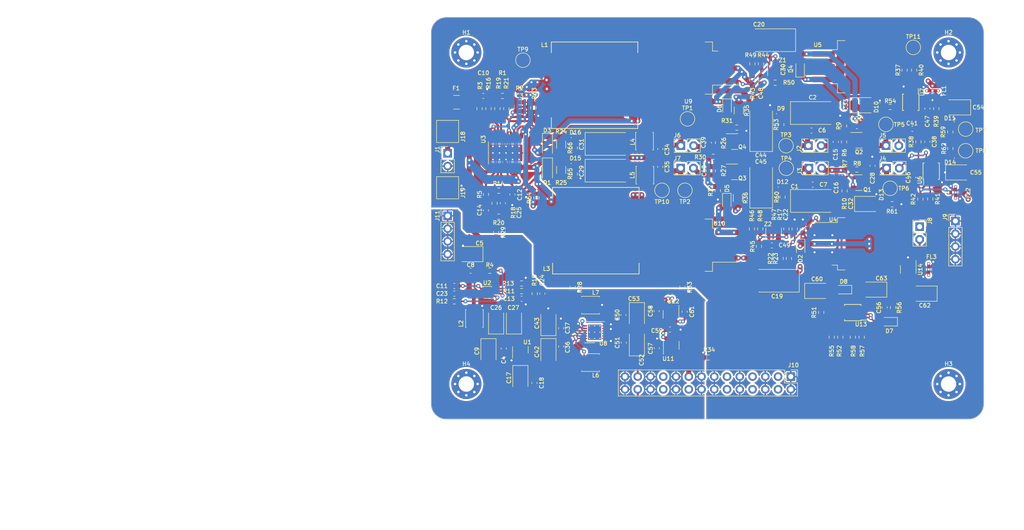
<source format=kicad_pcb>
(kicad_pcb (version 20221018) (generator pcbnew)
  (layers (0 "F.Cu" signal) (1 "In1.Cu" signal) (2 "In2.Cu" signal) (31 "B.Cu" signal) (34 "B.Paste" user) (35 "F.Paste" user) (36 "B.SilkS" user "B.Silkscreen") (37 "F.SilkS" user "F.Silkscreen") (38 "B.Mask" user) (39 "F.Mask" user) (44 "Edge.Cuts" user))
  (net 0 "")
  (net 1 "+20VDC")
  (net 2 "Net-(D3-K)")
  (net 3 "+15VDC")
  (net 4 "/ADP_EN")
  (net 5 "+15_VIN")
  (net 6 "Net-(Q1-G)")
  (net 7 "+20VDC_P")
  (net 8 "AGND")
  (net 9 "DGND")
  (net 10 "+5V_ADC")
  (net 11 "Net-(J2-C2)")
  (net 12 "Net-(C14-Pad2)")
  (net 13 "Net-(Q3-G)")
  (net 14 "Net-(J4-C2)")
  (net 15 "Net-(U7-FB)")
  (net 16 "-20VDC")
  (net 17 "Net-(FL2-IN)")
  (net 18 "Net-(C16-Pad2)")
  (net 19 "Net-(U7-NR{slash}SS)")
  (net 20 "PGND")
  (net 21 "-5V_ADC")
  (net 22 "Net-(D3-A)")
  (net 23 "Net-(J6-C2)")
  (net 24 "Net-(FL3-IN)")
  (net 25 "-20VDC_P")
  (net 26 "-15VDC")
  (net 27 "Net-(R41-Pad1)")
  (net 28 "Net-(J3-C2)")
  (net 29 "-9VDC")
  (net 30 "Net-(J5-C2)")
  (net 31 "Net-(J7-C2)")
  (net 32 "Net-(Q2-G)")
  (net 33 "Net-(Q4-G)")
  (net 34 "Net-(Z1-REF)")
  (net 35 "+5VDC_D")
  (net 36 "+5V_0.2A")
  (net 37 "+9VDC")
  (net 38 "+15VDC_P")
  (net 39 "+5VDC")
  (net 40 "-15VDC_P")
  (net 41 "-5VDC")
  (net 42 "+5VDC_D_Pos")
  (net 43 "+2.5VDC_D")
  (net 44 "Net-(Z2-REF)")
  (net 45 "-5VDC_D_Neg")
  (net 46 "-2.5VDC_D")
  (net 47 "+3.3VDC_D")
  (net 48 "Net-(U9-ADJ)")
  (net 49 "Net-(FL1-IN)")
  (net 52 "Net-(D9-A)")
  (net 53 "Net-(D10-A)")
  (net 54 "Net-(D11-A)")
  (net 55 "Net-(D12-A)")
  (net 56 "Net-(D13-A)")
  (net 57 "Net-(D14-A)")
  (net 58 "Net-(C10-Pad2)")
  (net 59 "Net-(U2-PG)")
  (net 60 "Net-(U3-VREG)")
  (net 61 "Net-(U2-SS)")
  (net 62 "Net-(U2-SW)")
  (net 63 "Net-(C23-Pad2)")
  (net 64 "Net-(C24-Pad2)")
  (net 65 "Net-(U3-VREF)")
  (net 66 "Net-(U6-NR{slash}SS)")
  (net 67 "Net-(C40-Pad2)")
  (net 68 "Net-(U6-FB)")
  (net 69 "Net-(C48-Pad1)")
  (net 70 "Net-(C48-Pad2)")
  (net 71 "Net-(C49-Pad1)")
  (net 72 "Net-(U10-GND)")
  (net 73 "Net-(U13-NR{slash}SS)")
  (net 74 "Net-(U12-NR)")
  (net 75 "Net-(D1-K)")
  (net 76 "Net-(D1-A)")
  (net 77 "Net-(J8-C2)")
  (net 78 "Net-(U3-INBK)")
  (net 79 "Net-(U8-SWP)")
  (net 80 "Net-(U8-SWN)")
  (net 81 "Net-(U3-COMP1)")
  (net 82 "Net-(U2-EN)")
  (net 83 "Net-(U3-COMP2)")
  (net 84 "Net-(U2-FB)")
  (net 85 "Net-(U2-BST)")
  (net 86 "Net-(U3-FB2)")
  (net 87 "Net-(U3-FB1)")
  (net 88 "Net-(U4-ADJ)")
  (net 89 "Net-(R18-Pad2)")
  (net 90 "Net-(R19-Pad1)")
  (net 91 "Net-(R22-Pad1)")
  (net 92 "Net-(R37-Pad1)")
  (net 93 "Net-(R43-Pad2)")
  (net 94 "Net-(R46-Pad1)")
  (net 95 "Net-(U13-BUF)")
  (net 96 "Net-(U13-FBN)")
  (net 97 "Net-(R52-Pad2)")
  (net 98 "Net-(R56-Pad1)")
  (net 99 "Net-(U13-FBP)")
  (net 105 "Net-(D15-A)")
  (net 106 "Net-(D16-A)")
  (net 107 "Net-(J1-Pin_1)")
  (footprint "CAP:FIL_NFM21PC105B1A3D" (layer "F.Cu") (at 156.516 71.056)
    (fp_text reference "FL3")
    (fp_text value "NFM21PC105B1A3D")
  )
  (footprint "Capacitor_SMD:C_0603_1608Metric" (layer "F.Cu") (at 79.617 75.882 90)
    (fp_text reference "C24")
    (fp_text value "Cap")
  )
  (footprint "Capacitor_SMD:C_0603_1608Metric" (layer "F.Cu") (at 62.091 74.358)
    (fp_text reference "C11")
    (fp_text value "Cap")
  )
  (footprint "Inductor_SMD:L_Sunlord_SWPA3010S" (layer "F.Cu") (at 99.955 45.52 -90)
    (fp_text reference "L4")
    (fp_text value "Inductor")
  )
  (footprint "Capacitor_SMD:C_0603_1608Metric" (layer "F.Cu") (at 147.762 78.622 -90)
    (fp_text reference "C56")
    (fp_text value "Cap")
  )
  (footprint "Resistor_SMD:R_0603_1608Metric" (layer "F.Cu") (at 75.49 75.374 180)
    (fp_text reference "R11")
    (fp_text value "Res1")
  )
  (footprint "Diode_SMD:D_SOD-323" (layer "F.Cu") (at 148.694 81.47 180)
    (fp_text reference "D7")
    (fp_text value "Diode 1N4148")
  )
  (footprint "Capacitor_SMD:C_0603_1608Metric" (layer "F.Cu") (at 133.18 43.42 180)
    (fp_text reference "C6")
    (fp_text value "Cap")
  )
  (footprint "Resistor_SMD:R_0603_1608Metric" (layer "F.Cu") (at 70.41 63.69 -90)
    (fp_text reference "R29")
    (fp_text value "Res1")
  )
  (footprint "Resistor_SMD:R_0603_1608Metric" (layer "F.Cu") (at 143.182 84.545 90)
    (fp_text reference "R57")
    (fp_text value "Res1")
  )
  (footprint "Package_TO_SOT_SMD:SOT-23-5" (layer "F.Cu") (at 105.274 86.1745 90)
    (fp_text reference "U11")
    (fp_text value "TPS7A2425")
  )
  (footprint "Resistor_SMD:R_0603_1608Metric" (layer "F.Cu") (at 68.378 56.133 90)
    (fp_text reference "R5")
    (fp_text value "Res1")
  )
  (footprint "Connector_PinHeader_2.54mm:PinHeader_2x01_P2.54mm_Vertical" (layer "F.Cu") (at 107.155 50.894)
    (fp_text reference "J7")
    (fp_text value "Jumper")
  )
  (footprint "Resistor_SMD:R_0603_1608Metric" (layer "F.Cu") (at 135.13 79.62 90)
    (fp_text reference "R51")
    (fp_text value "Res1")
  )
  (footprint "Resistor_SMD:R_0603_1608Metric" (layer "F.Cu") (at 114.592 45.827 -90)
    (fp_text reference "R26")
    (fp_text value "Res1")
  )
  (footprint "Resistor_SMD:R_0603_1608Metric" (layer "F.Cu") (at 122.734 66.484 -90)
    (fp_text reference "R45")
    (fp_text value "Res1")
  )
  (footprint "Capacitor_SMD:C_0603_1608Metric" (layer "F.Cu") (at 156.262 45.643 90)
    (fp_text reference "C38")
    (fp_text value "Cap")
  )
  (footprint "Package_TO_SOT_SMD:TO-263-3_TabPin2" (layer "F.Cu") (at 108.667 30.974 180)
    (fp_text reference "U9")
    (fp_text value "LM317")
  )
  (footprint "Resistor_SMD:R_0603_1608Metric" (layer "F.Cu") (at 107.494 74.612 -90)
    (fp_text reference "R33")
    (fp_text value "Res1")
  )
  (footprint "Resistor_SMD:R_0603_1608Metric" (layer "F.Cu") (at 114.592 51.42 90)
    (fp_text reference "R27")
    (fp_text value "Res1")
  )
  (footprint "Resistor_SMD:R_1206_3216Metric" (layer "F.Cu") (at 118.53 56.82 90)
    (fp_text reference "R36")
    (fp_text value "Res1")
  )
  (footprint "Capacitor_SMD:C_0603_1608Metric" (layer "F.Cu") (at 67.857 36.512 180)
    (fp_text reference "C10")
    (fp_text value "Cap")
  )
  (footprint "Resistor_SMD:R_0603_1608Metric" (layer "F.Cu") (at 142.219 51.165 180)
    (fp_text reference "R8")
    (fp_text value "Res1")
  )
  (footprint "Capacitor_Tantalum_SMD:CP_EIA-3528-12_Kemet-T" (layer "F.Cu") (at 144.23 58.02)
    (fp_text reference "C32")
    (fp_text value "Cap Pol1")
  )
  (footprint "Capacitor_SMD:C_0603_1608Metric" (layer "F.Cu") (at 65.33 71.31 180)
    (fp_text reference "C8")
    (fp_text value "Cap")
  )
  (footprint "Inductor_SMD:L_Sunlord_SWPA3010S" (layer "F.Cu") (at 89.206 89.598)
    (fp_text reference "L6")
    (fp_text value "Inductor" hide)
  )
  (footprint "Resistor_SMD:R_0603_1608Metric" (layer "F.Cu") (at 70.918 60.558)
    (fp_text reference "R20")
    (fp_text value "Res1")
  )
  (footprint "Connector_PinHeader_2.54mm:PinHeader_2x01_P2.54mm_Vertical" (layer "F.Cu") (at 107.19 46.418)
    (fp_text reference "J6")
    (fp_text value "Jumper")
  )
  (footprint "Capacitor_SMD:C_0603_1608Metric" (layer "F.Cu") (at 71.934 86.804 -90)
    (fp_text reference "C4")
    (fp_text value "Cap")
  )
  (footprint "Resistor_SMD:R_0603_1608Metric" (layer "F.Cu") (at 69.14 71.31 180)
    (fp_text reference "R4")
    (fp_text value "Res1")
  )
  (footprint "LED_SMD:LED_0201_0603Metric" (layer "F.Cu") (at 160.802 48.874 180)
    (fp_text reference "D14")
    (fp_text value "LED")
  )
  (footprint "Diode_SMD:D_SOD-323" (layer "F.Cu") (at 116.33 57.52 -90)
    (fp_text reference "D5")
    (fp_text value "Diode 1N4148")
  )
  (footprint "Connector_PinHeader_2.54mm:PinHeader_2x01_P2.54mm_Vertical" (layer "F.Cu") (at 154.73 62.545 -90)
    (fp_text reference "J8")
    (fp_text value "Jumper")
  )
  (footprint "Resistor_SMD:R_0603_1608Metric" (layer "F.Cu") (at 160.834 43.687 90)
    (fp_text reference "R59")
    (fp_text value "220R")
  )
  (footprint "Capacitor_Tantalum_SMD:CP_EIA-3528-12_Kemet-T" (layer "F.Cu") (at 143.33 38.37)
    (fp_text reference "C33")
    (fp_text value "Cap Pol1")
  )
  (footprint "TestPoint:TestPoint_Pad_D2.5mm" (layer "F.Cu") (at 108.002 55.308)
    (fp_text reference "TP2")
    (fp_text value "TestPoint")
  )
  (footprint "Capacitor_Tantalum_SMD:CP_EIA-7343-20_Kemet-V" (layer "F.Cu") (at 123.18 43.17 90)
    (fp_text reference "C44")
    (fp_text value "Tan")
  )
  (footprint "Resistor_SMD:R_0603_1608Metric" (layer "F.Cu") (at 154.88 57.07 90)
    (fp_text reference "R42")
    (fp_text value "Res1")
  )
  (footprint "Connector_PinHeader_2.54mm:PinHeader_2x01_P2.54mm_Vertical" (layer "F.Cu") (at 148.134 50.894)
    (fp_text reference "J4")
    (fp_text value "Jumper")
  )
  (footprint "Resistor_SMD:R_0603_1608Metric" (layer "F.Cu") (at 137.23 84.545 -90)
    (fp_text reference "R55")
    (fp_text value "Res1")
  )
  (footprint "Capacitor_Tantalum_SMD:CP_EIA-3528-12_Kemet-T" (layer "F.Cu") (at 65.33 68.008 180)
    (fp_text reference "C5")
    (fp_text value "Cap Pol1")
  )
  (footprint "Capacitor_Tantalum_SMD:CP_EIA-3528-12_Kemet-T" (layer "F.Cu") (at 73.966 81.4565 90)
    (fp_text reference "C27")
    (fp_text value "Cap Pol1")
  )
  (footprint "Diode_SMD:D_SOD-123" (layer "F.Cu") (at 80.63 46.32 -90)
    (fp_text reference "D3")
    (fp_text value "DFLS240")
  )
  (footprint "MountingHole:MountingHole_3mm_Pad_Via" (layer "F.Cu") (at 64.48 27.87)
    (fp_text reference "H1")
    (fp_text value "MountingHole")
  )
  (footprint "Resistor_SMD:R_0603_1608Metric" (layer "F.Cu") (at 122.988 62.992 -90)
    (fp_text reference "R48")
    (fp_text value "Res1")
  )
  (footprint "Capacitor_SMD:C_0603_1608Metric" (layer "F.Cu") (at 133.43 54.17)
    (fp_text reference "C7")
    (fp_text value "Cap")
  )
  (footprint "Capacitor_Tantalum_SMD:CP_EIA-7343-20_Kemet-V" (layer "F.Cu") (at 126.3475 73.31 180)
    (fp_text reference "C19")
    (fp_text value "Cap Pol1")
  )
  (footprint "Resistor_SMD:R_0603_1608Metric" (layer "F.Cu") (at 75.095 37.779)
    (fp_text reference "R2")
    (fp_text value "Res1")
  )
  (footprint "Resistor_SMD:R_0603_1608Metric" (layer "F.Cu") (at 123.13 30.12 -90)
    (fp_text reference "R44")
    (fp_text value "Res1")
  )
  (footprint "Capacitor_SMD:C_0603_1608Metric" (layer "F.Cu") (at 112.744 51.42 90)
    (fp_text reference "C40")
    (fp_text value "Cap")
  )
  (footprint "TestPoint:TestPoint_Pad_4.0x4.0mm" (layer "F.Cu") (at 60.758 43.586)
    (fp_text reference "J18")
    (fp_text value "Conn_01x01")
  )
  (footprint "Capacitor_Tantalum_SMD:CP_EIA-7343-20_Kemet-V" (layer "F.Cu") (at 123.18 54.42 90)
    (fp_text reference "C45")
    (fp_text value "Tan")
  )
  (footprint "TestPoint:TestPoint_Pad_D2.5mm" (layer "F.Cu") (at 163.882 43.116)
    (fp_text reference "TP7")
    (fp_text value "TestPoint")
  )
  (footprint "TestPoint:TestPoint_Pad_D2.5mm" (layer "F.Cu") (at 153.468 26.86)
    (fp_text reference "TP11")
    (fp_text value "TestPoint")
  )
  (footprint "Capacitor_Tantalum_SMD:CP_EIA-7343-20_Kemet-V" (layer "F.Cu") (at 125.63 25.42 180)
    (fp_text reference "C20")
    (fp_text value "Cap Pol1")
  )
  (footprint "Capacitor_Tantalum_SMD:CP_EIA-7343-20_Kemet-V" (layer "F.Cu") (at 133.43 39.92)
    (fp_text reference "C2")
    (fp_text value "Cap Pol1")
  )
  (footprint "Connector_PinHeader_2.54mm:PinHeader_1x02_P2.54mm_Vertical" (layer "F.Cu") (at 60.758 47.937)
    (fp_text reference "J1")
    (fp_text value "Conn_01x02")
  )
  (footprint "Diode_SMD:D_SOD-323" (layer "F.Cu") (at 139.6 75.079 180)
    (fp_text reference "D8")
    (fp_text value "Diode 1N4148")
  )
  (footprint "Capacitor_SMD:C_0603_1608Metric" (layer "F.Cu") (at 68.378 59.308 90)
    (fp_text reference "C14")
    (fp_text value "Cap")
  )
  (footprint "Resistor_SMD:R_0603_1608Metric" (layer "F.Cu") (at 139.68 45.67 -90)
    (fp_text reference "R6")
    (fp_text value "Res1")
  )
  (footprint "MountingHole:MountingHole_3mm_Pad_Via" (layer "F.Cu") (at 160.48 27.87)
    (fp_text reference "H2")
    (fp_text value "MountingHole")
  )
  (footprint "Capacitor_Tantalum_SMD:CP_EIA-3528-12_Kemet-T" (layer "F.Cu") (at 68.886 87.312 -90)
    (fp_text reference "C9")
    (fp_text value "Cap Pol1")
  )
  (footprint "Connector_PinHeader_2.54mm:PinHeader_1x04_P2.54mm_Vertical" (layer "F.Cu") (at 161.85 61.414)
    (fp_text reference "J9")
    (fp_text value "Conn_01x04")
  )
  (footprint "Capacitor_SMD:C_0603_1608Metric" (layer "F.Cu") (at 145.34 50.425 90)
    (fp_text reference "C28")
    (fp_text value "Cap")
  )
  (footprint "Inductor_SMD:L_Sunlord_SWPA3010S" (layer "F.Cu") (at 89.206 78.168)
    (fp_text reference "L7")
    (fp_text value "Inductor")
  )
  (footprint "Resistor_SMD:R_0603_1608Metric" (layer "F.Cu") (at 86.08 46.863 90)
    (fp_text reference "R66")
    (fp_text value "1K")
  )
  (footprint "LED_SMD:LED_0201_0603Metric" (layer "F.Cu") (at 146.8132 38.7218 -90)
    (fp_text reference "D10")
    (fp_text value "LED")
  )
  (footprint "Resistor_SMD:R_0603_1608Metric" (layer "F.Cu") (at 149.2516 58.0872 180)
    (fp_text reference "R61")
    (fp_text value "470R")
  )
  (footprint "Resistor_SMD:R_1206_3216Metric" (layer "F.Cu") (at 83.364 51.244 -90)
    (fp_text reference "R25")
    (fp_text value "Res1")
  )
  (footprint "Inductor_SMD:L_Vishay_IHLP-6767" (layer "F.Cu") (at 90.0085 34.384)
    (fp_text reference "L1")
    (fp_text value "Inductor")
  )
  (footprint "Resistor_SMD:R_0603_1608Metric" (layer "F.Cu") (at 121.337 62.992 90)
    (fp_text reference "R46")
    (fp_text value "Res1")
  )
  (footprint "LED_SMD:LED_0201_0603Metric" (layer "F.Cu") (at 86.1975 49.974)
    (fp_text reference "D15")
    (fp_text value "LED")
  )
  (footprint "Capacitor_Tantalum_SMD:CP_EIA-7343-20_Kemet-V" (layer "F.Cu") (at 133.43 57.42)
    (fp_text reference "C1")
    (fp_text value "Cap Pol1")
  )
  (footprint "Package_SO:TSSOP-8_3x3mm_P0.65mm" (layer "F.Cu") (at 141.412 79.651 180)
    (fp_text reference "U13")
    (fp_text value "TPS7A39")
  )
  (footprint "Package_TO_SOT_SMD:SOT-583-8" (layer "F.Cu") (at 68.632 75.628)
    (fp_text reference "U2")
    (fp_text value "MP2333H")
  )
  (footprint "Resistor_SMD:R_0603_1608Metric" (layer "F.Cu") (at 121.43 30.12 90)
    (fp_text reference "R49")
    (fp_text value "Res1")
  )
  (footprint "Capacitor_SMD:C_0603_1608Metric" (layer "F.Cu") (at 73.653 56.158 90)
    (fp_text reference "C12")
    (fp_text value "Cap")
  )
  (footprint "Inductor_SMD:L_Vishay_IHLP-6767" (layer "F.Cu") (at 90.2625 63.34)
    (fp_text reference "L3")
    (fp_text value "Inductor")
  )
  (footprint "Capacitor_SMD:C_0603_1608Metric" (layer "F.Cu") (at 103.092 47.084 90)
    (fp_text reference "C34")
    (fp_text value "Cap")
  )
  (footprint "Diode_SMD:D_SOD-323" (layer "F.Cu") (at 116.384 38.72 -90)
    (fp_text reference "D6")
    (fp_text value "Diode 1N4148")
  )
  (footprint "Capacitor_SMD:C_0603_1608Metric" (layer "F.Cu") (at 138.029 45.67 -90)
    (fp_text reference "C15")
    (fp_text value "Cap")
  )
  (footprint "Capacitor_SMD:C_0603_1608Metric" (layer "F.Cu") (at 71.753 57.858 -90)
    (fp_text reference "C25")
    (fp_text value "Cap")
  )
  (footprint "Diode_SMD:D_SOD-123" (layer "F.Cu") (at 80.63 51.22 -90)
    (fp_text reference "D1")
    (fp_text value "DFLS240")
  )
  (footprint "LED_SMD:LED_0201_0603Metric" (layer "F.Cu") (at 86.1975 44.831)
    (fp_text reference "D16")
    (fp_text value "LED")
  )
  (footprint "LED_SMD:LED_0201_0603Metric" (layer "F.Cu") (at 127.433 54.673)
    (fp_text reference "D12")
    (fp_text value "LED")
  )
  (footprint "Capacitor_SMD:C_0603_1608Metric" (layer "F.Cu") (at 102.4182 86.7441 90)
    (fp_text reference "C57")
    (fp_text value "Cap")
  )
  (footprint "Fuse:Fuse_1210_3225Metric" (layer "F.Cu") (at 62.536 37.782 180)
    (fp_text reference "F1")
    (fp_text value "Fuse")
  )
  (footprint "MountingHole:MountingHole_3mm_Pad_Via" (layer "F.Cu") (at 160.48 93.87)
    (fp_text reference "H3")
    (fp_text value "MountingHole")
  )
  (footprint "Resistor_SMD:R_0603_1608Metric" (layer "F.Cu") (at 68.886 39.052 -90)
    (fp_text reference "R16")
    (fp_text value "Res1")
  )
  (footprint "TestPoint:TestPoint_Pad_D2.5mm" (layer "F.Cu") (at 108.51 41.084)
    (fp_text reference "TP1")
    (fp_text value "TestPoint")
  )
  (footprint "Capacitor_SMD:C_0603_1608Metric" (layer "F.Cu") (at 75.49 76.898 180)
    (fp_text reference "C13")
    (fp_text value "Cap")
  )
  (footprint "Package_TO_SOT_SMD:TO-263-3_TabPin2" (layer "F.Cu") (at 143.193 30.701)
    (fp_text reference "U5")
    (fp_text value "LM2940-9")
  )
  (footprint "Resistor_SMD:R_0603_1608Metric" (layer "F.Cu") (at 86.08 52.069 90)
    (fp_text reference "R65")
    (fp_text value "1KR")
  )
  (footprint "Capacitor_Tantalum_SMD:CP_EIA-3528-12_Kemet-T_Pad1.50x2.35mm_HandSolder" (layer "F.Cu") (at 162.257 38.798 180)
    (fp_text reference "C54")
    (fp_text value "Cap Pol1")
  )
  (footprint "Connector_PinHeader_2.54mm:PinHeader_2x14_P2.54mm_Vertical" (layer "F.Cu") (at 129.084 92.392 -90)
    (fp_text reference "J10")
    (fp_text value "Conn_02x14_Odd_Even")
  )
  (footprint "Diode_SMD:D_SOD-323" (layer "F.Cu") (at 130.93 31.145 90)
    (fp_text reference "D4")
    (fp_text value "Diode 1N4148")
  )
  (footprint "TestPoint:TestPoint_Pad_D2.5mm" (layer "F.Cu") (at 128.18 50.92 90)
    (fp_text reference "TP4")
    (fp_text value "TestPoint")
  )
  (footprint "Capacitor_SMD:C_0603_1608Metric" (layer "F.Cu") (at 83.364 82.753 90)
    (fp_text reference "C37")
    (fp_text value "Cap")
  )
  (footprint "Package_TO_SOT_SMD:TO-263-3_TabPin2" (layer "F.Cu") (at 108.667 66.23 180)
    (fp_text reference "U10")
    (fp_text value "LM337")
  )
  (footprint "TestPoint:TestPoint_Pad_D2.5mm" (layer "F.Cu") (at 75.744 29.4)
    (fp_text reference "TP9")
    (fp_text value "TestPoint")
  )
  (footprint "Capacitor_Tantalum_SMD:CP_EIA-3528-12_Kemet-T_Pad1.50x2.35mm_HandSolder" (layer "F.Cu") (at 80.824 87.465 -90)
    (fp_text reference "C42")
    (fp_text value "Cap Pol1")
  )
  (footprint "Package_TO_SOT_SMD:SOT-23" (layer "F.Cu") (at 125.655 63.432 90)
    (fp_text reference "Z2")
    (fp_text value "TL431")
  )
  (footprint "Diode_SMD:D_SOD-323" (layer "F.Cu") (at 131.03 66.6525 -90)
    (fp_text reference "D2")
    (fp_text value "Diode 1N4148")
  )
  (footprint "Package_TO_SOT_SMD:SOT-23" (layer "F.Cu") (at 142.6505 45.349)
    (fp_text reference "Q2")
    (fp_text value "AO3401")
  )
  (footprint "Package_TO_SOT_SMD:SOT-23-5" (layer "F.Cu") (at 152.452 71.056 -90)
    (fp_text reference "U14")
    (fp_text value "ADP7118(ADJ)")
  )
  (footprint "TestPoint:TestPoint_Pad_D2.5mm" (layer "F.Cu") (at 163.882 47.434)
    (fp_text reference "TP8")
    (fp_text value "TestPoint")
  )
  (footprint "Resistor_SMD:R_0603_1608Metric" (layer "F.Cu") (at 78.093 75.882 90)
    (fp_text reference "R15")
    (fp_text value "Res1")
  )
  (footprint "Resistor_SMD:R_0603_1608Metric" (layer "F.Cu") (at 118.33 42.82)
    (fp_text reference "R31")
    (fp_text value "Res1")
  )
  (footprint "Resistor_SMD:R_0603_1608Metric" (layer "F.Cu") (at 148.8452 38.7218 180)
    (fp_text reference "R54")
    (fp_text value "470R")
  )
  (footprint "Connector_PinHeader_2.54mm:PinHeader_2x01_P2.54mm_Vertical" (layer "F.Cu") (at 132.5842 46.418)
    (fp_text reference "J2")
    (fp_text value "Jumper")
  )
  (footprint "Capacitor_SMD:C_0603_1608Metric" (layer "F.Cu") (at 125.31 66.28)
    (fp_text reference "C49")
    (fp_text value "Cap")
  )
  (footprint "Resistor_SMD:R_0603_1608Metric" (layer "F.Cu") (at 127.179 42.227 90)
    (fp_text reference "R53")
    (fp_text value "750R")
  )
  (footprint "Resistor_SMD:R_0603_1608Metric" (layer "F.Cu") (at 75.49 73.85 180)
    (fp_text reference "R13")
    (fp_text value "Res1")
  )
  (footprint "Package_SON:WSON-12-1EP_4x4mm_P0.5mm_EP2.6x3mm_ThermalVias" (layer "F.Cu") (at 90.0188 83.5528 180)
    (fp_text reference "U8")
    (fp_text value "TPS65133")
  )
  (footprint "Inductor_SMD:L_Sunlord_SWPA3010S" (layer "F.Cu") (at 100.03 52.295 90)
    (fp_text reference "L5")
    (fp_text value "Inductor")
  )
  (footprint "Resistor_SMD:R_0603_1608Metric" (layer "F.Cu") (at 121.43 33.37 90)
    (fp_text reference "R43")
    (fp_text value "Res1")
  )
  (footprint "Resistor_SMD:R_0603_1608Metric" (layer "F.Cu") (at 156.83 57.02 90)
    (fp_text reference "R41")
    (fp_text value "Res1")
  )
  (footprint "LED_SMD:LED_0201_0603Metric" (layer "F.Cu") (at 147.2196 58.0872 -90)
    (fp_text reference "D13")
    (fp_text value "LED")
  )
  (footprint "Capacitor_SMD:C_0603_1608Metric" (layer "F.Cu") (at 83.364 86.423 -90)
    (fp_text reference "C36")
    (fp_text value "Cap")
  )
  (footprint "Capacitor_SMD:C_0603_1608Metric" (layer "F.Cu") (at 123.13 33.345 -90)
    (fp_text reference "C48")
    (fp_text value "Cap")
  )
  (footprint "Resistor_SMD:R_0603_1608Metric" (layer "F.Cu") (at 127.43 56.67 90)
    (fp_text reference "R60")
    (fp_text value "750R")
  )
  (footprint "Resistor_SMD:R_0603_1608Metric" (layer "F.Cu") (at 85.65 74.612 -90)
    (fp_text reference "R28")
    (fp_text value "Res1")
  )
  (footprint "Resistor_SMD:R_0603_1608Metric" (layer "F.Cu") (at 70.664 39.052 -90)
    (fp_text reference "R19")
    (fp_text value "Res1")
  )
  (footprint "Capacitor_SMD:C_0603_1608Metric" (layer "F.Cu") (at 95.7592 80.1238 -90)
    (fp_text reference "C50")
    (fp_text value "Cap")
  )
  (footprint "Capacitor_Tantalum_SMD:CP_EIA-7343-20_Kemet-V" (layer "F.Cu") (at 92.5485 46.068)
    (fp_text reference "C31")
    (fp_text value "Cap Pol1")
  )
  (footprint "Capacitor_SMD:C_0603_1608Metric" (layer "F.Cu") (at 62.091 75.882 180)
    (fp_text reference "C23")
    (fp_text value "Cap")
  )
  (footprint "Capacitor_SMD:C_0603_1608Metric" (layer "F.Cu") (at 153.468 52.768 90)
    (fp_text reference "C46")
    (fp_text value "Cap")
  )
  (footprint "CAP:FIL_NFM21PC105B1A3D" (layer "F.Cu") (at 161.88 55.72)
    (fp_text reference "FL2")
    (fp_text value "NFM21PC105B1A3D")
  )
  (footprint "LED_SMD:LED_0201_0603Metric" (layer "F.Cu") (at 160.743 41.655 180)
    (fp_text reference "D11")
    (fp_text value "LED")
  )
  (footprint "Resistor_SMD:R_0603_1608Metric" (layer "F.Cu") (at 114.542 55.371 90)
    (fp_text reference "R32")
    (fp_text value "Res1")
  )
  (footprint "Connector_PinHeader_2.54mm:PinHeader_1x04_P2.54mm_Vertical" (layer "F.Cu") (at 60.758 60.398)
    (fp_text reference "J11")
    (fp_text value "Conn_01x04")
  )
  (footprint "Resistor_SMD:R_0603_1608Metric" (layer "F.Cu") (at 71.68 36.512 180)
    (fp_text reference "R1")
    (fp_text value "Res1")
  )
  (footprint "Resistor_SMD:R_0603_1608Metric" (layer "F.Cu") (at 72.442 39.052 90)
    (fp_text reference "R21")
    (fp_text value "Res1")
  )
  (footprint "Resistor_SMD:R_0603_1608Metric" (layer "F.Cu") (at 78.43 56.82 -90)
    (fp_text reference "R64")
    (fp_text value "Res1")
  )
  (footprint "Package_SO:HTSSOP-20-1EP_4.4x6.5mm_P0.65mm_EP3.4x6.5mm_Mask2.75x3.43mm_ThermalVias_HandSolder" (layer "F.Cu") (at 72.38 47.87 -90)
    (fp_text reference "U3")
    (fp_text value "ADP5071AREZ-R7")
  )
  (footprint "LED_SMD:LED_0201_0603Metric" (layer "F.Cu") (at 127.113 40.068)
    (fp_text reference "D9")
    (fp_text value "LED")
  )
  (footprint "TestPoint:TestPoint_Pad_D2.5mm" (layer "F.Cu") (at 148.8452 54.9016)
    (fp_text reference "TP6")
    (fp_text value "TestPoint")
  )
  (footprint "Resistor_SMD:R_0603_1608Metric" (layer "F.Cu") (at 70.103 57.883 -90)
    (fp_text reference "R18")
    (fp_text value "Res1")
  )
  (footprint "Capacitor_Tantalum_SMD:CP_EIA-3528-12_Kemet-T" (layer "F.Cu") (at 134.3 75.333)
    (fp_text reference "C60")
    (fp_text value "Cap Pol1")
  )
  (footprint "Resistor_SMD:R_0603_1608Metric" (layer "F.Cu") (at 70.918 55.383)
    (fp_text reference "R14")
    (fp_text value "Res1")
  )
  (footprint "Capacitor_SMD:C_0603_1608Metric" (layer "F.Cu") (at 102.3632 79.3618 -90)
    (fp_text reference "C58")
    (fp_text value "Cap")
  )
  (footprint "Package_TO_SOT_SMD:SOT-23" (layer "F.Cu") (at 117.894 51.64)
    (fp_text reference "Q3")
    (fp_text value "AO3400")
  )
  (footprint "Resistor_SMD:R_0603_1608Metric" (layer "F.Cu") (at 141.43 84.545 -90)
    (fp_text reference "R58")
    (fp_text value "Res1")
  )
  (footprint "Capacitor_SMD:C_0603_1608Metric" (layer "F.Cu") (at 78.03 93.662 -90)
    (fp_text reference "C18")
    (fp_text value "Cap")
  )
  (footprint "Resistor_SMD:R_0603_1608Metric" (layer "F.Cu") (at 62.091 77.406)
    (fp_text reference "R12")
    (fp_text value "Res1")
  )
  (footprint "MountingHole:MountingHole_3mm_Pad_Via" (layer "F.Cu") (at 64.48 93.8652)
    (fp_text reference "H4")
    (fp_text value "MountingHole")
  )
  (footprint "Resistor_SMD:R_0603_1608Metric" (layer "F.Cu") (at 151.73 31.385 -90)
    (fp_text reference "R37")
    (fp_text value "Res1")
  )
  (footprint "CAP:FIL_NFM21PC105B1A3D" (layer "F.Cu") (at 157.278 35.496 90)
    (fp_text reference "FL1")
    (fp_text value "NFM21PC105B1A3D")
  )
  (footprint "Resistor_SMD:R_0603_1608Metric" (layer "F.Cu") (at 125.955 33.8825)
    (fp_text reference "R50")
    (fp_text value "Res1")
  )
  (footprint "Capacitor_Tantalum_SMD:CP_EIA-3528-12_Kemet-T_Pad1.50x2.35mm_HandSolder" (layer "F.Cu") (at 98.43 85.6411 90)
    (fp_text reference "C52")
    (fp_text value "Cap Pol1")
  )
  (footprint "Capacitor_SMD:C_0603_1608Metric" (layer "F.Cu") (at 75.095 39.579 180)
    (fp_text reference "C3")
    (fp_text value "Cap")
  )
  (footprint "Capacitor_SMD:C_0603_1608Metric" (layer "F.Cu") (at 156.262 39.039 90)
    (fp_text reference "C47")
    (fp_text value "Cap")
  )
  (footprint "Capacitor_Tantalum_SMD:CP_EIA-3528-12_Kemet-T" (layer "F.Cu") (at 70.41 81.4565 90)
    (fp_text reference "C26")
    (fp_text value "Cap Pol1")
  )
  (footprint "Capacitor_SMD:C_0603_1608Metric" (layer "F.Cu") (at 103.0865 50.64 90)
    (fp_text reference "C35")
    (fp_text value "Cap")
  )
  (footprint "Package_TO_SOT_SMD:SOT-23-5" (layer "F.Cu") (at 105.2232 80.0023 -90)
    (fp_text reference "U12")
    (fp_text value "TPS72325")
  )
  (footprint "Resistor_SMD:R_0603_1608Metric" (layer "F.Cu") (at 112.637 88.582 180)
    (fp_text reference "R34")
    (fp_text value "Res1")
  )
  (footprint "Resistor_SMD:R_0603_1608Metric" (layer "F.Cu") (at 139.7802 55.4338 90)
    (fp_text reference "R10")
    (fp_text value "Res1")
  )
  (footprint "TestPoint:TestPoint_Pad_D2.5mm" (layer "F.Cu") (at 148.007 42.1762)
    (fp_text reference "TP5")
    (fp_text value "TestPoint")
  )
  (footprint "Resistor_SMD:R_0603_1608Metric" (layer "F.Cu") (at 138.93 84.545 -90)
    (fp_text reference "R52")
    (fp_text value "Res1")
  )
  (footprint "Capacitor_SMD:C_0603_1608Metric" (layer "F.Cu") (at 138.18 52.145 -90)
    (fp_text reference "C16")
    (fp_text value "Cap")
  )
  (footprint "Resistor_SMD:R_1206_3216Metric" (layer "F.Cu") (at 118.73 39.42 -90)
    (fp_text reference "R35")
    (fp_text value "Res1")
  )
  (footprint "Package_TO_SOT_SMD:SOT-23" (layer "F.Cu") (at 75.236 87.058 90)
    (fp_text reference "U1")
    (fp_text value "XC6206")
  )
  (footprint "Resistor_SMD:R_0603_1608Metric" (layer "F.Cu") (at 153.63 31.37 -90)
    (fp_text reference "R40")
    (fp_text value "Res1")
  )
  (footprint "Package_SO:TSSOP-8_3x3mm_P0.65mm" (layer "F.Cu") (at 152.96 37.782 -90)
    (fp_text reference "U7")
    (fp_text value "TPS7A49")
  )
  (footprint "Package_TO_SOT_SMD:SOT-23" (layer "F.Cu") (at 142.6475 53.78)
    (fp_text reference "Q1")
    (fp_text value "AO3400")
  )
  (footprint "Resistor_SMD:R_0603_1608Metric" (layer "F.Cu") (at 158.04 39.039 90)
    (fp_text reference "R39")
    (fp_text value "Res1")
  )
  (footprint "Capacitor_SMD:C_0603_1608Metric" (layer "F.Cu") (at 105.02 83.0249 180)
    (fp_text reference "C59")
    (fp_text value "Cap")
  )
  (footprint "TestPoint:TestPoint_Pad_D2.5mm" (layer "F.Cu") (at 103.43 55.308)
    (fp_text reference "TP10")
    (fp_text value "TestPoint")
  )
  (footprint "Resistor_SMD:R_0603_1608Metric" (layer "F.Cu") (at 128.7 68.88 -90)
    (fp_text reference "R23")
    (fp_text value "Res1")
  )
  (footprint "Connector_PinHeader_2.54mm:PinHeader_2x01_P2.54mm_Vertical" (layer "F.Cu") (at 148.0342 46.418)
    (fp_text reference "J5")
    (fp_text value "Jumper")
  )
  (footprint "Resistor_SMD:R_0603_1608Metric" (layer "F.Cu") (at 127.049 68.88 90)
    (fp_text reference "R22")
    (fp_text value "Res1")
  )
  (footprint "Capacitor_Tantalum_SMD:CP_EIA-3528-12_Kemet-T" (layer "F.Cu") (at 155.754 75.882 180)
    (fp_text reference "C62")
    (fp_text value "Cap Pol1")
  )
  (footprint "Capacitor_Tantalum_SMD:CP_EIA-3528-12_Kemet-T" (layer "F.Cu") (at 80.824 81.776 90)
    (fp_text reference "C43")
    (fp_text value "Cap Pol1")
  )
  (footprint "Connector_PinHeader_2.54mm:PinHeader_2x01_P2.54mm_Vertical" (layer "F.Cu") (at 132.68 50.894)
    (fp_text reference "J3")
    (fp_text value "Jumper")
  )
  (footprint "Capacitor_Tantalum_SMD:CP_EIA-3528-12_Kemet-T" (layer "F.Cu") (at 98.43 80.1238 -90)
    (fp_text reference "C53")
    (fp_text value "Cap Pol1")
  )
  (footprint "Resistor_SMD:R_0603_1608Metric" (layer "F.Cu") (at 113.63 48.62 180)
    (fp_text reference "R30")
    (fp_text value "Res1")
  )
  (footprint "Capacitor_SMD:C_0603_1608Metric" (layer "F.Cu") (at 142.23 42.52)
    (fp_text reference "C21")
    (fp_text value "Cap")
  )
  (footprint "Resistor_SMD:R_0603_1608Metric" (layer "F.Cu") (at 129.846 62.992 90)
    (fp_text reference "R17")
    (fp_text value "Res1")
  )
  (footprint "TestPoint:TestPoint_Pad_4.0x4.0mm" (layer "F.Cu") (at 60.758 54.8)
    (fp_text reference "J19")
    (fp_text value "Conn_01x01")
  )
  (footprint "Package_SO:TSSOP-8_3x3mm_P0.65mm" (layer "F.Cu") (at 157.024 51.498 90)
    (fp_text reference "U6")
    (fp_text value "TPS7A30")
  )
  (footprint "Package_TO_SOT_SMD:TO-263-5_TabPin3" (layer "F.Cu") (at 143.193 65.957)
    (fp_text reference "U4")
    (fp_text value "LM2991S")
  )
  (footprint "Resistor_SMD:R_1206_3216Metric" (layer "F.Cu") (at 83.364 46.22 90)
    (fp_text reference "R24")
    (fp_text value "Res1")
  )
  (footprint "Capacitor_SMD:C_0603_1608Metric" (layer "F.Cu") (at 128.98 31.2825 90)
    (fp_text reference "C30")
    (fp_text value "Cap")
  )
  (footprint "Resistor_SMD:R_0603_1608Metric" (layer "F.Cu") (at 160.834 46.989 -90)
    (fp_text reference "R62")
    (fp_text value "220R")
  )
  (footprint "Resistor_SMD:R_0603_1608Metric" (layer "F.Cu") (at 139.68 42.495 90)
    (fp_text reference "R9")
    (fp_text value "Res1")
  )
  (footprint "Resistor_SMD:R_0603_1608Metric" (layer "F.Cu") (at 154.484 45.656 90)
    (fp_text reference "R38")
    (fp_text value "Res1")
  )
  (footprint "Capacitor_Tantalum_SMD:CP_EIA-3528-12_Kemet-T" (layer "F.Cu") (at 162.358 51.752)
    (fp_text reference "C55")
    (fp_text value "Cap Pol1")
  )
  (footprint "Capacitor_Tantalum_SMD:CP_EIA-3528-12_Kemet-T" (layer "F.Cu") (at 75.236 92.646 -90)
    (fp_text reference "C17")
    (fp_text value "Cap Pol1")
  )
  (footprint "Package_TO_SOT_SMD:SOT-23" (layer "F.Cu") (at 126.03 30.845 90)
    (fp_text reference "Z1")
    (fp_text value "TL431")
  )
  (footprint "Capacitor_Tantalum_SMD:CP_EIA-3528-12_Kemet-T" (layer "F.Cu") (at 145.73 75.079 180)
    (fp_text reference "C63")
    (fp_text value "Cap Pol1")
  )
  (footprint "Resistor_SMD:R_0603_1608Metric" (layer "F.Cu") (at 149.422 78.622 90)
    (fp_text reference "R56")
    (fp_text value "Res1")
  )
  (footprint "Capacitor_SMD:C_0603_1608Metric" (layer "F.Cu") (at 131.497 62.992 90)
    (fp_text reference "C22")
    (fp_text value "Cap")
  )
  (footprint "Resistor_SMD:R_0603_1608Metric" (layer "F.Cu") (at 77.819 38.868 90)
    (fp_text reference "R63")
    (fp_text value "Res1")
  )
  (footprint "Resistor_SMD:R_0603_1608Metric" (layer "F.Cu") (at 139.831 52.145 -90)
    (fp_text reference "R7")
    (fp_text value "Res1")
  )
  (footprint "Inductor_SMD:L_Sunlord_SWPA3010S" (layer "F.Cu") (at 66.092 80.828 -90)
    (fp_text reference "L2")
    (fp_text value "Inductor")
  )
  (footprint "Capacitor_SMD:C_0603_1608Metric" (layer "F.Cu") (at 112.744 45.827 -90)
    (fp_text reference "C39")
    (fp_text value "Cap")
  )
  (footprint "Resistor_SMD:R_0603_1608Metric" (layer "F.Cu") (at 67.108 39.052 -90)
    (fp_text reference "R3")
    (fp_text value "Res1")
  )
  (footprint "Capacitor_SMD:C_0603_1608Metric" (layer "F.Cu") (at 95.8252 85.6411 90)
    (fp_text reference "C51")
    (fp_text value "Cap")
  )
  (footprint "Package_TO_SOT_SMD:SOT-23" (layer "F.Cu") (at 117.9025 45.607)
    (fp_text reference "Q4")
    (fp_text value "AO3401")
  )
  (footprint "Capacitor_SMD:C_0603_1608Metric" (layer "F.Cu") (at 107.9512 79.4758 -90)
    (fp_text reference "C61")
    (fp_text value "Cap")
  )
  (footprint "Capacitor_Tantalum_SMD:CP_EIA-7343-20_Kemet-V" (layer "F.Cu") (at 92.5485 51.402)
    (fp_text reference "C29")
    (fp_text value "Cap Pol1")
  )
  (footprint "Resistor_SMD:R_0603_1608Metric" (layer "F.Cu") (at 128.195 62.992 90)
    (fp_text reference "R47")
    (fp_text value "Res1")
  )
  (footprint "TestPoint:TestPoint_Pad_D2.5mm" (layer "F.Cu") (at 128.13 46.42)
    (fp_text reference "TP3")
    (fp_text value "TestPoint")
  )
  (footprint "Capacitor_SMD:C_0603_1608Metric" (layer "F.Cu") (at 153.255 43.07)
    (fp_text reference "C41")
    (fp_text value "Cap")
  )
  (gr_circle (center 160.4798 27.8701) (end 161.9798 27.8701) (stroke (width 0.1)) (fill none) (layer "Edge.Cuts"))
  (gr_line (start 60.48 20.8701) (end 164.4798 20.8701) (stroke (width 0.1)) (layer "Edge.Cuts"))
  (gr_arc (start 60.48 100.87) (mid 58.35868 99.99132) (end 57.48 97.87) (stroke (width 0.1)) (layer "Edge.Cuts"))
  (gr_arc (start 167.4798 97.87) (mid 166.60112 99.99132) (end 164.4798 100.87) (stroke (width 0.1)) (layer "Edge.Cuts"))
  (gr_line (start 164.4798 100.87) (end 60.48 100.87) (stroke (width 0.1)) (layer "Edge.Cuts"))
  (gr_arc (start 57.48 23.8701) (mid 58.35868 21.74878) (end 60.48 20.8701) (stroke (width 0.1)) (layer "Edge.Cuts"))
  (gr_line (start 57.48 97.87) (end 57.48 23.8701) (stroke (width 0.1)) (layer "Edge.Cuts"))
  (gr_line (start 167.4798 23.8701) (end 167.4798 97.87) (stroke (width 0.1)) (layer "Edge.Cuts"))
  (gr_arc (start 164.4798 20.8701) (mid 166.60112 21.74878) (end 167.4798 23.8701) (stroke (width 0.1)) (layer "Edge.Cuts"))
  (gr_circle (center 64.4798 27.8701) (end 65.9798 27.8701) (stroke (width 0.1)) (fill none) (layer "Edge.Cuts"))
  (gr_circle (center 64.4798 93.87) (end 65.9798 93.87) (stroke (width 0.1)) (fill none) (layer "Edge.Cuts"))
  (gr_circle (center 160.4798 93.87) (end 161.9798 93.87) (stroke (width 0.1)) (fill none) (layer "Edge.Cuts"))
  (segment (start 99.955 46.67) (end 101.98 46.67) (width 1) (layer "F.Cu") (net 1))
  (segment (start 87.428 46.418) (end 87.778 46.068) (width 0.4) (layer "F.Cu") (net 1))
  (segment (start 83.364 46.926) (end 83.364 47.6825) (width 0.4) (layer "F.Cu") (net 1))
  (segment (start 83.11 46.672) (end 83.364 46.926) (width 0.4) (layer "F.Cu") (net 1))
  (segment (start 78.883501 46.001501) (end 79.554 46.672) (width 0.4) (layer "F.Cu") (net 1))
  (segment (start 107.19 46.418) (end 107.19 42.404) (width 1) (layer "F.Cu") (net 1))
  (segment (start 87.428 47.18) (end 87.428 46.418) (width 0.4) (layer "F.Cu") (net 1))
  (segment (start 87.778 46.068) (end 89.436 46.068) (width 0.4) (layer "F.Cu") (net 1))
  (segment (start 96.719003 43.97) (end 91.105 43.97) (width 1) (layer "F.Cu") (net 1))
  (segment (start 73.14496 41.53496) (end 76.788782 41.53496) (width 0.4) (layer "F.Cu") (net 1))
  (segment (start 78.883501 43.629679) (end 78.883501 46.001501) (width 0.4) (layer "F.Cu") (net 1))
  (segment (start 89.436 45.639) (end 89.436 46.068) (width 1) (layer "F.Cu") (net 1))
  (segment (start 72.442 40.832) (end 73.14496 41.53496) (width 0.4) (layer "F.Cu") (net 1))
  (segment (start 106.9322 46.32) (end 103.103 46.32) (width 1) (layer "F.Cu") (net 1))
  (segment (start 86.08 47.688) (end 86.92 47.688) (width 0.4) (layer "F.Cu") (net 1))
  (segment (start 76.788782 41.53496) (end 78.883501 43.629679) (width 0.4) (layer "F.Cu") (net 1))
  (segment (start 107.19 42.404) (end 108.51 41.084) (width 1) (layer "F.Cu") (net 1))
  (segment (start 86.0745 47.6825) (end 86.08 47.688) (width 0.4) (layer "F.Cu") (net 1))
  (segment (start 103.103 46.32) (end 103.092 46.309) (width 1) (layer "F.Cu") (net 1))
  (segment (start 102.341 46.309) (end 103.092 46.309) (width 1) (layer "F.Cu") (net 1))
  (segment (start 97.955 46.07) (end 97.955 45.205997) (width 1) (layer "F.Cu") (net 1))
  (segment (start 101.98 46.67) (end 102.341 46.309) (width 1) (layer "F.Cu") (net 1))
  (segment (start 98.555 46.67) (end 97.955 46.07) (width 1) (layer "F.Cu") (net 1))
  (segment (start 91.105 43.97) (end 89.436 45.639) (width 1) (layer "F.Cu") (net 1))
  (segment (start 97.955 45.205997) (end 96.719003 43.97) (width 1) (layer "F.Cu") (net 1))
  (segment (start 99.955 46.67) (end 98.555 46.67) (width 1) (layer "F.Cu") (net 1))
  (segment (start 89.406 46.038) (end 89.436 46.068) (width 0.4) (layer "F.Cu") (net 1))
  (segment (start 86.92 47.688) (end 87.428 47.18) (width 0.4) (layer "F.Cu") (net 1))
  (segment (start 79.554 46.672) (end 83.11 46.672) (width 0.4) (layer "F.Cu") (net 1))
  (segment (start 107.0302 46.418) (end 106.9322 46.32) (width 1) (layer "F.Cu") (net 1))
  (segment (start 83.364 47.6825) (end 86.0745 47.6825) (width 0.4) (layer "F.Cu") (net 1))
  (segment (start 72.442 39.877) (end 72.442 40.832) (width 0.4) (layer "F.Cu") (net 1))
  (segment (start 83.364 44.7575) (end 85.351001 42.770499) (width 1) (layer "F.Cu") (net 2))
  (segment (start 80.63 44.67) (end 83.2765 44.67) (width 1) (layer "F.Cu") (net 2))
  (segment (start 85.351001 42.770499) (end 98.355499 42.770499) (width 1) (layer "F.Cu") (net 2))
  (segment (start 98.355499 42.770499) (end 99.955 44.37) (width 1) (layer "F.Cu") (net 2))
  (segment (start 83.2765 44.67) (end 83.364 44.7575) (width 1) (layer "F.Cu") (net 2))
  (segment (start 119.8675 32.2575) (end 119.8675 32.732502) (width 1) (layer "F.Cu") (net 3))
  (segment (start 113.513 37.67) (end 109.592 33.749) (width 1) (layer "F.Cu") (net 3))
  (segment (start 119.33 31.72) (end 119.8675 32.2575) (width 1) (layer "F.Cu") (net 3))
  (segment (start 132.405 46.2388) (end 132.5842 46.418) (width 1) (layer "F.Cu") (net 3))
  (segment (start 129.2182 43.052) (end 132.5842 46.418) (width 0.25) (layer "F.Cu") (net 3))
  (segment (start 132.5842 46.418) (end 128.132 46.418) (width 1) (layer "F.Cu") (net 3))
  (segment (start 116.317 30.974) (end 118.584 30.974) (width 1) (layer "F.Cu") (net 3))
  (segment (start 116.384 37.67) (end 114.955 37.67) (width 1) (layer "F.Cu") (net 3))
  (segment (start 130.3175 39.92) (end 130.3175 41.3325) (width 1) (layer "F.Cu") (net 3))
  (segment (start 114.955 37.67) (end 113.513 37.67) (width 1) (layer "F.Cu") (net 3))
  (segment (start 132.405 43.42) (end 132.405 46.2388) (width 1) (layer "F.Cu") (net 3))
  (segment (start 118.584 30.974) (end 119.33 31.72) (width 1) (layer "F.Cu") (net 3))
  (segment (start 122.03 35.57) (end 127.98 35.57) (width 1) (layer "F.Cu") (net 3))
  (segment (start 121.43 34.195) (end 121.33 34.195) (width 1) (layer "F.Cu") (net 3))
  (segment (start 128.132 46.418) (end 128.13 46.42) (width 1) (layer "F.Cu") (net 3))
  (segment (start 127.179 43.052) (end 129.2182 43.052) (width 0.25) (layer "F.Cu") (net 3))
  (segment (start 121.43 34.97) (end 122.03 35.57) (width 1) (layer "F.Cu") (net 3))
  (segment (start 130.3175 37.9075) (end 130.3175 39.92) (width 1) (layer "F.Cu") (net 3))
  (segment (start 121.33 34.195) (end 119.8675 32.732502) (width 1) (layer "F.Cu") (net 3))
  (segment (start 127.98 35.57) (end 130.3175 37.9075) (width 1) (layer "F.Cu") (net 3))
  (segment (start 121.43 34.195) (end 121.43 34.97) (width 1) (layer "F.Cu") (net 3))
  (segment (start 130.3175 41.3325) (end 132.405 43.42) (width 1) (layer "F.Cu") (net 3))
  (via (at 114.305 37.67) (size 0.8) (drill 0.4) (layers "F.Cu" "B.Cu") (net 3))
  (via (at 119.8675 32.732502) (size 0.8) (drill 0.4) (layers "F.Cu" "B.Cu") (net 3))
  (via (at 118.584 30.974) (size 0.8) (drill 0.4) (layers "F.Cu" "B.Cu") (net 3))
  (via (at 119.33 31.72) (size 0.8) (drill 0.4) (layers "F.Cu" "B.Cu") (net 3))
  (via (at 114.955 37.67) (size 0.8) (drill 0.4) (layers "F.Cu" "B.Cu") (net 3))
  (segment (start 119.33 31.72) (end 119.8675 32.2575) (width 1) (layer "B.Cu") (net 3))
  (segment (start 114.305 37.67) (end 114.305 36.745) (width 1) (layer "B.Cu") (net 3))
  (segment (start 114.305 36.745) (end 119.33 31.72) (width 1) (layer "B.Cu") (net 3))
  (segment (start 119.8675 32.2575) (end 119.8675 32.732502) (width 1) (layer "B.Cu") (net 3))
  (segment (start 119.33 31.72) (end 118.584 30.974) (width 1) (layer "B.Cu") (net 3))
  (segment (start 67.87 50.228) (end 68.378 50.736) (width 0.4) (layer "F.Cu") (net 4))
  (segment (start 68.632 43.116) (end 67.87 43.878) (width 0.4) (layer "F.Cu") (net 4))
  (segment (start 73.712 36.512) (end 72.505 36.512) (width 0.4) (layer "F.Cu") (net 4))
  (segment (start 73.355 43.775) (end 72.95 43.37) (width 0.4) (layer "F.Cu") (net 4))
  (segment (start 73.712 39.814) (end 74.085 39.814) (width 0.4) (layer "F.Cu") (net 4))
  (segment (start 74.32 37.829) (end 74.27 37.779) (width 0.4) (layer "F.Cu") (net 4))
  (segment (start 68.378 50.736) (end 69.4515 50.736) (width 0.4) (layer "F.Cu") (net 4))
  (segment (start 74.085 39.814) (end 74.32 39.579) (width 0.4) (layer "F.Cu") (net 4))
  (segment (start 70.105 45.0075) (end 70.105 42.811) (width 0.4) (layer "F.Cu") (net 4))
  (segment (start 74.27 37.07) (end 73.712 36.512) (width 0.4) (layer "F.Cu") (net 4))
  (segment (start 73.355 45.0075) (end 73.355 43.775) (width 0.4) (layer "F.Cu") (net 4))
  (segment (start 67.87 43.878) (end 67.87 50.228) (width 0.4) (layer "F.Cu") (net 4))
  (segment (start 74.27 37.779) (end 74.27 37.07) (width 0.4) (layer "F.Cu") (net 4))
  (segment (start 72.705 45.0075) (end 72.705 43.615) (width 0.4) (layer "F.Cu") (net 4))
  (segment (start 69.394 43.116) (end 68.632 43.116) (width 0.4) (layer "F.Cu") (net 4))
  (segment (start 69.902 42.608) (end 69.394 43.116) (width 0.4) (layer "F.Cu") (net 4))
  (segment (start 72.705 43.615) (end 72.95 43.37) (width 0.4) (layer "F.Cu") (net 4))
  (segment (start 70.105 42.811) (end 69.902 42.608) (width 0.4) (layer "F.Cu") (net 4))
  (segment (start 74.32 39.579) (end 74.32 37.829) (width 0.4) (layer "F.Cu") (net 4))
  (segment (start 69.4515 50.736) (end 69.455 50.7325) (width 0.4) (layer "F.Cu") (net 4))
  (via (at 73.712 39.814) (size 0.8) (drill 0.4) (layers "F.Cu" "B.Cu") (net 4))
  (via (at 72.95 43.37) (size 0.8) (drill 0.4) (layers "F.Cu" "B.Cu") (net 4))
  (via (at 69.902 42.608) (size 0.8) (drill 0.4) (layers "F.Cu" "B.Cu") (net 4))
  (segment (start 72.442 42.608) (end 72.95 42.1) (width 0.4) (layer "B.Cu") (net 4))
  (segment (start 69.902 42.608) (end 72.442 42.608) (width 0.4) (layer "B.Cu") (net 4))
  (segment (start 72.95 42.608) (end 72.95 42.1) (width 0.4) (layer "B.Cu") (net 4))
  (segment (start 72.442 42.608) (end 72.696 42.608) (width 0.4) (layer "B.Cu") (net 4))
  (segment (start 72.95 42.862) (end 72.95 42.608) (width 0.4) (layer "B.Cu") (net 4))
  (segment (start 72.95 43.37) (end 72.95 42.862) (width 0.4) (layer "B.Cu") (net 4))
  (segment (start 72.696 42.608) (end 72.95 42.862) (width 0.4) (layer "B.Cu") (net 4))
  (segment (start 73.712 40.576) (end 73.712 39.814) (width 0.4) (layer "B.Cu") (net 4))
  (segment (start 73.204 41.084) (end 73.712 40.576) (width 0.4) (layer "B.Cu") (net 4))
  (segment (start 72.442 42.608) (end 72.95 42.608) (width 0.4) (layer "B.Cu") (net 4))
  (segment (start 72.95 41.338) (end 73.204 41.084) (width 0.4) (layer "B.Cu") (net 4))
  (segment (start 72.95 42.1) (end 72.95 41.338) (width 0.4) (layer "B.Cu") (net 4))
  (segment (start 66.1055 74.680454) (end 66.1055 71.3105) (width 0.3) (layer "F.Cu") (net 5))
  (segment (start 66.105 71.31) (end 68.315 71.31) (width 0.3) (layer "F.Cu") (net 5))
  (segment (start 74.655 51.9005) (end 74.147 52.4085) (width 0.4) (layer "F.Cu") (net 5))
  (segment (start 63.936 37.782) (end 63.936 38.674) (width 1) (layer "F.Cu") (net 5))
  (segment (start 66.1055 71.3105) (end 66.105 71.31) (width 0.3) (layer "F.Cu") (net 5))
  (segment (start 66.854 64.452) (end 66.854 67.9945) (width 1) (layer "F.Cu") (net 5))
  (segment (start 66.105 70.6755) (end 66.105 71.31) (width 0.3) (layer "F.Cu") (net 5))
  (segment (start 74.005 52.372) (end 74.405 52.772) (width 1) (layer "F.Cu") (net 5))
  (segment (start 70.41 33.21) (end 70.918 33.718) (width 1) (layer "F.Cu") (net 5))
  (segment (start 66.803046 75.378) (end 66.1055 74.680454) (width 0.3) (layer "F.Cu") (net 5))
  (segment (start 70.918 33.718) (end 70.918 36.449) (width 1) (layer "F.Cu") (net 5))
  (segment (start 66.8675 68.008) (end 66.8675 69.913) (width 0.3) (layer "F.Cu") (net 5))
  (segment (start 74.655 50.7325) (end 74.655 51.9005) (width 0.4) (layer "F.Cu") (net 5))
  (segment (start 63.936 38.674) (end 65.076 39.814) (width 1) (layer "F.Cu") (net 5))
  (segment (start 74.005 52.372) (end 74.147 52.514) (width 0.4) (layer "F.Cu") (net 5))
  (segment (start 65.076 39.814) (end 65.076 62.674) (width 1) (layer "F.Cu") (net 5))
  (segment (start 66.8675 69.913) (end 66.105 70.6755) (width 0.3) (layer "F.Cu") (net 5))
  (segment (start 67.892 75.378) (end 66.803046 75.378) (width 0.3) (layer "F.Cu") (net 5))
  (segment (start 66.854 67.9945) (end 66.8675 68.008) (width 1) (layer "F.Cu") (net 5))
  (segment (start 73.355 50.7325) (end 73.355 51.903) (width 0.4) (layer "F.Cu") (net 5))
  (segment (start 74.405 52.795) (end 74.405 53.095) (width 1) (layer "F.Cu") (net 5))
  (segment (start 74.405 52.772) (end 74.405 52.795) (width 1) (layer "F.Cu") (net 5))
  (segment (start 63.936 37.782) (end 63.936 34.096) (width 1) (layer "F.Cu") (net 5))
  (segment (start 74.147 52.4085) (end 74.147 52.514) (width 0.4) (layer "F.Cu") (net 5))
  (segment (start 70.918 36.449) (end 70.855 36.512) (width 1) (layer "F.Cu") (net 5))
  (segment (start 63.936 34.096) (end 64.822 33.21) (width 1) (layer "F.Cu") (net 5))
  (segment (start 74.005 50.7325) (end 74.005 52.372) (width 0.4) (layer "F.Cu") (net 5))
  (segment (start 64.822 33.21) (end 70.41 33.21) (width 1) (layer "F.Cu") (net 5))
  (segment (start 73.355 51.903) (end 73.966 52.514) (width 0.4) (layer "F.Cu") (net 5))
  (segment (start 65.076 62.674) (end 66.854 64.452) (width 1) (layer "F.Cu") (net 5))
  (segment (start 74.405 53.095) (end 74.855 53.545) (width 1) (layer "F.Cu") (net 5))
  (segment (start 74.147 52.514) (end 73.966 52.514) (width 0.4) (layer "F.Cu") (net 5))
  (via (at 65.076 50.345) (size 0.8) (drill 0.4) (layers "F.Cu" "B.Cu") (net 5))
  (via (at 65.076 49.295) (size 0.8) (drill 0.4) (layers "F.Cu" "B.Cu") (net 5))
  (via (at 74.855 53.545) (size 0.8) (drill 0.4) (layers "F.Cu" "B.Cu") (net 5))
  (via (at 74.405 52.795) (size 0.8) (drill 0.4) (layers "F.Cu" "B.Cu") (net 5))
  (segment (start 74.855 53.545) (end 68.276 53.545) (width 1) (layer "B.Cu") (net 5))
  (segment (start 68.276 53.545) (end 65.076 50.345) (width 1) (layer "B.Cu") (net 5))
  (segment (start 65.076 49.295) (end 65.076 50.345) (width 1) (layer "B.Cu") (net 5))
  (segment (start 68.576 52.795) (end 65.076 49.295) (width 1) (layer "B.Cu") (net 5))
  (segment (start 74.405 52.795) (end 68.576 52.795) (width 1) (layer "B.Cu") (net 5))
  (segment (start 141.71 52.64) (end 141.71 52.83) (width 0.4) (layer "F.Cu") (net 6))
  (segment (start 143.044 51.165) (end 143.044 51.306) (width 0.4) (layer "F.Cu") (net 6))
  (segment (start 143.044 51.306) (end 141.71 52.64) (width 0.4) (layer "F.Cu") (net 6))
  (segment (start 123.18 46.2825) (end 123.18 44.07) (width 1) (layer "F.Cu") (net 7))
  (segment (start 118.73 40.8825) (end 120.5675 40.8825) (width 1) (layer "F.Cu") (net 7))
  (segment (start 113.03 34.72) (end 113.03 29.42) (width 1) (layer "F.Cu") (net 7))
  (segment (start 120.73 36.92) (end 119.33 35.52) (width 1) (layer "F.Cu") (net 7))
  (segment (start 120.3925 46.2825) (end 123.18 46.2825) (width 1) (layer "F.Cu") (net 7))
  (segment (start 116.384 40.249) (end 117.055 40.92) (width 1) (layer "F.Cu") (net 7))
  (segment (start 120.5675 40.8825) (end 120.73 40.72) (width 1) (layer "F.Cu") (net 7))
  (segment (start 118.73 40.8825) (end 117.0925 40.8825) (width 1) (layer "F.Cu") (net 7))
  (segment (start 123.18 44.07) (end 120.73 41.62) (width 1) (layer "F.Cu") (net 7))
  (segment (start 120.73 41.62) (end 120.73 40.72) (width 1) (layer "F.Cu") (net 7))
  (segment (start 119.717 45.607) (end 120.3925 46.2825) (width 1) (layer "F.Cu") (net 7))
  (segment (start 114.016 28.434) (end 116.317 28.434) (width 1) (layer "F.Cu") (net 7))
  (segment (start 120.73 40.72) (end 120.73 36.92) (width 1) (layer "F.Cu") (net 7))
  (segment (start 113.03 29.42) (end 114.016 28.434) (width 1) (layer "F.Cu") (net 7))
  (segment (start 117.0925 40.8825) (end 117.055 40.92) (width 1) (layer "F.Cu") (net 7))
  (segment (start 113.83 35.52) (end 113.03 34.72) (width 1) (layer "F.Cu") (net 7))
  (segment (start 119.33 35.52) (end 113.83 35.52) (width 1) (layer "F.Cu") (net 7))
  (segment (start 116.384 39.77) (end 116.384 40.249) (width 1) (layer "F.Cu") (net 7))
  (segment (start 118.84 45.607) (end 119.717 45.607) (width 1) (layer "F.Cu") (net 7))
  (segment (start 126.793 40.068) (end 123.1905 40.068) (width 0.25) (layer "F.Cu") (net 8))
  (segment (start 158.38276 36.37) (end 159.03 36.37) (width 0.3) (layer "F.Cu") (net 8))
  (segment (start 85.8775 44.831) (end 85.8775 44.0675) (width 0.3) (layer "F.Cu") (net 8))
  (segment (start 160.834 46.164) (end 159.724 46.164) (width 0.4) (layer "F.Cu") (net 8))
  (segment (start 150.0766 58.0872) (end 151.0878 58.0872) (width 0.4) (layer "F.Cu") (net 8))
  (segment (start 137.343 64.257) (end 137.355 64.245) (width 0.3) (layer "F.Cu") (net 8))
  (segment (start 73.653 58.222) (end 73.63 58.245) (width 0.3) (layer "F.Cu") (net 8))
  (segment (start 75.87 39.579) (end 75.87 40.06) (width 0.3) (layer "F.Cu") (net 8))
  (segment (start 62.94 54.8) (end 63.51 55.37) (width 1) (layer "F.Cu") (net 8))
  (segment (start 161.063 41.637) (end 161.68 41.02) (width 0.4) (layer "F.Cu") (net 8))
  (segment (start 156.516 71.056) (end 156.516 71.28676) (width 0.3) (layer "F.Cu") (net 8))
  (segment (start 135.543 64.257) (end 133.808001 64.257) (width 0.3) (layer "F.Cu") (net 8))
  (segment (start 146.8132 38.4018) (end 146.8132 37.4532) (width 0.3) (layer "F.Cu") (net 8))
  (segment (start 159.18 53.72) (end 160.205 53.72) (width 0.3) (layer "F.Cu") (net 8))
  (segment (start 161.88 55.72) (end 161.88 55.48924) (width 0.3) (layer "F.Cu") (net 8))
  (segment (start 131.497 61.137) (end 131.48 61.12) (width 0.3) (layer "F.Cu") (net 8))
  (segment (start 139.68 41.67) (end 140.605 41.67) (width 0.4) (layer "F.Cu") (net 8))
  (segment (start 151.985 35.1) (end 151.53 34.645) (width 0.3) (layer "F.Cu") (net 8))
  (segment (start 141.83 79.07) (end 142.224 78.676) (width 0.3) (layer "F.Cu") (net 8))
  (segment (start 75.87 39.579) (end 77.705 39.579) (width 0.3) (layer "F.Cu") (net 8))
  (segment (start 145.7675 56.4075) (end 146.105 56.07) (width 0.4) (layer "F.Cu") (net 8))
  (segment (start 160.8205 51.752) (end 159.787 51.752) (width 0.3) (layer "F.Cu") (net 8))
  (segment (start 151.0878 58.0872) (end 151.105 58.07) (width 0.4) (layer "F.Cu") (net 8))
  (segment (start 75.87 40.06) (end 76.105 40.295) (width 0.3) (layer "F.Cu") (net 8))
  (segment (start 77.705 39.579) (end 77.819 39.693) (width 0.3) (layer "F.Cu") (net 8))
  (segment (start 72.055 48.195) (end 72.38 47.87) (width 0.4) (layer "F.Cu") (net 8))
  (segment (start 135.543 67.657) (end 137.293 67.657) (width 1) (layer "F.Cu") (net 8))
  (segment (start 161.88 55.48924) (end 160.93 54.53924) (width 0.3) (layer "F.Cu") (net 8))
  (segment (start 60.758 54.8) (end 62.94 54.8) (width 1) (layer "F.Cu") (net 8))
  (segment (start 162.78 56.850761) (end 162.78 56.97) (width 0.3) (layer "F.Cu") (net 8))
  (segment (start 60.758 54.8) (end 63.11 54.8) (width 1) (layer "F.Cu") (net 8))
  (segment (start 129.846 61.136) (end 129.83 61.12) (width 0.3) (layer "F.Cu") (net 8))
  (segment (start 78.43 55.995) (end 77.03 55.995) (width 0.3) (layer "F.Cu") (net 8))
  (segment (start 139.68 41.22) (end 138.905 40.445) (width 0.4) (layer "F.Cu") (net 8))
  (segment (start 87.179 52.894) (end 87.205 52.92) (width 0.3) (layer "F.Cu") (net 8))
  (segment (start 140.605 41.67) (end 141.455 42.52) (width 0.4) (layer "F.Cu") (net 8))
  (segment (start 77.819 39.693) (end 78.028 39.693) (width 0.3) (layer "F.Cu") (net 8))
  (segment (start 123.18 40.0575) (end 123.2675 40.0575) (width 0.4) (layer "F.Cu") (net 8))
  (segment (start 129.846 62.167) (end 129.846 61.136) (width 0.3) (layer "F.Cu") (net 8))
  (segment (start 72.055 50.7325) (end 72.055 48.195) (width 0.4) (layer "F.Cu") (net 8))
  (segment (start 142.224 78.676) (end 143.562 78.676) (width 0.3) (layer "F.Cu") (net 8))
  (segment (start 63.11 54.8) (end 63.52 54.39) (width 1) (layer "F.Cu") (net 8))
  (segment (start 157.999 53.648) (end 159.108 53.648) (width 0.3) (layer "F.Cu") (net 8))
  (segment (start 68.886 37.274) (end 68.886 38.227) (width 0.4) (layer "F.Cu") (net 8))
  (segment (start 156.296239 34.745) (end 155.505 34.745) (width 0.3) (layer "F.Cu") (net 8))
  (segment (start 141.83 82.27) (end 141.83 79.07) (width 0.3) (layer "F.Cu") (net 8))
  (segment (start 131.497 62.217) (end 131.497 61.137) (width 0.3) (layer "F.Cu") (net 8))
  (segment (start 123.2675 40.0575) (end 124.955 38.37) (width 0.4) (layer "F.Cu") (net 8))
  (segment (start 78.028 39.693) (end 78.805 40.47) (width 0.3) (layer "F.Cu") (net 8))
  (segment (start 68.632 35.197) (end 68.63 35.195) (width 0.3) (layer "F.Cu") (net 8))
  (segment (start 146.8132 37.4532) (end 146.805 37.445) (width 0.3) (layer "F.Cu") (net 8))
  (segment (start 128.195 62.167) (end 128.195 61.185) (width 0.3) (layer "F.Cu") (net 8))
  (segment (start 145.34 48.655) (end 145.305 48.62) (width 0.4) (layer "F.Cu") (net 8))
  (segment (start 119.605 42.82) (end 120.23 43.445) (width 0.4) (layer "F.Cu") (net 8))
  (segment (start 145.34 49.65) (end 145.34 48.655) (width 0.4) (layer "F.Cu") (net 8))
  (segment (start 139.68 41.67) (end 139.68 41.22) (width 0.4) (layer "F.Cu") (net 8))
  (segment (start 114.542 57.132) (end 114.555 57.145) (width 0.4) (layer "F.Cu") (net 8))
  (segment (start 155.455 72.34776) (end 155.455 72.545) (width 0.3) (layer "F.Cu") (net 8))
  (segment (start 159.724 46.164) (end 159.68 46.12) (width 0.4) (layer "F.Cu") (net 8))
  (segment (start 159.787 51.752) (end 159.78 51.745) (width 0.3) (layer "F.Cu") (net 8))
  (segment (start 86.08 52.894) (end 87.179 52.894) (width 0.3) (layer "F.Cu") (net 8))
  (segment (start 145.7675 58.02) (end 145.7675 56.4075) (width 0.4) (layer "F.Cu") (net 8))
  (segment (start 135.543 67.657) (end 133.817 67.657) (width 1) (layer "F.Cu") (net 8))
  (segment (start 159.108 53.648) (end 159.18 53.72) (width 0.3) (layer "F.Cu") (net 8))
  (segment (start 77.03 55.995) (end 76.355 56.67) (width 0.3) (layer "F.Cu") (net 8))
  (segment (start 152.452 68.717) (end 152.405 68.67) (width 0.3) (layer "F.Cu") (net 8))
  (segment (start 128.195 61.185) (end 128.13 61.12) (width 0.3) (layer "F.Cu") (net 8))
  (segment (start 141.43 83.72) (end 141.43 82.67) (width 0.3) (layer "F.Cu") (net 8))
  (segment (start 114.542 56.196) (end 114.542 57.132) (width 0.4) (layer "F.Cu") (net 8))
  (segment (start 123.1905 40.068) (end 123.18 40.0575) (width 0.25) (layer "F.Cu") (net 8))
  (segment (start 85.8775 44.0675) (end 85.855 44.045) (width 0.3) (layer "F.Cu") (net 8))
  (segment (start 152.452 69.9185) (end 152.452 68.717) (width 0.3) (layer "F.Cu") (net 8))
  (segment (start 157.278 35.496) (end 157.50876 35.496) (width 0.3) (layer "F.Cu") (net 8))
  (segment (start 156.516 70.82524) (end 157.455 69.88624) (width 0.3) (layer "F.Cu") (net 8))
  (segment (start 157.455 69.88624) (end 157.455 69.545) (width 0.3) (layer "F.Cu") (net 8))
  (segment (start 68.632 37.02) (end 68.886 37.274) (width 0.4) (layer "F.Cu") (net 8))
  (segment (start 156.516 71.28676) (end 155.455 72.34776) (width 0.3) (layer "F.Cu") (net 8))
  (segment (start 160.205 53.72) (end 160.93 54.445) (width 0.3) (layer "F.Cu") (net 8))
  (segment (start 135.543 64.257) (end 137.343 64.257) (width 0.3) (layer "F.Cu") (net 8))
  (segment (start 133.808001 64.257) (end 133.796001 64.245) (width 0.3) (layer "F.Cu") (net 8))
  (segment (start 75.92 39.529) (end 75.87 39.579) (width 0.3) (layer "F.Cu") (net 8))
  (segment (start 73.653 56.933) (end 73.653 58.222) (width 0.3) (layer "F.Cu") (net 8))
  (segment (start 160.93 54.53924) (end 160.93 54.445) (width 0.3) (layer "F.Cu") (net 8))
  (segment (start 75.92 37.779) (end 75.92 39.529) (width 0.3) (layer "F.Cu") (net 8))
  (segment (start 68.632 36.512) (end 68.632 35.197) (width 0.3) (layer "F.Cu") (net 8))
  (segment (start 157.278 35.496) (end 157.047239 35.496) (width 0.3) (layer "F.Cu") (net 8))
  (segment (start 133.817 67.657) (end 133.805 67.645) (width 1) (layer "F.Cu") (net 8))
  (segment (start 141.43 82.67) (end 141.83 82.27) (width 0.3) (layer "F.Cu") (net 8))
  (segment (start 156.516 71.056) (end 156.516 70.82524) (width 0.3) (layer "F.Cu") (net 8))
  (segment (start 161.063 41.655) (end 161.063 41.637) (width 0.4) (layer "F.Cu") (net 8))
  (segment (start 151.985 35.632) (end 151.985 35.1) (width 0.3) (layer "F.Cu") (net 8))
  (segment (start 157.50876 35.496) (end 158.38276 36.37) (width 0.3) (layer "F.Cu") (net 8))
  (segment (start 119.155 42.82) (end 119.605 42.82) (width 0.4) (layer "F.Cu") (net 8))
  (segment (start 137.293 67.657) (end 137.305 67.645) (width 1) (layer "F.Cu") (net 8))
  (segment (start 161.88 55.72) (end 161.88 55.950761) (width 0.3) (layer "F.Cu") (net 8))
  (segment (start 68.632 36.512) (end 68.632 37.02) (width 0.4) (layer "F.Cu") (net 8))
  (segment (start 161.88 55.950761) (end 162.78 56.850761) (width 0.3) (layer "F.Cu") (net 8))
  (segment (start 157.047239 35.496) (end 156.296239 34.745) (width 0.3) (layer "F.Cu") (net 8))
  (via (at 63.51 55.37) (size 0.8) (drill 0.4) (layers "F.Cu" "B.Cu") (net 8))
  (via (at 155.505 34.745) (size 0.8) (drill 0.4) (layers "F.Cu" "B.Cu") (net 8))
  (via (at 146.805 37.445) (size 0.8) (drill 0.4) (layers "F.Cu" "B.Cu") (net 8))
  (via (at 133.796001 64.245) (size 0.8) (drill 0.4) (layers "F.Cu" "B.Cu") (net 8))
  (via (at 152.405 68.67) (size 0.8) (drill 0.4) (layers "F.Cu" "B.Cu") (net 8))
  (via (at 87.205 52.92) (size 0.8) (drill 0.4) (layers "F.Cu" "B.Cu") (net 8))
  (via (at 151.105 58.07) (size 0.8) (drill 0.4) (layers "F.Cu" "B.Cu") (net 8))
  (via (at 161.68 41.02) (size 0.8) (drill 0.4) (layers "F.Cu" "B.Cu") (net 8))
  (via (at 159.78 51.745) (size 0.8) (drill 0.4) (layers "F.Cu" "B.Cu") (net 8))
  (via (at 159.03 36.37) (size 0.8) (drill 0.4) (layers "F.Cu" "B.Cu") (net 8))
  (via (at 160.93 54.445) (size 0.8) (drill 0.4) (layers "F.Cu" "B.Cu") (net 8))
  (via (at 114.555 57.145) (size 0.8) (drill 0.4) (layers "F.Cu" "B.Cu") (net 8))
  (via (at 78.805 40.47) (size 0.8) (drill 0.4) (layers "F.Cu" "B.Cu") (net 8))
  (via (at 85.855 44.045) (size 0.8) (drill 0.4) (layers "F.Cu" "B.Cu") (net 8))
  (via (at 68.63 35.195) (size 0.8) (drill 0.4) (layers "F.Cu" "B.Cu") (net 8))
  (via (at 159.18 53.72) (size 0.8) (drill 0.4) (layers "F.Cu" "B.Cu") (net 8))
  (via (at 73.63 58.245) (size 0.8) (drill 0.4) (layers "F.Cu" "B.Cu") (net 8))
  (via (at 76.105 40.295) (size 0.8) (drill 0.4) (layers "F.Cu" "B.Cu") (net 8))
  (via (at 76.355 56.67) (size 0.8) (drill 0.4) (layers "F.Cu" "B.Cu") (net 8))
  (via (at 151.53 34.645) (size 0.8) (drill 0.4) (layers "F.Cu" "B.Cu") (net 8))
  (via (at 124.955 38.37) (size 0.8) (drill 0.4) (layers "F.Cu" "B.Cu") (net 8))
  (via (at 128.13 61.12) (size 0.8) (drill 0.4) (layers "F.Cu" "B.Cu") (net 8))
  (via (at 133.805 67.645) (size 0.8) (drill 0.4) (layers "F.Cu" "B.Cu") (net 8))
  (via (at 162.78 56.97) (size 0.8) (drill 0.4) (layers "F.Cu" "B.Cu") (net 8))
  (via (at 137.355 64.245) (size 0.8) (drill 0.4) (layers "F.Cu" "B.Cu") (net 8))
  (via (at 129.83 61.12) (size 0.8) (drill 0.4) (layers "F.Cu" "B.Cu") (net 8))
  (via (at 146.105 56.07) (size 0.8) (drill 0.4) (layers "F.Cu" "B.Cu") (net 8))
  (via (at 157.455 69.545) (size 0.8) (drill 0.4) (layers "F.Cu" "B.Cu") (net 8))
  (via (at 120.23 43.445) (size 0.8) (drill 0.4) (layers "F.Cu" "B.Cu") (net 8))
  (via (at 138.905 40.445) (size 0.8) (drill 0.4) (layers "F.Cu" "B.Cu") (net 8))
  (via (at 137.305 67.645) (size 0.8) (drill 0.4) (layers "F.Cu" "B.Cu") (net 8))
  (via (at 159.68 46.12) (size 0.8) (drill 0.4) (layers "F.Cu" "B.Cu") (net 8))
  (via (at 63.52 54.39) (size 0.8) (drill 0.4) (layers "F.Cu" "B.Cu") (net 8))
  (via (at 155.455 72.545) (size 0.8) (drill 0.4) (layers "F.Cu" "B.Cu") (net 8))
  (via (at 145.305 48.62) (size 0.8) (drill 0.4) (layers "F.Cu" "B.Cu") (net 8))
  (via (at 131.48 61.12) (size 0.8) (drill 0.4) (layers "F.Cu" "B.Cu") (net 8))
  (segment (start 63.52 55.36) (end 63.51 55.37) (width 1) (layer "B.Cu") (net 8))
  (segment (start 63.52 54.39) (end 63.52 55.36) (width 1) (layer "B.Cu") (net 8))
  (segment (start 102.4182 84.8568) (end 102.455 84.82) (width 0.3) (layer "F.Cu") (net 9))
  (segment (start 87.4438 82.8028) (end 86.73 82.089) (width 0.3) (layer "F.Cu") (net 9))
  (segment (start 91.9563 82.3028) (end 92.9472 82.3028) (width 0.3) (layer "F.Cu") (net 9))
  (segment (start 83.364 80.904) (end 83.305 80.845) (width 0.3) (layer "F.Cu") (net 9))
  (segment (start 63.7925 68.008) (end 63.7925 66.3575) (width 0.3) (layer "F.Cu") (net 9))
  (segment (start 106.1732 78.8648) (end 107.7872 78.8648) (width 0.4) (layer "F.Cu") (net 9))
  (segment (start 98.43 81.6613) (end 98.43 84.0161) (width 0.3) (layer "F.Cu") (net 9))
  (segment (start 71.6 64.515) (end 71.655 64.57) (width 0.3) (layer "F.Cu") (net 9))
  (segment (start 67.272 76.378) (end 67.03 76.62) (width 0.25) (layer "F.Cu") (net 9))
  (segment (start 63.7925 66.3575) (end 63.83 66.32) (width 0.3) (layer "F.Cu") (net 9))
  (segment (start 67.892 76.378) (end 67.272 76.378) (width 0.25) (layer "F.Cu") (net 9))
  (segment (start 70.41 64.515) (end 71.6 64.515) (width 0.3) (layer "F.Cu") (net 9))
  (segment (start 91.9563 82.8028) (end 93.1368 82.8028) (width 0.3) (layer "F.Cu") (net 9))
  (segment (start 76.265 77.98) (end 76.305 78.02) (width 0.3) (layer "F.Cu") (net 9))
  (segment (start 108.6358 78.7008) (end 108.98 79.045) (width 0.3) (layer "F.Cu") (net 9))
  (segment (start 83.364 81.978) (end 83.364 80.904) (width 0.3) (layer "F.Cu") (net 9))
  (segment (start 71.934 88.641) (end 71.93 88.645) (width 0.3) (layer "F.Cu") (net 9))
  (segment (start 71.934 87.579) (end 71.934 88.641) (width 0.3) (layer "F.Cu") (net 9))
  (segment (start 67.03 76.62) (end 67.03 77.72) (width 0.25) (layer "F.Cu") (net 9))
  (segment (start 76.315 73.85) (end 76.315 72.73) (width 0.3) (layer "F.Cu") (net 9))
  (segment (start 86.73 82.089) (end 86.73 81.87) (width 0.3) (layer "F.Cu") (net 9))
  (segment (start 107.9512 78.7008) (end 108.6358 78.7008) (width 0.3) (layer "F.Cu") (net 9))
  (segment (start 91.9563 84.3028) (end 92.5938 84.3028) (width 0.3) (layer "F.Cu") (net 9))
  (segment (start 92.5938 84.3028) (end 93.255 84.964) (width 0.3) (layer "F.Cu") (net 9))
  (segment (start 80.824 80.2385) (end 80.824 78.864) (width 0.3) (layer "F.Cu") (net 9))
  (segment (start 108.747 75.437) (end 108.805 75.495) (width 0.3) (layer "F.Cu") (net 9))
  (segment (start 93.1368 82.8028) (end 93.255 82.921) (width 0.3) (layer "F.Cu") (net 9))
  (segment (start 107.494 75.437) (end 108.747 75.437) (width 0.3) (layer "F.Cu") (net 9))
  (segment (start 74.286 87.9955) (end 74.286 88.364) (width 0.3) (layer "F.Cu") (net 9))
  (segment (start 67.03 77.72) (end 67.63 78.32) (width 0.25) (layer "F.Cu") (net 9))
  (segment (start 86.738 75.437) (end 86.755 75.42) (width 0.3) (layer "F.Cu") (net 9))
  (segment (start 93.255 84.964) (end 93.255 85.295) (width 0.3) (layer "F.Cu") (net 9))
  (segment (start 90.356 78.168) (end 91.457 78.168) (width 0.3) (layer "F.Cu") (net 9))
  (segment (start 85.65 75.437) (end 86.738 75.437) (width 0.3) (layer "F.Cu") (net 9))
  (segment (start 111.812 88.582) (end 111.812 87.792) (width 0.2) (layer "F.Cu") (net 9))
  (segment (start 102.3632 78.5868) (end 101.1632 78.5868) (width 0.4) (layer "F.Cu") (net 9))
  (segment (start 91.457 78.168) (end 91.505 78.12) (width 0.3) (layer "F.Cu") (net 9))
  (segment (start 107.7872 78.8648) (end 107.9512 78.7008) (width 0.4) (layer "F.Cu") (net 9))
  (segment (start 105.795 83.0249) (end 107.1099 83.0249) (width 0.3) (layer "F.Cu") (net 9))
  (segment (start 80.824 78.864) (end 80.78 78.82) (width 0.3) (layer "F.Cu") (net 9))
  (segment (start 105.274 87.312) (end 105.274 83.5459) (width 0.3) (layer "F.Cu") (net 9))
  (segment (start 76.315 72.73) (end 76.305 72.72) (width 0.3) (layer "F.Cu") (net 9))
  (segment (start 111.812 87.792) (end 111.63 87.61) (width 0.2) (layer "F.Cu") (net 9))
  (segment (start 107.1099 83.0249) (end 107.13 83.045) (width 0.3) (layer "F.Cu") (net 9))
  (segment (start 74.286 88.364) (end 73.48 89.17) (width 0.3) (layer "F.Cu") (net 9))
  (segment (start 101.1632 78.5868) (end 101.13 78.62) (width 0.4) (layer "F.Cu") (net 9))
  (segment (start 105.274 83.5459) (end 105.795 83.0249) (width 0.3) (layer "F.Cu") (net 9))
  (segment (start 95.7592 80.8988) (end 94.5588 80.8988) (width 0.3) (layer "F.Cu") (net 9))
  (segment (start 88.0813 82.8028) (end 87.4438 82.8028) (width 0.3) (layer "F.Cu") (net 9))
  (segment (start 76.265 76.898) (end 76.265 77.98) (width 0.3) (layer "F.Cu") (net 9))
  (segment (start 102.4182 85.9691) (end 102.4182 84.8568) (width 0.3) (layer "F.Cu") (net 9))
  (segment (start 94.5588 80.8988) (end 94.505 80.845) (width 0.3) (layer "F.Cu") (net 9))
  (segment (start 92.9472 82.3028) (end 93.255 81.995) (width 0.3) (layer "F.Cu") (net 9))
  (via (at 111.63 87.61) (size 0.8) (drill 0.4) (layers "F.Cu" "B.Cu") (net 9))
  (via (at 93.255 85.295) (size 0.8) (drill 0.4) (layers "F.Cu" "B.Cu") (net 9))
  (via (at 73.48 89.17) (size 0.8) (drill 0.4) (layers "F.Cu" "B.Cu") (net 9))
  (via (at 108.98 79.045) (size 0.8) (drill 0.4) (layers "F.Cu" "B.Cu") (net 9))
  (via (at 107.13 83.045) (size 0.8) (drill 0.4) (layers "F.Cu" "B.Cu") (net 9))
  (via (at 91.505 78.12) (size 0.8) (drill 0.4) (layers "F.Cu" "B.Cu") (net 9))
  (via (at 108.805 75.495) (size 0.8) (drill 0.4) (layers "F.Cu" "B.Cu") (net 9))
  (via (at 63.83 66.32) (size 0.8) (drill 0.4) (layers "F.Cu" "B.Cu") (net 9))
  (via (at 76.305 72.72) (size 0.8) (drill 0.4) (layers "F.Cu" "B.Cu") (net 9))
  (via (at 94.505 80.845) (size 0.8) (drill 0.4) (layers "F.Cu" "B.Cu") (net 9))
  (via (at 101.13 78.62) (size 0.8) (drill 0.4) (layers "F.Cu" "B.Cu") (net 9))
  (via (at 80.78 78.82) (size 0.8) (drill 0.4) (layers "F.Cu" "B.Cu") (net 9))
  (via (at 93.255 81.995) (size 0.8) (drill 0.4) (layers "F.Cu" "B.Cu") (net 9))
  (via (at 71.93 88.645) (size 0.8) (drill 0.4) (layers "F.Cu" "B.Cu") (net 9))
  (via (at 83.305 80.845) (size 0.8) (drill 0.4) (layers "F.Cu" "B.Cu") (net 9))
  (via (at 86.755 75.42) (size 0.8) (drill 0.4) (layers "F.Cu" "B.Cu") (net 9))
  (via (at 71.655 64.57) (size 0.8) (drill 0.4) (layers "F.Cu" "B.Cu") (net 9))
  (via (at 102.455 84.82) (size 0.8) (drill 0.4) (layers "F.Cu" "B.Cu") (net 9))
  (via (at 67.63 78.32) (size 0.8) (drill 0.4) (layers "F.Cu" "B.Cu") (net 9))
  (via (at 86.73 81.87) (size 0.8) (drill 0.4) (layers "F.Cu" "B.Cu") (net 9))
  (via (at 76.305 78.02) (size 0.8) (drill 0.4) (layers "F.Cu" "B.Cu") (net 9))
  (via (at 93.255 82.921) (size 0.8) (drill 0.4) (layers "F.Cu" "B.Cu") (net 9))
  (segment (start 85.25 81.87) (end 84.225 80.845) (width 0.3) (layer "B.Cu") (net 9))
  (segment (start 86.73 81.87) (end 85.25 81.87) (width 0.3) (layer "B.Cu") (net 9))
  (segment (start 84.225 80.845) (end 83.305 80.845) (width 0.3) (layer "B.Cu") (net 9))
  (segment (start 149.807 77.797) (end 149.422 77.797) (width 0.3) (layer "F.Cu") (net 10))
  (segment (start 149.422 77.797) (end 149.422 76.362) (width 0.3) (layer "F.Cu") (net 10))
  (segment (start 149.744 81.47) (end 149.98 81.47) (width 0.3) (layer "F.Cu") (net 10))
  (segment (start 148.139 75.079) (end 147.2675 75.079) (width 0.3) (layer "F.Cu") (net 10))
  (segment (start 149.98 81.47) (end 150.68 80.77) (width 0.3) (layer "F.Cu") (net 10))
  (segment (start 149.422 76.362) (end 148.139 75.079) (width 0.3) (layer "F.Cu") (net 10))
  (segment (start 150.68 80.77) (end 150.68 78.67) (width 0.3) (layer "F.Cu") (net 10))
  (segment (start 150.68 78.67) (end 149.807 77.797) (width 0.3) (layer "F.Cu") (net 10))
  (segment (start 135.2012 46.495) (end 135.1242 46.418) (width 1) (layer "F.Cu") (net 11))
  (segment (start 141.594 46.418) (end 141.713 46.299) (width 0.4) (layer "F.Cu") (net 11))
  (segment (start 139.68 46.495) (end 135.2012 46.495) (width 1) (layer "F.Cu") (net 11))
  (segment (start 135.1242 46.418) (end 141.594 46.418) (width 1) (layer "F.Cu") (net 11))
  (segment (start 68.378 58.533) (end 68.378 56.958) (width 0.4) (layer "F.Cu") (net 12))
  (segment (start 116.9565 49.5465) (end 116.9565 50.69) (width 1) (layer "F.Cu") (net 13))
  (segment (start 116.03 48.62) (end 116.9565 49.5465) (width 1) (layer "F.Cu") (net 13))
  (segment (start 114.455 48.62) (end 116.03 48.62) (width 1) (layer "F.Cu") (net 13))
  (segment (start 156.049 49.348) (end 156.049 47.889) (width 0.3) (layer "F.Cu") (net 14))
  (segment (start 157.999 50.651) (end 157.999 49.348) (width 0.3) (layer "F.Cu") (net 14))
  (segment (start 150.674 50.894) (end 150.674 50.876) (width 0.3) (layer "F.Cu") (net 14))
  (segment (start 156.18 50.82) (end 157.83 50.82) (width 0.3) (layer "F.Cu") (net 14))
  (segment (start 150.674 50.876) (end 153.18 48.37) (width 0.3) (layer "F.Cu") (net 14))
  (segment (start 156.049 49.348) (end 156.049 50.689) (width 0.3) (layer "F.Cu") (net 14))
  (segment (start 157.83 50.82) (end 157.999 50.651) (width 0.3) (layer "F.Cu") (net 14))
  (segment (start 156.049 47.889) (end 155.98 47.82) (width 0.3) (layer "F.Cu") (net 14))
  (segment (start 156.049 50.689) (end 156.18 50.82) (width 0.3) (layer "F.Cu") (net 14))
  (via (at 153.18 48.37) (size 0.8) (drill 0.4) (layers "F.Cu" "B.Cu") (net 14))
  (via (at 155.98 47.82) (size 0.8) (drill 0.4) (layers "F.Cu" "B.Cu") (net 14))
  (segment (start 153.18 48.37) (end 155.43 48.37) (width 0.3) (layer "B.Cu") (net 14))
  (segment (start 155.43 48.37) (end 155.98 47.82) (width 0.3) (layer "B.Cu") (net 14))
  (segment (start 153.285 35.632) (end 153.285 32.54) (width 0.3) (layer "F.Cu") (net 15))
  (segment (start 158.04 39.864) (end 155.474 39.864) (width 0.3) (layer "F.Cu") (net 15))
  (segment (start 153.285 32.54) (end 153.63 32.195) (width 0.3) (layer "F.Cu") (net 15))
  (segment (start 155.474 39.864) (end 154.905 39.295) (width 0.3) (layer "F.Cu") (net 15))
  (segment (start 154.905 37.895) (end 154.38 37.37) (width 0.3) (layer "F.Cu") (net 15))
  (segment (start 154.905 39.295) (end 154.905 37.895) (width 0.3) (layer "F.Cu") (net 15))
  (segment (start 153.58 37.37) (end 153.285 37.075) (width 0.3) (layer "F.Cu") (net 15))
  (segment (start 153.285 37.075) (end 153.285 35.632) (width 0.3) (layer "F.Cu") (net 15))
  (segment (start 154.38 37.37) (end 153.58 37.37) (width 0.3) (layer "F.Cu") (net 15))
  (segment (start 89.436 51.402) (end 89.436 51.476) (width 1) (layer "F.Cu") (net 16))
  (segment (start 75.530499 59.331501) (end 75.530499 55.569501) (width 0.4) (layer "F.Cu") (net 16))
  (segment (start 84.888 49.212) (end 85.904 49.212) (width 0.4) (layer "F.Cu") (net 16))
  (segment (start 97.68 51.945) (end 98.48 51.145) (width 1) (layer "F.Cu") (net 16))
  (segment (start 74.304 60.558) (end 75.530499 59.331501) (width 0.4) (layer "F.Cu") (net 16))
  (segment (start 87.682 49.72) (end 87.682 50.99) (width 0.4) (layer "F.Cu") (net 16))
  (segment (start 80.11 50.99) (end 82.856 50.99) (width 0.4) (layer "F.Cu") (net 16))
  (segment (start 91.63 53.67) (end 96.98 53.67) (width 1) (layer "F.Cu") (net 16))
  (segment (start 108.002 55.142) (end 107.155 54.295) (width 0.4) (layer "F.Cu") (net 16))
  (segment (start 96.98 53.67) (end 97.68 52.97) (width 1) (layer "F.Cu") (net 16))
  (segment (start 87.682 50.99) (end 88.094 51.402) (width 0.4) (layer "F.Cu") (net 16))
  (segment (start 83.364 49.7815) (end 84.3185 49.7815) (width 0.4) (layer "F.Cu") (net 16))
  (segment (start 82.856 50.99) (end 83.364 50.482) (width 0.4) (layer "F.Cu") (net 16))
  (segment (start 83.364 50.482) (end 83.364 49.7815) (width 0.4) (layer "F.Cu") (net 16))
  (segment (start 98.48 51.145) (end 100.03 51.145) (width 1) (layer "F.Cu") (net 16))
  (segment (start 75.530499 55.569501) (end 80.11 50.99) (width 0.4) (layer "F.Cu") (net 16))
  (segment (start 85.8775 49.974) (end 85.8775 49.2385) (width 0.25) (layer "F.Cu") (net 16))
  (segment (start 87.174 49.212) (end 87.682 49.72) (width 0.4) (layer "F.Cu") (net 16))
  (segment (start 107.155 50.894) (end 107.155 54.295) (width 0.4) (layer "F.Cu") (net 16))
  (segment (start 85.904 49.212) (end 87.174 49.212) (width 0.4) (layer "F.Cu") (net 16))
  (segment (start 85.8775 49.2385) (end 85.904 49.212) (width 0.25) (layer "F.Cu") (net 16))
  (segment (start 107.155 54.295) (end 107.155 53.57) (width 0.4) (layer "F.Cu") (net 16))
  (segment (start 88.094 51.402) (end 89.436 51.402) (width 0.4) (layer "F.Cu") (net 16))
  (segment (start 71.743 60.558) (end 74.304 60.558) (width 0.4) (layer "F.Cu") (net 16))
  (segment (start 108.002 55.308) (end 108.002 55.142) (width 0.4) (layer "F.Cu") (net 16))
  (segment (start 101.555 51.145) (end 101.825 51.415) (width 1) (layer "F.Cu") (net 16))
  (segment (start 107.155 50.894) (end 107.155 54.461) (width 1) (layer "F.Cu") (net 16))
  (segment (start 89.436 51.476) (end 91.63 53.67) (width 1) (layer "F.Cu") (net 16))
  (segment (start 107.155 54.461) (end 108.002 55.308) (width 1) (layer "F.Cu") (net 16))
  (segment (start 103.0865 51.415) (end 106.634 51.415) (width 1) (layer "F.Cu") (net 16))
  (segment (start 101.825 51.415) (end 103.0865 51.415) (width 1) (layer "F.Cu") (net 16))
  (segment (start 97.68 52.97) (end 97.68 51.945) (width 1) (layer "F.Cu") (net 16))
  (segment (start 100.03 51.145) (end 101.555 51.145) (width 1) (layer "F.Cu") (net 16))
  (segment (start 106.634 51.415) (end 107.155 50.894) (width 1) (layer "F.Cu") (net 16))
  (segment (start 84.3185 49.7815) (end 84.888 49.212) (width 0.4) (layer "F.Cu") (net 16))
  (segment (start 156.049 54.126) (end 155.0425 55.1325) (width 0.4) (layer "F.Cu") (net 17))
  (segment (start 154.88 54.955) (end 153.468 53.543) (width 0.4) (layer "F.Cu") (net 17))
  (segment (start 160.43 55.72) (end 159.8425 55.1325) (width 0.4) (layer "F.Cu") (net 17))
  (segment (start 154.88 55.295) (end 154.88 56.245) (width 0.4) (layer "F.Cu") (net 17))
  (segment (start 160.88 55.72) (end 160.43 55.72) (width 0.4) (layer "F.Cu") (net 17))
  (segment (start 155.0425 55.1325) (end 154.88 55.295) (width 0.4) (layer "F.Cu") (net 17))
  (segment (start 156.049 53.648) (end 156.049 54.126) (width 0.4) (layer "F.Cu") (net 17))
  (segment (start 154.88 56.245) (end 154.88 54.955) (width 0.4) (layer "F.Cu") (net 17))
  (segment (start 154.88 54.955) (end 155.0425 55.1175) (width 0.4) (layer "F.Cu") (net 17))
  (segment (start 155.0425 55.1175) (end 155.0425 55.1325) (width 0.4) (layer "F.Cu") (net 17))
  (via (at 160.43 55.72) (size 0.8) (drill 0.4) (layers "F.Cu" "B.Cu") (net 17))
  (via (at 155.0425 55.1325) (size 0.8) (drill 0.4) (layers "F.Cu" "B.Cu") (net 17))
  (via (at 160.43 55.72) (size 0.8) (drill 0.4) (layers "F.Cu" "B.Cu") (net 17))
  (via (at 159.8425 55.1325) (size 0.8) (drill 0.4) (layers "F.Cu" "B.Cu") (net 17))
  (segment (start 155.0425 55.1325) (end 159.8425 55.1325) (width 0.4) (layer "B.Cu") (net 17))
  (segment (start 159.8425 55.1325) (end 160.43 55.72) (width 0.4) (layer "B.Cu") (net 17))
  (segment (start 141.394 51.407) (end 139.831 52.97) (width 0.4) (layer "F.Cu") (net 18))
  (segment (start 139.7802 53.0208) (end 139.831 52.97) (width 0.4) (layer "F.Cu") (net 18))
  (segment (start 141.394 51.165) (end 141.394 51.407) (width 0.4) (layer "F.Cu") (net 18))
  (segment (start 139.7802 54.6088) (end 139.7802 53.0208) (width 0.4) (layer "F.Cu") (net 18))
  (segment (start 138.23 52.97) (end 138.18 52.92) (width 0.4) (layer "F.Cu") (net 18))
  (segment (start 139.831 52.97) (end 138.23 52.97) (width 0.4) (layer "F.Cu") (net 18))
  (segment (start 152.635 42.915) (end 152.635 39.932) (width 0.3) (layer "F.Cu") (net 19))
  (segment (start 152.48 43.07) (end 152.635 42.915) (width 0.3) (layer "F.Cu") (net 19))
  (segment (start 76.28 44.16) (end 75.744 43.624) (width 0.4) (layer "F.Cu") (net 20))
  (segment (start 74.355 35.02) (end 75.6545 36.3195) (width 1) (layer "F.Cu") (net 20))
  (segment (start 95.661 51.402) (end 95.661 46.068) (width 1) (layer "F.Cu") (net 20))
  (segment (start 98.555 56.195) (end 98.555 63.17) (width 1) (layer "F.Cu") (net 20))
  (segment (start 98.385 57.675) (end 97.705 56.995) (width 1) (layer "F.Cu") (net 20))
  (segment (start 75.305 45.0075) (end 75.305 44.063) (width 0.4) (layer "F.Cu") (net 20))
  (segment (start 97.705 56.195) (end 99.405 56.195) (width 1) (layer "F.Cu") (net 20))
  (segment (start 98.385 63.34) (end 99.405 62.32) (width 1) (layer "F.Cu") (net 20))
  (segment (start 75.305 44.595) (end 75.83 44.07) (width 0.4) (layer "F.Cu") (net 20))
  (segment (start 99.405 62.32) (end 99.405 56.195) (width 1) (layer "F.Cu") (net 20))
  (segment (start 98.385 63.34) (end 98.385 57.675) (width 1) (layer "F.Cu") (net 20))
  (segment (start 76.1525 44.16) (end 75.305 45.0075) (width 0.4) (layer "F.Cu") (net 20))
  (segment (start 77.78 58.295) (end 78.43 57.645) (width 1) (layer "F.Cu") (net 20))
  (segment (start 95.661 48.251) (end 95.661 46.068) (width 1) (layer "F.Cu") (net 20))
  (segment (start 103.092 48.82) (end 98.48 48.82) (width 1) (layer "F.Cu") (net 20))
  (segment (start 75.305 44.063) (end 75.744 43.624) (width 0.4) (layer "F.Cu") (net 20))
  (segment (start 77.819 38.043) (end 77.819 36.882713) (width 0.4) (layer "F.Cu") (net 20))
  (segment (start 77.78 58.445) (end 77.78 58.295) (width 1) (layer "F.Cu") (net 20))
  (segment (start 97.705 56.995) (end 97.705 56.195) (width 1) (layer "F.Cu") (net 20))
  (segment (start 75.744 29.4) (end 74.355 30.789) (width 1) (layer "F.Cu") (net 20))
  (segment (start 103.092 47.859) (end 103.092 48.82) (width 1) (layer "F.Cu") (net 20))
  (segment (start 77.819 36.882713) (end 77.255787 36.3195) (width 0.4) (layer "F.Cu") (net 20))
  (segment (start 77.78 58.445) (end 77.78 57.645) (width 1) (layer "F.Cu") (net 20))
  (segment (start 103.092 48.82) (end 103.092 49.8595) (width 1) (layer "F.Cu") (net 20))
  (segment (start 74.355 30.789) (end 74.355 35.02) (width 1) (layer "F.Cu") (net 20))
  (segment (start 103.092 49.8595) (end 103.0865 49.865) (width 1) (layer "F.Cu") (net 20))
  (segment (start 96.23 48.82) (end 95.661 48.251) (width 1) (layer "F.Cu") (net 20))
  (segment (start 78.43 57.645) (end 77.78 57.645) (width 1) (layer "F.Cu") (net 20))
  (segment (start 98.555 63.17) (end 98.385 63.34) (width 1) (layer "F.Cu") (net 20))
  (segment (start 76.28 44.16) (end 76.1525 44.16) (width 0.4) (layer "F.Cu") (net 20))
  (segment (start 98.48 48.82) (end 96.23 48.82) (width 1) (layer "F.Cu") (net 20))
  (segment (start 75.6545 36.3195) (end 77.255787 36.3195) (width 1) (layer "F.Cu") (net 20))
  (segment (start 75.305 45.0075) (end 75.305 44.595) (width 0.4) (layer "F.Cu") (net 20))
  (via (at 77.78 58.445) (size 0.8) (drill 0.4) (layers "F.Cu" "B.Cu") (net 20))
  (via (at 98.48 48.82) (size 0.8) (drill 0.4) (layers "F.Cu" "B.Cu") (net 20))
  (via (at 78.205 36.258) (size 0.8) (drill 0.4) (layers "F.Cu" "B.Cu") (net 20))
  (via (at 77.78 57.645) (size 0.8) (drill 0.4) (layers "F.Cu" "B.Cu") (net 20))
  (via (at 77.255787 36.3195) (size 0.8) (drill 0.4) (layers "F.Cu" "B.Cu") (net 20))
  (via (at 76.28 44.16) (size 0.8) (drill 0.4) (layers "F.Cu" "B.Cu") (net 20))
  (via (at 76.455 36.3195) (size 0.8) (drill 0.4) (layers "F.Cu" "B.Cu") (net 20))
  (via (at 75.744 43.624) (size 0.8) (drill 0.4) (layers "F.Cu" "B.Cu") (net 20))
  (via (at 97.705 56.195) (size 0.8) (drill 0.4) (layers "F.Cu" "B.Cu") (net 20))
  (via (at 98.555 56.195) (size 0.8) (drill 0.4) (layers "F.Cu" "B.Cu") (net 20))
  (via (at 99.33 48.82) (size 0.8) (drill 0.4) (layers "F.Cu" "B.Cu") (net 20))
  (via (at 99.405 56.195) (size 0.8) (drill 0.4) (layers "F.Cu" "B.Cu") (net 20))
  (via (at 97.655 48.82) (size 0.8) (drill 0.4) (layers "F.Cu" "B.Cu") (net 20))
  (segment (start 77.78 55.495) (end 76.28 53.995) (width 1) (layer "B.Cu") (net 20))
  (segment (start 77.268 41.932) (end 77.268 36.331713) (width 1) (layer "B.Cu") (net 20))
  (segment (start 75.744 43.624) (end 75.744 43.456) (width 1) (layer "B.Cu") (net 20))
  (segment (start 77.78 57.645) (end 77.78 55.495) (width 1) (layer "B.Cu") (net 20))
  (segment (start 76.28 44.16) (end 76.28 42.92) (width 1) (layer "B.Cu") (net 20))
  (segment (start 78.1435 36.3195) (end 78.205 36.258) (width 1) (layer "B.Cu") (net 20))
  (segment (start 76.28 42.92) (end 77.268 41.932) (width 1) (layer "B.Cu") (net 20))
  (segment (start 77.255787 36.3195) (end 78.1435 36.3195) (width 1) (layer "B.Cu") (net 20))
  (segment (start 77.268 36.331713) (end 77.255787 36.3195) (width 1) (layer "B.Cu") (net 20))
  (segment (start 76.28 53.995) (end 76.28 44.16) (width 1) (layer "B.Cu") (net 20))
  (segment (start 75.744 43.456) (end 77.268 41.932) (width 1) (layer "B.Cu") (net 20))
  (segment (start 77.255787 36.3195) (end 76.455 36.3195) (width 1) (layer "B.Cu") (net 20))
  (segment (start 138.93 82.57) (end 139.08 82.42) (width 0.3) (layer "F.Cu") (net 21))
  (segment (start 140.53 82.42) (end 141.23 81.72) (width 0.3) (layer "F.Cu") (net 21))
  (segment (start 141.23 81.72) (end 141.23 79.92) (width 0.3) (layer "F.Cu") (net 21))
  (segment (start 140.636 79.326) (end 139.262 79.326) (width 0.3) (layer "F.Cu") (net 21))
  (segment (start 135.8375 75.333) (end 135.8375 77.4275) (width 0.4) (layer "F.Cu") (net 21))
  (segment (start 138.55 75.079) (end 136.0915 75.079) (width 0.4) (layer "F.Cu") (net 21))
  (segment (start 135.8375 77.4275) (end 137.455 79.045) (width 0.4) (layer "F.Cu") (net 21))
  (segment (start 141.23 79.92) (end 140.636 79.326) (width 0.3) (layer "F.Cu") (net 21))
  (segment (start 139.08 82.42) (end 140.53 82.42) (width 0.3) (layer "F.Cu") (net 21))
  (segment (start 136.0915 75.079) (end 135.8375 75.333) (width 0.4) (layer "F.Cu") (net 21))
  (segment (start 137.455 79.045) (end 137.736 79.326) (width 0.4) (layer "F.Cu") (net 21))
  (segment (start 137.736 79.326) (end 139.262 79.326) (width 0.4) (layer "F.Cu") (net 21))
  (segment (start 138.93 83.72) (end 138.93 82.57) (width 0.3) (layer "F.Cu") (net 21))
  (segment (start 78.473 47.688) (end 80.348 47.688) (width 0.4) (layer "F.Cu") (net 22))
  (segment (start 97.405 41.52) (end 97.405 40.595) (width 1) (layer "F.Cu") (net 22))
  (segment (start 98.605 41.52) (end 98.605 40.645) (width 1) (layer "F.Cu") (net 22))
  (segment (start 78.03 47.245) (end 78.473 47.688) (width 0.4) (layer "F.Cu") (net 22))
  (segment (start 77.014 42.608) (end 78.03 43.624) (width 0.4) (layer "F.Cu") (net 22))
  (segment (start 78.78 47.97) (end 78.655 47.845) (width 1) (layer "F.Cu") (net 22))
  (segment (start 97.405 35.11) (end 98.131 34.384) (width 1) (layer "F.Cu") (net 22))
  (segment (start 97.405 40.595) (end 97.405 35.11) (width 1) (layer "F.Cu") (net 22))
  (segment (start 80.63 47.97) (end 78.78 47.97) (width 1) (layer "F.Cu") (net 22))
  (segment (start 74.655 43.254584) (end 75.301584 42.608) (width 0.4) (layer "F.Cu") (net 22))
  (segment (start 98.605 41.52) (end 98.33 41.52) (width 1) (layer "F.Cu") (net 22))
  (segment (start 97.73 41.52) (end 98.605 40.645) (width 1) (layer "F.Cu") (net 22))
  (segment (start 78.03 43.624) (end 78.03 47.245) (width 0.4) (layer "F.Cu") (net 22))
  (segment (start 75.301584 42.608) (end 77.014 42.608) (width 0.4) (layer "F.Cu") (net 22))
  (segment (start 80.348 47.688) (end 80.63 47.97) (width 0.4) (layer "F.Cu") (net 22))
  (segment (start 98.605 40.645) (end 98.605 34.858) (width 1) (layer "F.Cu") (net 22))
  (segment (start 98.605 41.52) (end 97.405 41.52) (width 1) (layer "F.Cu") (net 22))
  (segment (start 97.405 41.52) (end 97.73 41.52) (width 1) (layer "F.Cu") (net 22))
  (segment (start 98.605 34.858) (end 98.131 34.384) (width 1) (layer "F.Cu") (net 22))
  (segment (start 98.33 41.52) (end 97.405 40.595) (width 1) (layer "F.Cu") (net 22))
  (segment (start 74.655 45.0075) (end 74.655 43.254584) (width 0.4) (layer "F.Cu") (net 22))
  (via (at 98.605 41.52) (size 0.8) (drill 0.4) (layers "F.Cu" "B.Cu") (net 22))
  (via (at 78.655 47.845) (size 0.8) (drill 0.4) (layers "F.Cu" "B.Cu") (net 22))
  (via (at 97.405 41.52) (size 0.8) (drill 0.4) (layers "F.Cu" "B.Cu") (net 22))
  (via (at 78.655 47.845) (size 0.8) (drill 0.4) (layers "F.Cu" "B.Cu") (net 22))
  (via (at 78.055 47.27) (size 0.8) (drill 0.4) (layers "F.Cu" "B.Cu") (net 22))
  (segment (start 84.98 41.52) (end 97.405 41.52) (width 1) (layer "B.Cu") (net 22))
  (segment (start 78.055 47.27) (end 78.08 47.27) (width 1) (layer "B.Cu") (net 22))
  (segment (start 78.655 47.845) (end 84.98 41.52) (width 1) (layer "B.Cu") (net 22))
  (segment (start 78.08 47.27) (end 78.655 47.845) (width 1) (layer "B.Cu") (net 22))
  (segment (start 114.687 46.557) (end 114.592 46.652) (width 1) (layer "F.Cu") (net 23))
  (segment (start 116.965 46.557) (end 114.687 46.557) (width 1) (layer "F.Cu") (net 23))
  (segment (start 112.744 46.602) (end 116.92 46.602) (width 1) (layer "F.Cu") (net 23))
  (segment (start 109.914 46.602) (end 109.73 46.418) (width 1) (layer "F.Cu") (net 23))
  (segment (start 116.92 46.602) (end 116.965 46.557) (width 1) (layer "F.Cu") (net 23))
  (segment (start 112.744 46.602) (end 109.914 46.602) (width 1) (layer "F.Cu") (net 23))
  (segment (start 154.3785 72.1935) (end 155.516 71.056) (width 0.4) (layer "F.Cu") (net 24))
  (segment (start 151.502 72.1935) (end 153.402 72.1935) (width 0.4) (layer "F.Cu") (net 24))
  (segment (start 153.402 72.1935) (end 154.3785 72.1935) (width 0.4) (layer "F.Cu") (net 24))
  (segment (start 121.3925 55.3575) (end 120.73 55.3575) (width 1) (layer "F.Cu") (net 25))
  (segment (start 120.73 55.3575) (end 120.73 58.82) (width 1) (layer "F.Cu") (net 25))
  (segment (start 118.53 61.02) (end 113.63 61.02) (width 1) (layer "F.Cu") (net 25))
  (segment (start 123.18 51.3075) (end 123.18 53.57) (width 1) (layer "F.Cu") (net 25))
  (segment (start 117.4175 56.47) (end 118.53 55.3575) (width 1) (layer "F.Cu") (net 25))
  (segment (start 120.73 55.3575) (end 118.53 55.3575) (width 1) (layer "F.Cu") (net 25))
  (segment (start 116.33 56.47) (end 117.4175 56.47) (width 1) (layer "F.Cu") (net 25))
  (segment (start 123.18 51.3075) (end 120.7425 51.3075) (width 1) (layer "F.Cu") (net 25))
  (segment (start 120.73 58.82) (end 118.53 61.02) (width 1) (layer "F.Cu") (net 25))
  (segment (start 116.317 66.23) (end 107.167 66.23) (width 1) (layer "F.Cu") (net 25))
  (segment (start 108.42 66.23) (end 107.167 66.23) (width 1) (layer "F.Cu") (net 25))
  (segment (start 113.63 61.02) (end 108.42 66.23) (width 1) (layer "F.Cu") (net 25))
  (segment (start 120.41 51.64) (end 118.8315 51.64) (width 1) (layer "F.Cu") (net 25))
  (segment (start 120.7425 51.3075) (end 120.41 51.64) (width 1) (layer "F.Cu") (net 25))
  (segment (start 123.18 53.57) (end 121.3925 55.3575) (width 1) (layer "F.Cu") (net 25))
  (segment (start 117.755 63.69) (end 118.76 63.69) (width 1) (layer "F.Cu") (net 26))
  (segment (start 114.75 63.69) (end 114.705 63.645) (width 1) (layer "F.Cu") (net 26))
  (segment (start 116.317 63.69) (end 118.81 63.69) (width 0.4) (layer "F.Cu") (net 26))
  (segment (start 127.58 53.57) (end 127.113 54.037) (width 0.25) (layer "F.Cu") (net 26))
  (segment (start 130.3175 58.5325) (end 130.3175 57.42) (width 1) (layer "F.Cu") (net 26))
  (segment (start 114.955 58.57) (end 114.705 58.82) (width 1) (layer "F.Cu") (net 26))
  (segment (start 132.206 50.894) (end 129.53 53.57) (width 0.25) (layer "F.Cu") (net 26))
  (segment (start 130.3175 56.5075) (end 132.655 54.17) (width 1) (layer "F.Cu") (net 26))
  (segment (start 128.206 50.894) (end 128.18 50.92) (width 1) (layer "F.Cu") (net 26))
  (segment (start 132.655 54.17) (end 132.655 50.919) (width 1) (layer "F.Cu") (net 26))
  (segment (start 114.705 59.345) (end 115.48 58.57) (width 1) (layer "F.Cu") (net 26))
  (segment (start 114.705 59.545) (end 114.705 59.345) (width 1) (layer "F.Cu") (net 26))
  (segment (start 132.68 50.894) (end 132.206 50.894) (width 0.25) (layer "F.Cu") (net 26))
  (segment (start 129.53 53.57) (end 127.58 53.57) (width 0.25) (layer "F.Cu") (net 26))
  (segment (start 114.705 59.545) (end 114.705 58.82) (width 1) (layer "F.Cu") (net 26))
  (segment (start 116.317 63.69) (end 114.75 63.69) (width 1) (layer "F.Cu") (net 26))
  (segment (start 130.3175 57.42) (end 130.3175 56.5075) (width 1) (layer "F.Cu") (net 26))
  (segment (start 118.76 63.69) (end 121.555 60.895) (width 1) (layer "F.Cu") (net 26))
  (segment (start 121.337 62.167) (end 121.337 61.113) (width 0.3) (layer "F.Cu") (net 26))
  (segment (start 132.68 50.894) (end 128.206 50.894) (width 1) (layer "F.Cu") (net 26))
  (segment (start 118.81 63.69) (end 120.333 62.167) (width 0.4) (layer "F.Cu") (net 26))
  (segment (start 127.113 54.037) (end 127.113 54.673) (width 0.25) (layer "F.Cu") (net 26))
  (segment (start 122.48 59.97) (end 128.88 59.97) (width 1) (layer "F.Cu") (net 26))
  (segment (start 121.337 61.113) (end 121.555 60.895) (width 0.3) (layer "F.Cu") (net 26))
  (segment (start 132.655 50.919) (end 132.68 50.894) (width 1) (layer "F.Cu") (net 26))
  (segment (start 116.317 63.69) (end 117.755 63.69) (width 1) (layer "F.Cu") (net 26))
  (segment (start 120.333 62.167) (end 121.337 62.167) (width 0.4) (layer "F.Cu") (net 26))
  (segment (start 116.33 58.57) (end 115.48 58.57) (width 1) (layer "F.Cu") (net 26))
  (segment (start 128.88 59.97) (end 130.3175 58.5325) (width 1) (layer "F.Cu") (net 26))
  (segment (start 115.48 58.57) (end 114.955 58.57) (width 1) (layer "F.Cu") (net 26))
  (segment (start 121.555 60.895) (end 122.48 59.97) (width 1) (layer "F.Cu") (net 26))
  (via (at 114.705 58.82) (size 0.8) (drill 0.4) (layers "F.Cu" "B.Cu") (net 26))
  (via (at 114.705 59.545) (size 0.8) (drill 0.4) (layers "F.Cu" "B.Cu") (net 26))
  (via (at 114.705 63.645) (size 0.8) (drill 0.4) (layers "F.Cu" "B.Cu") (net 26))
  (via (at 117.755 63.69) (size 0.8) (drill 0.4) (layers "F.Cu" "B.Cu") (net 26))
  (segment (start 114.705 63.645) (end 114.705 60.74) (width 1) (layer "B.Cu") (net 26))
  (segment (start 114.705 60.74) (end 114.705 59.545) (width 1) (layer "B.Cu") (net 26))
  (segment (start 114.705 60.74) (end 114.705 58.82) (width 1) (layer "B.Cu") (net 26))
  (segment (start 114.75 63.69) (end 114.705 63.645) (width 1) (layer "B.Cu") (net 26))
  (segment (start 117.755 63.69) (end 114.75 63.69) (width 1) (layer "B.Cu") (net 26))
  (segment (start 156.78 57.895) (end 156.83 57.845) (width 0.3) (layer "F.Cu") (net 27))
  (segment (start 154.88 57.895) (end 156.78 57.895) (width 0.3) (layer "F.Cu") (net 27))
  (segment (start 141.71 54.45) (end 141.43 54.17) (width 0.4) (layer "F.Cu") (net 28))
  (segment (start 137.305 51.32) (end 135.646 51.32) (width 1) (layer "F.Cu") (net 28))
  (segment (start 141.71 54.73) (end 141.71 54.45) (width 0.4) (layer "F.Cu") (net 28))
  (segment (start 139.831 51.32) (end 139.03 51.32) (width 1) (layer "F.Cu") (net 28))
  (segment (start 135.646 51.32) (end 135.22 50.894) (width 1) (layer "F.Cu") (net 28))
  (segment (start 139.03 51.32) (end 137.305 51.32) (width 1) (layer "F.Cu") (net 28))
  (via (at 139.03 51.32) (size 0.8) (drill 0.4) (layers "F.Cu" "B.Cu") (net 28))
  (via (at 141.43 54.17) (size 0.8) (drill 0.4) (layers "F.Cu" "B.Cu") (net 28))
  (via (at 137.305 51.32) (size 0.8) (drill 0.4) (layers "F.Cu" "B.Cu") (net 28))
  (segment (start 141.43 54.17) (end 141.43 53.145) (width 0.4) (layer "B.Cu") (net 28))
  (segment (start 139.055 51.295) (end 139.03 51.32) (width 0.4) (layer "B.Cu") (net 28))
  (segment (start 141.43 53.145) (end 139.58 51.295) (width 0.4) (layer "B.Cu") (net 28))
  (segment (start 139.03 51.32) (end 137.305 51.32) (width 0.4) (layer "B.Cu") (net 28))
  (segment (start 139.58 51.295) (end 139.055 51.295) (width 0.4) (layer "B.Cu") (net 28))
  (segment (start 142.6925 58.02) (end 141.283584 58.02) (width 0.4) (layer "F.Cu") (net 29))
  (segment (start 137.986 78.676) (end 139.262 78.676) (width 0.4) (layer "F.Cu") (net 29))
  (segment (start 138.08 77.02) (end 137.78 77.32) (width 0.4) (layer "F.Cu") (net 29))
  (segment (start 148.134 54.1904) (end 148.8452 54.9016) (width 1) (layer "F.Cu") (net 29))
  (segment (start 147.2196 57.7672) (end 147.2196 56.5272) (width 0.25) (layer "F.Cu") (net 29))
  (segment (start 139.18 68.37) (end 138.193 69.357) (width 0.4) (layer "F.Cu") (net 29))
  (segment (start 131.2625 67.7025) (end 132.917 69.357) (width 0.4) (layer "F.Cu") (net 29))
  (segment (start 142.6925 58.02) (end 142.6925 57.5075) (width 0.4) (layer "F.Cu") (net 29))
  (segment (start 137.78 78.47) (end 137.986 78.676) (width 0.4) (layer "F.Cu") (net 29))
  (segment (start 147.156 50.894) (end 146.88 51.17) (width 0.4) (layer "F.Cu") (net 29))
  (segment (start 140.65 74.464) (end 140.65 75.079) (width 0.4) (layer "F.Cu") (net 29))
  (segment (start 139.18 60.123584) (end 139.18 68.37) (width 0.4) (layer "F.Cu") (net 29))
  (segment (start 130.6775 68.055) (end 131.03 67.7025) (width 0.4) (layer "F.Cu") (net 29))
  (segment (start 142.6925 57.5075) (end 145.34 54.86) (width 0.4) (layer "F.Cu") (net 29))
  (segment (start 145.34 54.86) (end 145.34 51.2) (width 0.4) (layer "F.Cu") (net 29))
  (segment (start 141.283584 58.02) (end 139.18 60.123584) (width 0.4) (layer "F.Cu") (net 29))
  (segment (start 132.917 69.357) (end 135.543 69.357) (width 0.4) (layer "F.Cu") (net 29))
  (segment (start 139.33 77.02) (end 138.08 77.02) (width 0.4) (layer "F.Cu") (net 29))
  (segment (start 148.134 50.894) (end 148.134 54.1904) (width 1) (layer "F.Cu") (net 29))
  (segment (start 135.543 69.357) (end 140.65 74.464) (width 0.4) (layer "F.Cu") (net 29))
  (segment (start 148.134 50.894) (end 147.156 50.894) (width 0.4) (layer "F.Cu") (net 29))
  (segment (start 140.65 75.7) (end 139.33 77.02) (width 0.4) (layer "F.Cu") (net 29))
  (segment (start 147.2196 56.5272) (end 148.8452 54.9016) (width 0.25) (layer "F.Cu") (net 29))
  (segment (start 140.65 75.079) (end 140.65 75.7) (width 0.4) (layer "F.Cu") (net 29))
  (segment (start 146.88 51.17) (end 145.37 51.17) (width 0.4) (layer "F.Cu") (net 29))
  (segment (start 138.193 69.357) (end 135.543 69.357) (width 0.4) (layer "F.Cu") (net 29))
  (segment (start 137.78 77.32) (end 137.78 78.47) (width 0.4) (layer "F.Cu") (net 29))
  (segment (start 128.7 68.055) (end 130.6775 68.055) (width 0.4) (layer "F.Cu") (net 29))
  (segment (start 131.03 67.7025) (end 131.2625 67.7025) (width 0.4) (layer "F.Cu") (net 29))
  (segment (start 145.37 51.17) (end 145.34 51.2) (width 0.4) (layer "F.Cu") (net 29))
  (segment (start 151.63 41.42) (end 150.5742 42.4758) (width 0.3) (layer "F.Cu") (net 30))
  (segment (start 152.18 38.67) (end 151.985 38.865) (width 0.3) (layer "F.Cu") (net 30))
  (segment (start 153.935 38.925) (end 153.68 38.67) (width 0.3) (layer "F.Cu") (net 30))
  (segment (start 153.935 39.932) (end 153.935 38.925) (width 0.3) (layer "F.Cu") (net 30))
  (segment (start 151.985 41.065) (end 151.63 41.42) (width 0.3) (layer "F.Cu") (net 30))
  (segment (start 150.5742 42.4758) (end 150.5742 46.418) (width 0.3) (layer "F.Cu") (net 30))
  (segment (start 153.68 38.67) (end 152.18 38.67) (width 0.3) (layer "F.Cu") (net 30))
  (segment (start 151.985 38.865) (end 151.985 39.932) (width 0.3) (layer "F.Cu") (net 30))
  (segment (start 151.985 39.932) (end 151.985 41.065) (width 0.3) (layer "F.Cu") (net 30))
  (segment (start 109.704 50.894) (end 111.055 52.245) (width 1) (layer "F.Cu") (net 31))
  (segment (start 109.695 50.894) (end 109.704 50.894) (width 1) (layer "F.Cu") (net 31))
  (segment (start 111.055 52.245) (end 114.592 52.245) (width 1) (layer "F.Cu") (net 31))
  (segment (start 114.592 52.245) (end 115.655 52.245) (width 1) (layer "F.Cu") (net 31))
  (segment (start 116 52.59) (end 116.9565 52.59) (width 1) (layer "F.Cu") (net 31))
  (segment (start 115.655 52.245) (end 116 52.59) (width 1) (layer "F.Cu") (net 31))
  (segment (start 141.217 44.895) (end 141.713 44.399) (width 0.4) (layer "F.Cu") (net 32))
  (segment (start 139.68 44.845) (end 139.68 43.32) (width 0.4) (layer "F.Cu") (net 32))
  (segment (start 138.029 44.895) (end 141.217 44.895) (width 0.4) (layer "F.Cu") (net 32))
  (segment (start 117.505 42.82) (end 117.505 44.117) (width 1) (layer "F.Cu") (net 33))
  (segment (start 117.505 44.117) (end 116.965 44.657) (width 1) (layer "F.Cu") (net 33))
  (segment (start 115.698 45.052) (end 116.093 44.657) (width 1) (layer "F.Cu") (net 33))
  (segment (start 112.744 45.052) (end 115.698 45.052) (width 1) (layer "F.Cu") (net 33))
  (segment (start 116.093 44.657) (end 116.965 44.657) (width 1) (layer "F.Cu") (net 33))
  (segment (start 124.63 31.3325) (end 125.08 31.7825) (width 0.3) (layer "F.Cu") (net 34))
  (segment (start 121.43 29.295) (end 123.13 29.295) (width 0.3) (layer "F.Cu") (net 34))
  (segment (start 124.63 29.92) (end 124.63 31.3325) (width 0.3) (layer "F.Cu") (net 34))
  (segment (start 125.08 33.8325) (end 125.13 33.8825) (width 0.3) (layer "F.Cu") (net 34))
  (segment (start 123.13 29.295) (end 124.005 29.295) (width 0.3) (layer "F.Cu") (net 34))
  (segment (start 124.005 29.295) (end 124.63 29.92) (width 0.3) (layer "F.Cu") (net 34))
  (segment (start 125.08 31.7825) (end 125.08 33.8325) (width 0.3) (layer "F.Cu") (net 34))
  (segment (start 82.4744 83.528) (end 83.364 83.528) (width 0.25) (layer "F.Cu") (net 35))
  (segment (start 77.6744 82.994) (end 78.3348 83.6544) (width 1) (layer "F.Cu") (net 35))
  (segment (start 80.8228 85.8388) (end 80.824 85.84) (width 1) (layer "F.Cu") (net 35))
  (segment (start 71.934 86.029) (end 69.1405 86.029) (width 0.4) (layer "F.Cu") (net 35))
  (segment (start 78.093 82.5754) (end 77.6744 82.994) (width 0.25) (layer "F.Cu") (net 35))
  (segment (start 87.93 87.42) (end 87.93 89.472) (width 0.25) (layer "F.Cu") (net 35))
  (segment (start 73.966 82.994) (end 77.6744 82.994) (width 1) (layer "F.Cu") (net 35))
  (segment (start 87.4545 81.487636) (end 87.586808 81.355328) (width 0.25) (layer "F.Cu") (net 35))
  (segment (start 78.3348 85.28) (end 78.8936 85.8388) (width 1) (layer "F.Cu") (net 35))
  (segment (start 87.708846 82.3028) (end 87.4545 82.048454) (width 0.25) (layer "F.Cu") (net 35))
  (segment (start 86.2474 84.3026) (end 86.158836 84.391164) (width 0.3) (layer "F.Cu") (net 35))
  (segment (start 91.505 92.07) (end 93.63 89.945) (width 0.4) (layer "F.Cu") (net 35))
  (segment (start 77.9939 83.3135) (end 77.6744 82.994) (width 1) (layer "F.Cu") (net 35))
  (segment (start 82.1436 85.84) (end 82.348 85.6356) (width 0.25) (layer "F.Cu") (net 35))
  (segment (start 69.648 84.518) (end 68.886 85.28) (width 0.4) (layer "F.Cu") (net 35))
  (segment (start 87.93 89.472) (end 88.056 89.598) (width 0.25) (layer "F.Cu") (net 35))
  (segment (start 80.824 83.3135) (end 82.2599 83.3135) (width 0.25) (layer "F.Cu") (net 35))
  (segment (start 71.934 86.029) (end 75.1445 86.029) (width 0.4) (layer "F.Cu") (net 35))
  (segment (start 82.348 85.6356) (end 83.3516 85.6356) (width 0.25) (layer "F.Cu") (net 35))
  (segment (start 69.1405 86.029) (end 68.886 85.7745) (width 0.4) (layer "F.Cu") (net 35))
  (segment (start 73.204 84.518) (end 69.648 84.518) (width 0.4) (layer "F.Cu") (net 35))
  (segment (start 88.056 91.346) (end 88.78 92.07) (width 0.4) (layer "F.Cu") (net 35))
  (segment (start 75.1445 86.029) (end 75.236 86.1205) (width 0.4) (layer "F.Cu") (net 35))
  (segment (start 70.41 82.994) (end 73.966 82.994) (width 1) (layer "F.Cu") (net 35))
  (segment (start 97.48 89.945) (end 98.604 91.069) (width 0.4) (layer "F.Cu") (net 35))
  (segment (start 80.824 83.3135) (end 77.9939 83.3135) (width 1) (layer "F.Cu") (net 35))
  (segment (start 86.2474 84.3026) (end 84.1386 84.3026) (width 0.25) (layer "F.Cu") (net 35))
  (segment (start 88.78 92.07) (end 91.505 92.07) (width 0.4) (layer "F.Cu") (net 35))
  (segment (start 78.8936 85.8388) (end 80.8228 85.8388) (width 1) (layer "F.Cu") (net 35))
  (segment (start 93.63 89.945) (end 97.48 89.945) (width 0.4) (layer "F.Cu") (net 35))
  (segment (start 79.567 76.707) (end 79.617 76.657) (width 0.25) (layer "F.Cu") (net 35))
  (segment (start 68.886 85.28) (end 68.886 85.7745) (width 0.4) (layer "F.Cu") (net 35))
  (segment (start 88.0813 84.3028) (end 86.321147 84.3028) (width 0.25) (layer "F.Cu") (net 35))
  (segment (start 67.108 82.994) (end 70.41 82.994) (width 1) (layer "F.Cu") (net 35))
  (segment (start 86.321147 84.3028) (end 86.158836 84.465111) (width 0.25) (layer "F.Cu") (net 35))
  (segment (start 98.604 91.069) (end 98.604 92.392) (width 0.4) (layer "F.Cu") (net 35))
  (segment (start 66.092 81.978) (end 67.108 82.994) (width 1) (layer "F.Cu") (net 35))
  (segment (start 82.2599 83.3135) (end 82.4744 83.528) (width 0.25) (layer "F.Cu") (net 35))
  (segment (start 78.093 76.707) (end 79.567 76.707) (width 0.25) (layer "F.Cu") (net 35))
  (segment (start 80.824 85.84) (end 82.1436 85.84) (width 0.25) (layer "F.Cu") (net 35))
  (segment (start 88.056 89.598) (end 88.056 91.346) (width 0.4) (layer "F.Cu") (net 35))
  (segment (start 85.4852 85.648) (end 83.364 85.648) (width 0.25) (layer "F.Cu") (net 35))
  (segment (start 73.966 82.994) (end 73.966 83.756) (width 0.4) (layer "F.Cu") (net 35))
  (segment (start 87.4545 82.048454) (end 87.4545 81.487636) (width 0.25) (layer "F.Cu") (net 35))
  (segment (start 78.093 76.707) (end 78.093 82.5754) (width 0.25) (layer "F.Cu") (net 35))
  (segment (start 88.0813 82.3028) (end 87.708846 82.3028) (width 0.25) (layer "F.Cu") (net 35))
  (segment (start 73.966 83.756) (end 73.204 84.518) (width 0.4) (layer "F.Cu") (net 35))
  (segment (start 88.0813 84.8028) (end 86.3304 84.8028) (width 0.25) (layer "F.Cu") (net 35))
  (segment (start 78.3348 83.6544) (end 78.3348 85.28) (width 1) (layer "F.Cu") (net 35))
  (segment (start 86.158836 84.391164) (end 86.158836 84.465111) (width 0.3) (layer "F.Cu") (net 35))
  (segment (start 84.1386 84.3026) (end 83.364 83.528) (width 0.25) (layer "F.Cu") (net 35))
  (segment (start 83.3516 85.6356) (end 83.364 85.648) (width 0.25) (layer "F.Cu") (net 35))
  (segment (start 86.3304 84.8028) (end 85.4852 85.648) (width 0.25) (layer "F.Cu") (net 35))
  (via (at 87.93 87.42) (size 0.8) (drill 0.4) (layers "F.Cu" "B.Cu") (net 35))
  (via (at 86.158836 84.465111) (size 0.8) (drill 0.4) (layers "F.Cu" "B.Cu") (net 35))
  (via (at 87.586808 81.355328) (size 0.8) (drill 0.4) (layers "F.Cu" "B.Cu") (net 35))
  (via (at 86.3304 84.8028) (size 0.8) (drill 0.4) (layers "F.Cu" "B.Cu") (net 35))
  (segment (start 86.3304 84.8028) (end 86.3304 85.8204) (width 0.3) (layer "B.Cu") (net 35))
  (segment (start 86.3304 85.8204) (end 87.93 87.42) (width 0.3) (layer "B.Cu") (net 35))
  (segment (start 87.586808 81.355328) (end 87.586808 83.037139) (width 0.3) (layer "B.Cu") (net 35))
  (segment (start 86.158836 84.631236) (end 86.158836 84.465111) (width 0.3) (layer "B.Cu") (net 35))
  (segment (start 87.586808 83.037139) (end 86.158836 84.465111) (width 0.3) (layer "B.Cu") (net 35))
  (segment (start 86.3304 84.8028) (end 86.158836 84.631236) (width 0.3) (layer "B.Cu") (net 35))
  (segment (start 157.516 75.6575) (end 157.516 71.056) (width 0.3) (layer "F.Cu") (net 36))
  (segment (start 157.2915 75.882) (end 157.516 75.6575) (width 0.3) (layer "F.Cu") (net 36))
  (segment (start 147.644 81.47) (end 145.73 81.47) (width 0.3) (layer "F.Cu") (net 37))
  (segment (start 144.886 80.626) (end 144.98 80.72) (width 0.3) (layer "F.Cu") (net 37))
  (segment (start 144.78 79.97) (end 143.568 79.97) (width 0.3) (layer "F.Cu") (net 37))
  (segment (start 142.08 38.37) (end 145.505 41.795) (width 1) (layer "F.Cu") (net 37))
  (segment (start 145.505 41.795) (end 145.48 41.82) (width 1) (layer "F.Cu") (net 37))
  (segment (start 144.98 80.17) (end 144.98 80.72) (width 0.4) (layer "F.Cu") (net 37))
  (segment (start 139.63 37.995) (end 141.4175 37.995) (width 1) (layer "F.Cu") (net 37))
  (segment (start 149.68 38.7316) (end 149.6702 38.7218) (width 0.4) (layer "F.Cu") (net 37))
  (segment (start 148.007 42.1762) (end 149.68 40.5032) (width 0.4) (layer "F.Cu") (net 37))
  (segment (start 149.68 40.5032) (end 149.68 38.7316) (width 0.4) (layer "F.Cu") (net 37))
  (segment (start 146.828 46.418) (end 148.0342 46.418) (width 1) (layer "F.Cu") (net 37))
  (segment (start 145.48 81.22) (end 144.98 80.72) (width 0.3) (layer "F.Cu") (net 37))
  (segment (start 143.568 79.97) (end 143.562 79.976) (width 0.3) (layer "F.Cu") (net 37))
  (segment (start 145.48 45.07) (end 146.828 46.418) (width 1) (layer "F.Cu") (net 37))
  (segment (start 144.98 80.72) (end 144.98 80.395) (width 0.3) (layer "F.Cu") (net 37))
  (segment (start 141.4175 37.995) (end 141.7925 38.37) (width 1) (layer "F.Cu") (net 37))
  (segment (start 141.7925 38.37) (end 142.08 38.37) (width 1) (layer "F.Cu") (net 37))
  (segment (start 135.543 33.241) (end 132.58 33.241) (width 1) (layer "F.Cu") (net 37))
  (segment (start 143.562 80.626) (end 144.886 80.626) (width 0.3) (layer "F.Cu") (net 37))
  (segment (start 145.48 41.82) (end 145.48 45.07) (width 1) (layer "F.Cu") (net 37))
  (segment (start 130.93 32.195) (end 129.1175 32.195) (width 1) (layer "F.Cu") (net 37))
  (segment (start 139.63 38.795) (end 141.3675 38.795) (width 1) (layer "F.Cu") (net 37))
  (segment (start 132.58 33.241) (end 131.976 33.241) (width 1) (layer "F.Cu") (net 37))
  (segment (start 129.1175 32.195) (end 128.98 32.0575) (width 1) (layer "F.Cu") (net 37))
  (segment (start 148.007 46.3908) (end 148.0342 46.418) (width 1) (layer "F.Cu") (net 37))
  (segment (start 144.98 80.395) (end 144.98 80.17) (width 0.4) (layer "F.Cu") (net 37))
  (segment (start 145.73 81.47) (end 145.48 81.22) (width 0.3) (layer "F.Cu") (net 37))
  (segment (start 141.3675 38.795) (end 141.7925 38.37) (width 1) (layer "F.Cu") (net 37))
  (segment (start 131.976 33.241) (end 130.93 32.195) (width 1) (layer "F.Cu") (net 37))
  (segment (start 148.007 42.1762) (end 148.007 46.3908) (width 1) (layer "F.Cu") (net 37))
  (segment (start 144.98 80.17) (end 144.78 79.97) (width 0.3) (layer "F.Cu") (net 37))
  (via (at 131.976 33.241) (size 0.8) (drill 0.4) (layers "F.Cu" "B.Cu") (net 37))
  (via (at 144.98 80.72) (size 0.8) (drill 0.4) (layers "F.Cu" "B.Cu") (net 37))
  (via (at 132.58 33.241) (size 0.8) (drill 0.4) (layers "F.Cu" "B.Cu") (net 37))
  (via (at 139.63 37.995) (size 0.8) (drill 0.4) (layers "F.Cu" "B.Cu") (net 37))
  (via (at 144.98 80.17) (size 0.8) (drill 0.4) (layers "F.Cu" "B.Cu") (net 37))
  (via (at 139.63 38.795) (size 0.8) (drill 0.4) (layers "F.Cu" "B.Cu") (net 37))
  (segment (start 139.555 37.345) (end 139.63 37.42) (width 1) (layer "B.Cu") (net 37))
  (segment (start 132.58 33.241) (end 135.451 33.241) (width 1) (layer "B.Cu") (net 37))
  (segment (start 139.63 38.795) (end 139.63 37.995) (width 1) (layer "B.Cu") (net 37))
  (segment (start 135.451 33.241) (end 139.555 37.345) (width 1) (layer "B.Cu") (net 37))
  (segment (start 139.63 37.42) (end 139.63 37.995) (width 1) (layer "B.Cu") (net 37))
  (segment (start 131.4835 28.161) (end 128.7425 25.42) (width 1) (layer "F.Cu") (net 38))
  (segment (start 141.88 41.07) (end 141.855 41.045) (width 1) (layer "F.Cu") (net 38))
  (segment (start 130.93 30.095) (end 130.93 28.02) (width 0.4) (layer "F.Cu") (net 38))
  (segment (start 130.93 27.6075) (end 128.7425 25.42) (width 0.4) (layer "F.Cu") (net 38))
  (segment (start 130.93 30.095) (end 130.93 28.7145) (width 1) (layer "F.Cu") (net 38))
  (segment (start 130.93 28.02) (end 130.93 27.6075) (width 0.4) (layer "F.Cu") (net 38))
  (segment (start 143.588 43.278) (end 143.5425 43.2325) (width 1) (layer "F.Cu") (net 38))
  (segment (start 135.543 28.161) (end 131.4835 28.161) (width 1) (layer "F.Cu") (net 38))
  (segment (start 130.93 28.7145) (end 131.4835 28.161) (width 1) (layer "F.Cu") (net 38))
  (segment (start 142.68 41.07) (end 141.88 41.07) (width 1) (layer "F.Cu") (net 38))
  (segment (start 143.005 41.395) (end 143.005 42.52) (width 1) (layer "F.Cu") (net 38))
  (segment (start 143.588 45.349) (end 143.588 43.278) (width 1) (layer "F.Cu") (net 38))
  (segment (start 142.68 41.07) (end 143.005 41.395) (width 1) (layer "F.Cu") (net 38))
  (segment (start 131.071 28.161) (end 130.93 28.02) (width 0.4) (layer "F.Cu") (net 38))
  (segment (start 135.543 28.161) (end 131.071 28.161) (width 0.4) (layer "F.Cu") (net 38))
  (segment (start 143.005 42.695) (end 143.5425 43.2325) (width 1) (layer "F.Cu") (net 38))
  (segment (start 143.005 42.52) (end 143.005 42.695) (width 1) (layer "F.Cu") (net 38))
  (via (at 142.68 41.07) (size 0.8) (drill 0.4) (layers "F.Cu" "B.Cu") (net 38))
  (via (at 141.855 41.045) (size 0.8) (drill 0.4) (layers "F.Cu" "B.Cu") (net 38))
  (via (at 132.23 28.161) (size 0.8) (drill 0.4) (layers "F.Cu" "B.Cu") (net 38))
  (segment (start 136.721 28.161) (end 141.855 33.295) (width 1) (layer "B.Cu") (net 38))
  (segment (start 132.23 28.161) (end 136.721 28.161) (width 1) (layer "B.Cu") (net 38))
  (segment (start 141.855 33.295) (end 141.855 41.045) (width 1) (layer "B.Cu") (net 38))
  (segment (start 162.486 44.512) (end 163.882 43.116) (width 0.25) (layer "F.Cu") (net 39))
  (segment (start 157.278 34.491) (end 157.278 34.418) (width 1) (layer "F.Cu") (net 39))
  (segment (start 163.882 38.798) (end 163.855 38.771) (width 1) (layer "F.Cu") (net 39))
  (segment (start 163.882 43.116) (end 163.882 38.798) (width 1) (layer "F.Cu") (net 39))
  (segment (start 162.376 34.491) (end 157.278 34.491) (width 1) (layer "F.Cu") (net 39))
  (segment (start 160.834 44.512) (end 162.486 44.512) (width 0.25) (layer "F.Cu") (net 39))
  (segment (start 163.855 35.97) (end 162.376 34.491) (width 1) (layer "F.Cu") (net 39))
  (segment (start 163.73 38.646) (end 163.882 38.798) (width 0.3) (layer "F.Cu") (net 39))
  (segment (start 157.278 34.418) (end 156.405 33.545) (width 1) (layer "F.Cu") (net 39))
  (segment (start 163.855 38.771) (end 163.855 35.97) (width 1) (layer "F.Cu") (net 39))
  (segment (start 157.278 34.496) (end 161.406 34.496) (width 0.3) (layer "F.Cu") (net 39))
  (segment (start 163.73 36.82) (end 163.73 38.646) (width 0.3) (layer "F.Cu") (net 39))
  (segment (start 161.406 34.496) (end 163.73 36.82) (width 0.4) (layer "F.Cu") (net 39))
  (via (at 156.405 33.545) (size 0.8) (drill 0.4) (layers "F.Cu" "B.Cu") (net 39))
  (via (at 157.278 34.496) (size 0.8) (drill 0.4) (layers "F.Cu" "B.Cu") (net 39))
  (segment (start 135.543 65.957) (end 131.368 65.957) (width 1) (layer "F.Cu") (net 40))
  (segment (start 144.693 65.957) (end 144.693 65.032) (width 1) (layer "F.Cu") (net 40))
  (segment (start 144.693 65.957) (end 144.693 66.783) (width 1) (layer "F.Cu") (net 40))
  (segment (start 129.46 72.715) (end 130.93 71.245) (width 1) (layer "F.Cu") (net 40))
  (segment (start 132.959 65.957) (end 131.497 64.495) (width 1) (layer "F.Cu") (net 40))
  (segment (start 131.497 65.1355) (end 131.03 65.6025) (width 1) (layer "F.Cu") (net 40))
  (segment (start 131.497 64.495) (end 131.497 65.1355) (width 1) (layer "F.Cu") (net 40))
  (segment (start 144.693 65.032) (end 144.705 65.02) (width 1) (layer "F.Cu") (net 40))
  (segment (start 133.805 65.957) (end 132.959 65.957) (width 1) (layer "F.Cu") (net 40))
  (segment (start 144.693 66.783) (end 144.755 66.845) (width 1) (layer "F.Cu") (net 40))
  (segment (start 138.455 59.445) (end 138.455 65.357) (width 0.4) (layer "F.Cu") (net 40))
  (segment (start 131.497 65.1355) (end 132.3185 65.957) (width 0.4) (layer "F.Cu") (net 40))
  (segment (start 132.3185 65.957) (end 135.543 65.957) (width 0.4) (layer "F.Cu") (net 40))
  (segment (start 138.455 65.357) (end 137.855 65.957) (width 0.4) (layer "F.Cu") (net 40))
  (segment (start 131.497 63.767) (end 131.497 64.495) (width 1) (layer "F.Cu") (net 40))
  (segment (start 143.585 53.78) (end 143.585 55.165) (width 0.4) (layer "F.Cu") (net 40))
  (segment (start 130.93 71.245) (end 130.93 70.47) (width 1) (layer "F.Cu") (net 40))
  (segment (start 141.716764 56.183236) (end 138.455 59.445) (width 0.4) (layer "F.Cu") (net 40))
  (segment (start 142.566764 56.183236) (end 141.716764 56.183236) (width 0.4) (layer "F.Cu") (net 40))
  (segment (start 129.46 73.31) (end 129.46 72.715) (width 1) (layer "F.Cu") (net 40))
  (segment (start 131.368 65.957) (end 130.929999 66.395001) (width 1) (layer "F.Cu") (net 40))
  (segment (start 143.585 55.165) (end 142.566764 56.183236) (width 0.4) (layer "F.Cu") (net 40))
  (segment (start 135.543 65.957) (end 137.255 65.957) (width 1) (layer "F.Cu") (net 40))
  (segment (start 135.543 65.957) (end 133.805 65.957) (width 1) (layer "F.Cu") (net 40))
  (segment (start 137.855 65.957) (end 137.255 65.957) (width 0.4) (layer "F.Cu") (net 40))
  (via (at 144.755 66.845) (size 0.8) (drill 0.4) (layers "F.Cu" "B.Cu") (net 40))
  (via (at 133.805 65.957) (size 0.8) (drill 0.4) (layers "F.Cu" "B.Cu") (net 40))
  (via (at 144.693 65.957) (size 0.8) (drill 0.4) (layers "F.Cu" "B.Cu") (net 40))
  (via (at 144.705 65.02) (size 0.8) (drill 0.4) (layers "F.Cu" "B.Cu") (net 40))
  (via (at 144.693 65.957) (size 0.8) (drill 0.4) (layers "F.Cu" "B.Cu") (net 40))
  (via (at 137.255 65.957) (size 0.8) (drill 0.4) (layers "F.Cu" "B.Cu") (net 40))
  (via (at 130.93 71.245) (size 0.8) (drill 0.4) (layers "F.Cu" "B.Cu") (net 40))
  (via (at 131.497 64.495) (size 0.8) (drill 0.4) (layers "F.Cu" "B.Cu") (net 40))
  (via (at 130.93 70.47) (size 0.8) (drill 0.4) (layers "F.Cu" "B.Cu") (net 40))
  (via (at 130.929999 66.395001) (size 0.8) (drill 0.4) (layers "F.Cu" "B.Cu") (net 40))
  (segment (start 144.03 65.695) (end 144.705 65.02) (width 1) (layer "B.Cu") (net 40))
  (segment (start 144.755 66.845) (end 144.755 66.682) (width 1) (layer "B.Cu") (net 40))
  (segment (start 144.755 65.07) (end 144.705 65.02) (width 1) (layer "B.Cu") (net 40))
  (segment (start 144.03 65.957) (end 144.03 65.695) (width 1) (layer "B.Cu") (net 40))
  (segment (start 133.805 65.957) (end 137.255 65.957) (width 1) (layer "B.Cu") (net 40))
  (segment (start 144.03 65.957) (end 144.693 65.957) (width 1) (layer "B.Cu") (net 40))
  (segment (start 137.255 65.957) (end 144.03 65.957) (width 1) (layer "B.Cu") (net 40))
  (segment (start 144.755 66.845) (end 144.755 65.07) (width 1) (layer "B.Cu") (net 40))
  (segment (start 144.755 66.682) (end 144.03 65.957) (width 1) (layer "B.Cu") (net 40))
  (segment (start 163.8955 47.4475) (end 163.882 47.434) (width 1) (layer "F.Cu") (net 41))
  (segment (start 164.38 57.12) (end 164.38 56.77) (width 1) (layer "F.Cu") (net 41))
  (segment (start 163.8955 55.1545) (end 163.33 55.72) (width 1) (layer "F.Cu") (net 41))
  (segment (start 163.882 47.434) (end 162.442 48.874) (width 0.25) (layer "F.Cu") (net 41))
  (segment (start 163.8955 51.752) (end 163.8955 47.4475) (width 1) (layer "F.Cu") (net 41))
  (segment (start 164.38 56.77) (end 163.9175 56.3075) (width 1) (layer "F.Cu") (net 41))
  (segment (start 162.88 55.72) (end 163.33 55.72) (width 0.4) (layer "F.Cu") (net 41))
  (segment (start 163.8955 51.752) (end 163.8955 55.1545) (width 1) (layer "F.Cu") (net 41))
  (segment (start 162.442 48.874) (end 161.122 48.874) (width 0.25) (layer "F.Cu") (net 41))
  (segment (start 163.9175 56.3075) (end 163.33 55.72) (width 1) (layer "F.Cu") (net 41))
  (via (at 164.38 57.12) (size 0.8) (drill 0.4) (layers "F.Cu" "B.Cu") (net 41))
  (via (at 163.9175 56.3075) (size 0.8) (drill 0.4) (layers "F.Cu" "B.Cu") (net 41))
  (segment (start 104.324 87.312) (end 104.38 87.368) (width 0.4) (layer "F.Cu") (net 42))
  (segment (start 96.6752 87.2661) (end 95.8252 86.4161) (width 1) (layer "F.Cu") (net 42))
  (segment (start 101.48 89.42) (end 100.23 89.42) (width 1) (layer "F.Cu") (net 42))
  (segment (start 98.43 87.2661) (end 96.6752 87.2661) (width 1) (layer "F.Cu") (net 42))
  (segment (start 104.38 88.22) (end 104.58 88.42) (width 0.4) (layer "F.Cu") (net 42))
  (segment (start 104.1169 87.5191) (end 104.324 87.312) (width 0.4) (layer "F.Cu") (net 42))
  (segment (start 104.38 87.368) (end 104.38 88.22) (width 0.4) (layer "F.Cu") (net 42))
  (segment (start 99.555 89.42) (end 98.505 88.37) (width 1) (layer "F.Cu") (net 42))
  (segment (start 95.8252 86.4161) (end 93.2041 83.795) (width 0.4) (layer "F.Cu") (net 42))
  (segment (start 102.4182 87.5191) (end 104.1169 87.5191) (width 0.4) (layer "F.Cu") (net 42))
  (segment (start 108.764 90.979) (end 107.98 90.195) (width 1) (layer "F.Cu") (net 42))
  (segment (start 101.48 89.42) (end 102.4182 88.4818) (width 1) (layer "F.Cu") (net 42))
  (segment (start 106.03 88.42) (end 106.224 88.226) (width 0.4) (layer "F.Cu") (net 42))
  (segment (start 106.224 88.226) (end 106.224 87.312) (width 0.4) (layer "F.Cu") (net 42))
  (segment (start 102.255 90.195) (end 101.48 89.42) (width 1) (layer "F.Cu") (net 42))
  (segment (start 102.4182 88.4818) (end 102.4182 87.5191) (width 1) (layer "F.Cu") (net 42))
  (segment (start 107.98 90.195) (end 102.255 90.195) (width 1) (layer "F.Cu") (net 42))
  (segment (start 98.43 88.295) (end 98.43 87.2661) (width 1) (layer "F.Cu") (net 42))
  (segment (start 104.58 88.42) (end 106.03 88.42) (width 0.4) (layer "F.Cu") (net 42))
  (segment (start 91.9641 83.795) (end 93.2041 83.795) (width 0.25) (layer "F.Cu") (net 42))
  (segment (start 100.23 89.42) (end 99.555 89.42) (width 1) (layer "F.Cu") (net 42))
  (segment (start 108.764 92.392) (end 108.764 90.979) (width 1) (layer "F.Cu") (net 42))
  (segment (start 91.9563 83.8028) (end 91.9641 83.795) (width 0.25) (layer "F.Cu") (net 42))
  (segment (start 98.505 88.37) (end 98.43 88.295) (width 1) (layer "F.Cu") (net 42))
  (segment (start 103.68 83.5899) (end 104.245 83.0249) (width 0.4) (layer "F.Cu") (net 43))
  (segment (start 104.201 85.037) (end 103.684 84.52) (width 0.4) (layer "F.Cu") (net 43))
  (segment (start 104.324 85.037) (end 104.201 85.037) (width 0.4) (layer "F.Cu") (net 43))
  (segment (start 103.68 83.77) (end 103.68 83.5899) (width 0.4) (layer "F.Cu") (net 43))
  (via (at 103.68 83.77) (size 0.8) (drill 0.4) (layers "F.Cu" "B.Cu") (net 43))
  (via (at 103.684 84.52) (size 0.8) (drill 0.4) (layers "F.Cu" "B.Cu") (net 43))
  (segment (start 128.195 63.817) (end 128.195 64.58) (width 0.3) (layer "F.Cu") (net 44))
  (segment (start 122.98 64.97) (end 122.98 64.67) (width 0.4) (layer "F.Cu") (net 44))
  (segment (start 122.98 63.825) (end 122.988 63.817) (width 0.4) (layer "F.Cu") (net 44))
  (segment (start 122.734 65.659) (end 122.734 65.216) (width 0.4) (layer "F.Cu") (net 44))
  (segment (start 122.988 63.817) (end 124.1525 63.817) (width 0.4) (layer "F.Cu") (net 44))
  (segment (start 128.195 64.58) (end 128.18 64.595) (width 0.3) (layer "F.Cu") (net 44))
  (segment (start 124.1525 63.817) (end 124.705 64.3695) (width 0.4) (layer "F.Cu") (net 44))
  (segment (start 122.98 64.67) (end 122.98 63.825) (width 0.4) (layer "F.Cu") (net 44))
  (segment (start 122.734 65.216) (end 122.98 64.97) (width 0.4) (layer "F.Cu") (net 44))
  (via (at 122.98 64.67) (size 0.8) (drill 0.4) (layers "F.Cu" "B.Cu") (net 44))
  (via (at 128.18 64.595) (size 0.8) (drill 0.4) (layers "F.Cu" "B.Cu") (net 44))
  (segment (start 123.055 64.595) (end 122.98 64.67) (width 0.3) (layer "B.Cu") (net 44))
  (segment (start 128.18 64.595) (end 123.055 64.595) (width 0.3) (layer "B.Cu") (net 44))
  (segment (start 104.2732 77.2268) (end 104.655 76.845) (width 0.4) (layer "F.Cu") (net 45))
  (segment (start 92.43 80.42) (end 93.5012 79.3488) (width 0.25) (layer "F.Cu") (net 45))
  (segment (start 104.2732 78.8648) (end 104.2732 77.2268) (width 0.4) (layer "F.Cu") (net 45))
  (segment (start 86.562703 83.277301) (end 85.779501 82.494099) (width 0.25) (layer "F.Cu") (net 45))
  (segment (start 85.779501 81.231189) (end 86.59069 80.42) (width 0.25) (layer "F.Cu") (net 45))
  (segment (start 100.1713 76.845) (end 98.43 78.5863) (width 0.4) (layer "F.Cu") (net 45))
  (segment (start 104.655 76.845) (end 100.1713 76.845) (width 0.4) (layer "F.Cu") (net 45))
  (segment (start 85.779501 82.494099) (end 85.779501 81.231189) (width 0.25) (layer "F.Cu") (net 45))
  (segment (start 88.0813 83.3028) (end 88.055801 83.277301) (width 0.25) (layer "F.Cu") (net 45))
  (segment (start 95.7592 79.3488) (end 96.5217 78.5863) (width 0.25) (layer "F.Cu") (net 45))
  (segment (start 96.5217 78.5863) (end 98.43 78.5863) (width 0.25) (layer "F.Cu") (net 45))
  (segment (start 93.5012 79.3488) (end 95.7592 79.3488) (width 0.25) (layer "F.Cu") (net 45))
  (segment (start 105.2232 78.8648) (end 105.2232 77.0768) (width 0.4) (layer "F.Cu") (net 45))
  (segment (start 86.59069 80.42) (end 92.43 80.42) (width 0.25) (layer "F.Cu") (net 45))
  (segment (start 105.2232 77.0768) (end 105.455 76.845) (width 0.4) (layer "F.Cu") (net 45))
  (segment (start 105.455 76.845) (end 104.655 76.845) (width 0.4) (layer "F.Cu") (net 45))
  (segment (start 88.055801 83.277301) (end 86.562703 83.277301) (width 0.25) (layer "F.Cu") (net 45))
  (via (at 104.655 76.845) (size 0.8) (drill 0.4) (layers "F.Cu" "B.Cu") (net 45))
  (via (at 105.455 76.845) (size 0.8) (drill 0.4) (layers "F.Cu" "B.Cu") (net 45))
  (segment (start 106.4534 81.42) (end 106.1732 81.1398) (width 0.4) (layer "F.Cu") (net 46))
  (segment (start 107.055 81.42) (end 106.4534 81.42) (width 0.4) (layer "F.Cu") (net 46))
  (segment (start 107.9512 81.0488) (end 107.9512 80.2508) (width 0.4) (layer "F.Cu") (net 46))
  (segment (start 107.58 81.42) (end 107.9512 81.0488) (width 0.4) (layer "F.Cu") (net 46))
  (via (at 107.055 81.42) (size 0.8) (drill 0.4) (layers "F.Cu" "B.Cu") (net 46))
  (via (at 107.58 81.42) (size 0.8) (drill 0.4) (layers "F.Cu" "B.Cu") (net 46))
  (segment (start 97.205 97.67) (end 86.055 97.67) (width 0.4) (layer "F.Cu") (net 47))
  (segment (start 75.236 89.598) (end 75.236 91.1085) (width 0.4) (layer "F.Cu") (net 47))
  (segment (start 98.604 96.271) (end 97.205 97.67) (width 0.4) (layer "F.Cu") (net 47))
  (segment (start 86.055 97.67) (end 81.272 92.887) (width 0.4) (layer "F.Cu") (net 47))
  (segment (start 75.236 91.1085) (end 75.236 92.138) (width 0.4) (layer "F.Cu") (net 47))
  (segment (start 77.789 92.646) (end 78.03 92.887) (width 0.4) (layer "F.Cu") (net 47))
  (segment (start 76.186 87.9955) (end 76.186 88.648) (width 0.4) (layer "F.Cu") (net 47))
  (segment (start 98.604 94.932) (end 98.604 96.271) (width 0.4) (layer "F.Cu") (net 47))
  (segment (start 76.186 88.648) (end 75.236 89.598) (width 0.4) (layer "F.Cu") (net 47))
  (segment (start 75.236 92.138) (end 75.744 92.646) (width 0.4) (layer "F.Cu") (net 47))
  (segment (start 75.744 92.646) (end 77.789 92.646) (width 0.4) (layer "F.Cu") (net 47))
  (segment (start 81.272 92.887) (end 78.03 92.887) (width 0.4) (layer "F.Cu") (net 47))
  (segment (start 126.03 29.9075) (end 126.03 28.645) (width 0.3) (layer "F.Cu") (net 48))
  (segment (start 126.03 28.645) (end 126.005 28.62) (width 0.3) (layer "F.Cu") (net 48))
  (segment (start 116.317 33.514) (end 118.874 33.514) (width 0.3) (layer "F.Cu") (net 48))
  (segment (start 118.874 33.514) (end 119.53 34.17) (width 0.3) (layer "F.Cu") (net 48))
  (via (at 119.53 34.17) (size 0.8) (drill 0.4) (layers "F.Cu" "B.Cu") (net 48))
  (via (at 126.005 28.62) (size 0.8) (drill 0.4) (layers "F.Cu" "B.Cu") (net 48))
  (segment (start 120.855 34.17) (end 124.855 30.17) (width 0.3) (layer "B.Cu") (net 48))
  (segment (start 124.855 29.27) (end 125.505 28.62) (width 0.3) (layer "B.Cu") (net 48))
  (segment (start 125.505 28.62) (end 126.005 28.62) (width 0.3) (layer "B.Cu") (net 48))
  (segment (start 124.855 30.17) (end 124.855 29.27) (width 0.3) (layer "B.Cu") (net 48))
  (segment (start 119.53 34.17) (end 120.855 34.17) (width 0.3) (layer "B.Cu") (net 48))
  (segment (start 156.262 38.002) (end 155.03 36.77) (width 0.3) (layer "F.Cu") (net 49))
  (segment (start 153.935 36.565) (end 153.935 35.632) (width 0.3) (layer "F.Cu") (net 49))
  (segment (start 157.278 36.496) (end 157.278 36.818) (width 0.3) (layer "F.Cu") (net 49))
  (segment (start 157.278 36.818) (end 157.98 37.52) (width 0.3) (layer "F.Cu") (net 49))
  (segment (start 157.98 38.154) (end 158.04 38.214) (width 0.3) (layer "F.Cu") (net 49))
  (segment (start 156.262 38.264) (end 156.262 38.002) (width 0.3) (layer "F.Cu") (net 49))
  (segment (start 153.93 36.57) (end 153.935 36.565) (width 0.3) (layer "F.Cu") (net 49))
  (segment (start 154.13 36.77) (end 153.93 36.57) (width 0.3) (layer "F.Cu") (net 49))
  (segment (start 155.03 36.77) (end 154.13 36.77) (width 0.3) (layer "F.Cu") (net 49))
  (segment (start 157.99 38.264) (end 158.04 38.214) (width 0.3) (layer "F.Cu") (net 49))
  (segment (start 157.98 37.52) (end 157.98 38.154) (width 0.3) (layer "F.Cu") (net 49))
  (segment (start 156.262 38.264) (end 157.99 38.264) (width 0.3) (layer "F.Cu") (net 49))
  (segment (start 127.433 40.068) (end 127.433 41.148) (width 0.25) (layer "F.Cu") (net 52))
  (segment (start 127.433 41.148) (end 127.179 41.402) (width 0.25) (layer "F.Cu") (net 52))
  (segment (start 146.8132 39.0418) (end 147.7002 39.0418) (width 0.3) (layer "F.Cu") (net 53))
  (segment (start 147.7002 39.0418) (end 148.0202 38.7218) (width 0.3) (layer "F.Cu") (net 53))
  (segment (start 160.834 42.862) (end 160.423 42.451) (width 0.25) (layer "F.Cu") (net 54))
  (segment (start 160.423 42.451) (end 160.423 41.655) (width 0.25) (layer "F.Cu") (net 54))
  (segment (start 127.753 55.522) (end 127.43 55.845) (width 0.25) (layer "F.Cu") (net 55))
  (segment (start 127.753 54.673) (end 127.753 55.522) (width 0.25) (layer "F.Cu") (net 55))
  (segment (start 147.2196 58.4072) (end 148.1066 58.4072) (width 0.25) (layer "F.Cu") (net 56))
  (segment (start 148.1066 58.4072) (end 148.4266 58.0872) (width 0.25) (layer "F.Cu") (net 56))
  (segment (start 160.482 48.166) (end 160.834 47.814) (width 0.25) (layer "F.Cu") (net 57))
  (segment (start 160.482 48.874) (end 160.482 48.166) (width 0.25) (layer "F.Cu") (net 57))
  (segment (start 67.108 36.538) (end 67.082 36.512) (width 0.4) (layer "F.Cu") (net 58))
  (segment (start 67.108 38.227) (end 67.108 36.538) (width 0.4) (layer "F.Cu") (net 58))
  (segment (start 67.892 74.878) (end 67.363 74.878) (width 0.3) (layer "F.Cu") (net 59))
  (segment (start 67.363 74.878) (end 66.855 74.37) (width 0.3) (layer "F.Cu") (net 59))
  (segment (start 63.78 74.345) (end 62.879 74.345) (width 0.3) (layer "F.Cu") (net 59))
  (segment (start 62.879 74.345) (end 62.866 74.358) (width 0.3) (layer "F.Cu") (net 59))
  (via (at 66.855 74.37) (size 0.8) (drill 0.4) (layers "F.Cu" "B.Cu") (net 59))
  (via (at 63.78 74.345) (size 0.8) (drill 0.4) (layers "F.Cu" "B.Cu") (net 59))
  (segment (start 66.855 74.37) (end 63.805 74.37) (width 0.3) (layer "B.Cu") (net 59))
  (segment (start 63.805 74.37) (end 63.78 74.345) (width 0.3) (layer "B.Cu") (net 59))
  (segment (start 72.705 53.344) (end 72.705 50.7325) (width 0.4) (layer "F.Cu") (net 60))
  (segment (start 73.653 54.292) (end 72.705 53.344) (width 0.4) (layer "F.Cu") (net 60))
  (segment (start 73.653 55.383) (end 73.653 54.292) (width 0.4) (layer "F.Cu") (net 60))
  (segment (start 71.938 75.378) (end 73.458 76.898) (width 0.3) (layer "F.Cu") (net 61))
  (segment (start 69.372 75.378) (end 71.938 75.378) (width 0.3) (layer "F.Cu") (net 61))
  (segment (start 73.458 76.898) (end 74.715 76.898) (width 0.3) (layer "F.Cu") (net 61))
  (segment (start 62.87 75.878) (end 67.892 75.878) (width 0.3) (layer "F.Cu") (net 62))
  (segment (start 62.866 75.882) (end 62.87 75.878) (width 0.3) (layer "F.Cu") (net 62))
  (segment (start 61.316 77.356) (end 61.266 77.406) (width 0.3) (layer "F.Cu") (net 63))
  (segment (start 61.316 75.882) (end 61.316 77.356) (width 0.3) (layer "F.Cu") (net 63))
  (segment (start 79.617 75.107) (end 78.143 75.107) (width 0.25) (layer "F.Cu") (net 64))
  (segment (start 76.361 75.42) (end 76.315 75.374) (width 0.25) (layer "F.Cu") (net 64))
  (segment (start 76.93 75.42) (end 76.361 75.42) (width 0.25) (layer "F.Cu") (net 64))
  (segment (start 76.189 75.374) (end 74.665 73.85) (width 0.25) (layer "F.Cu") (net 64))
  (segment (start 78.093 75.057) (end 77.293 75.057) (width 0.25) (layer "F.Cu") (net 64))
  (segment (start 76.315 75.374) (end 76.189 75.374) (width 0.25) (layer "F.Cu") (net 64))
  (segment (start 77.293 75.057) (end 76.93 75.42) (width 0.25) (layer "F.Cu") (net 64))
  (segment (start 78.143 75.107) (end 78.093 75.057) (width 0.25) (layer "F.Cu") (net 64))
  (segment (start 71.405 52.26) (end 71.405 50.7325) (width 0.4) (layer "F.Cu") (net 65))
  (segment (start 71.743 52.598) (end 71.405 52.26) (width 0.4) (layer "F.Cu") (net 65))
  (segment (start 71.753 57.083) (end 71.753 55.393) (width 0.4) (layer "F.Cu") (net 65))
  (segment (start 71.753 55.393) (end 71.743 55.383) (width 0.4) (layer "F.Cu") (net 65))
  (segment (start 71.743 55.383) (end 71.743 52.598) (width 0.4) (layer "F.Cu") (net 65))
  (segment (start 157.349 47.189) (end 157.349 49.348) (width 0.3) (layer "F.Cu") (net 66))
  (segment (start 156.262 46.418) (end 156.578 46.418) (width 0.3) (layer "F.Cu") (net 66))
  (segment (start 156.578 46.418) (end 157.349 47.189) (width 0.3) (layer "F.Cu") (net 66))
  (segment (start 114.592 50.595) (end 112.794 50.595) (width 1) (layer "F.Cu") (net 67))
  (segment (start 112.744 50.645) (end 112.744 49.77) (width 1) (layer "F.Cu") (net 67))
  (segment (start 112.794 50.595) (end 112.744 50.645) (width 1) (layer "F.Cu") (net 67))
  (segment (start 113.356 54.546) (end 112.555 53.745) (width 1) (layer "F.Cu") (net 67))
  (segment (start 112.744 49.77) (end 112.744 48.681) (width 1) (layer "F.Cu") (net 67))
  (segment (start 112.744 48.681) (end 112.805 48.62) (width 1) (layer "F.Cu") (net 67))
  (segment (start 114.542 54.546) (end 113.356 54.546) (width 1) (layer "F.Cu") (net 67))
  (via (at 112.555 53.745) (size 0.8) (drill 0.4) (layers "F.Cu" "B.Cu") (net 67))
  (via (at 112.744 49.77) (size 0.8) (drill 0.4) (layers "F.Cu" "B.Cu") (net 67))
  (via (at 113.356 54.546) (size 0.8) (drill 0.4) (layers "F.Cu" "B.Cu") (net 67))
  (segment (start 112.555 49.959) (end 112.744 49.77) (width 1) (layer "B.Cu") (net 67))
  (segment (start 112.555 53.745) (end 113.356 54.546) (width 1) (layer "B.Cu") (net 67))
  (segment (start 112.555 53.745) (end 112.555 49.959) (width 1) (layer "B.Cu") (net 67))
  (segment (start 156.83 55.082) (end 156.83 56.195) (width 0.3) (layer "F.Cu") (net 68))
  (segment (start 154.484 49.166) (end 153.468 50.182) (width 0.3) (layer "F.Cu") (net 68))
  (segment (start 156.228 51.993) (end 156.699 52.464) (width 0.3) (layer "F.Cu") (net 68))
  (segment (start 156.699 54.951) (end 156.83 55.082) (width 0.3) (layer "F.Cu") (net 68))
  (segment (start 156.699 52.464) (end 156.699 53.648) (width 0.3) (layer "F.Cu") (net 68))
  (segment (start 156.699 53.648) (end 156.699 54.951) (width 0.3) (layer "F.Cu") (net 68))
  (segment (start 154.484 46.481) (end 154.484 49.166) (width 0.3) (layer "F.Cu") (net 68))
  (segment (start 153.468 51.993) (end 156.228 51.993) (width 0.3) (layer "F.Cu") (net 68))
  (segment (start 153.468 50.182) (end 153.468 51.993) (width 0.3) (layer "F.Cu") (net 68))
  (segment (start 123.13 32.57) (end 123.13 30.945) (width 0.3) (layer "F.Cu") (net 69))
  (segment (start 118.73 37.27) (end 118.18 36.72) (width 1) (layer "F.Cu") (net 70))
  (segment (start 118.73 37.9575) (end 118.73 37.27) (width 1) (layer "F.Cu") (net 70))
  (segment (start 123.13 34.12) (end 123.53 34.12) (width 1) (layer "F.Cu") (net 70))
  (segment (start 123.53 34.12) (end 123.78 33.87) (width 1) (layer "F.Cu") (net 70))
  (via (at 123.78 33.87) (size 0.8) (drill 0.4) (layers "F.Cu" "B.Cu") (net 70))
  (via (at 118.73 37.27) (size 0.8) (drill 0.4) (layers "F.Cu" "B.Cu") (net 70))
  (via (at 118.18 36.72) (size 0.8) (drill 0.4) (layers "F.Cu" "B.Cu") (net 70))
  (segment (start 118.18 36.72) (end 120.93 36.72) (width 1) (layer "B.Cu") (net 70))
  (segment (start 118.18 36.72) (end 118.73 37.27) (width 1) (layer "B.Cu") (net 70))
  (segment (start 120.93 36.72) (end 123.78 33.87) (width 1) (layer "B.Cu") (net 70))
  (segment (start 124.535 66.665) (end 123.88 67.32) (width 0.4) (layer "F.Cu") (net 71))
  (segment (start 123.88 67.32) (end 122.745 67.32) (width 0.4) (layer "F.Cu") (net 71))
  (segment (start 124.535 66.28) (end 124.535 66.665) (width 0.4) (layer "F.Cu") (net 71))
  (segment (start 122.745 67.32) (end 122.734 67.309) (width 0.4) (layer "F.Cu") (net 71))
  (segment (start 126.085 66.513148) (end 126.085 66.28) (width 1) (layer "F.Cu") (net 72))
  (segment (start 119.63 68.77) (end 123.828148 68.77) (width 1) (layer "F.Cu") (net 72))
  (segment (start 123.828148 68.77) (end 126.085 66.513148) (width 1) (layer "F.Cu") (net 72))
  (segment (start 126.605 64.3695) (end 126.605 65.295) (width 1) (layer "F.Cu") (net 72))
  (segment (start 118.53 58.995) (end 118.08 59.445) (width 1) (layer "F.Cu") (net 72))
  (segment (start 118.58 58.995) (end 118.53 58.995) (width 1) (layer "F.Cu") (net 72))
  (segment (start 126.085 66.28) (end 126.085 65.815) (width 1) (layer "F.Cu") (net 72))
  (segment (start 126.085 65.815) (end 126.455 65.445) (width 1) (layer "F.Cu") (net 72))
  (segment (start 126.605 65.295) (end 126.455 65.445) (width 1) (layer "F.Cu") (net 72))
  (segment (start 118.53 58.945) (end 118.58 58.995) (width 1) (layer "F.Cu") (net 72))
  (segment (start 116.317 68.77) (end 118.655 68.77) (width 1) (layer "F.Cu") (net 72))
  (segment (start 118.08 58.7325) (end 118.53 58.2825) (width 1) (layer "F.Cu") (net 72))
  (segment (start 118.08 59.445) (end 118.08 58.7325) (width 1) (layer "F.Cu") (net 72))
  (segment (start 118.53 58.2825) (end 118.53 58.945) (width 1) (layer "F.Cu") (net 72))
  (via (at 118.58 58.995) (size 0.8) (drill 0.4) (layers "F.Cu" "B.Cu") (net 72))
  (via (at 118.08 59.445) (size 0.8) (drill 0.4) (layers "F.Cu" "B.Cu") (net 72))
  (via (at 118.655 68.77) (size 0.8) (drill 0.4) (layers "F.Cu" "B.Cu") (net 72))
  (via (at 118.58 58.995) (size 0.8) (drill 0.4) (layers "F.Cu" "B.Cu") (net 72))
  (via (at 119.63 68.77) (size 0.8) (drill 0.4) (layers "F.Cu" "B.Cu") (net 72))
  (segment (start 143.562 79.326) (end 147.691 79.326) (width 0.3) (layer "F.Cu") (net 73))
  (segment (start 147.691 79.326) (end 147.762 79.397) (width 0.3) (layer "F.Cu") (net 73))
  (segment (start 103.005 81.195) (end 104.218 81.195) (width 0.4) (layer "F.Cu") (net 74))
  (segment (start 104.218 81.195) (end 104.2732 81.1398) (width 0.4) (layer "F.Cu") (net 74))
  (segment (start 102.3632 80.1368) (end 102.3632 80.5532) (width 0.4) (layer "F.Cu") (net 74))
  (segment (start 102.3632 80.5532) (end 103.005 81.195) (width 0.4) (layer "F.Cu") (net 74))
  (segment (start 78.615 50.405) (end 78.2575 50.405) (width 1) (layer "F.Cu") (net 75))
  (segment (start 77.93 50.7325) (end 75.555 50.7325) (width 1) (layer "F.Cu") (net 75))
  (segment (start 82.14 63.34) (end 82.14 57.03) (width 1) (layer "F.Cu") (net 75))
  (segment (start 82.14 58.33) (end 81.38 57.57) (width 1) (layer "F.Cu") (net 75))
  (segment (start 81.38 57.57) (end 81.38 56.87) (width 1) (layer "F.Cu") (net 75))
  (segment (start 78.2875 50.7325) (end 79.45 49.57) (width 0.4) (layer "F.Cu") (net 75))
  (segment (start 78.2575 50.405) (end 77.93 50.7325) (width 1) (layer "F.Cu") (net 75))
  (segment (start 79.155 54.045) (end 78.555 54.045) (width 1) (layer "F.Cu") (net 75))
  (segment (start 75.305 50.7325) (end 77.93 50.7325) (width 0.4) (layer "F.Cu") (net 75))
  (segment (start 78.615 50.405) (end 79.45 49.57) (width 1) (layer "F.Cu") (net 75))
  (segment (start 79.45 49.57) (end 80.63 49.57) (width 1) (layer "F.Cu") (net 75))
  (segment (start 77.93 50.7325) (end 78.2875 50.7325) (width 0.4) (layer "F.Cu") (net 75))
  (segment (start 82.14 63.34) (end 82.14 58.33) (width 1) (layer "F.Cu") (net 75))
  (segment (start 82.14 57.03) (end 79.155 54.045) (width 1) (layer "F.Cu") (net 75))
  (segment (start 81.38 56.87) (end 78.555 54.045) (width 1) (layer "F.Cu") (net 75))
  (via (at 77.93 50.7325) (size 0.8) (drill 0.4) (layers "F.Cu" "B.Cu") (net 75))
  (via (at 81.38 56.72) (size 0.8) (drill 0.4) (layers "F.Cu" "B.Cu") (net 75))
  (via (at 81.38 57.57) (size 0.8) (drill 0.4) (layers "F.Cu" "B.Cu") (net 75))
  (via (at 79.155 54.045) (size 0.8) (drill 0.4) (layers "F.Cu" "B.Cu") (net 75))
  (via (at 78.555 54.045) (size 0.8) (drill 0.4) (layers "F.Cu" "B.Cu") (net 75))
  (via (at 78.615 50.405) (size 0.8) (drill 0.4) (layers "F.Cu" "B.Cu") (net 75))
  (segment (start 81.38 56.72) (end 81.38 56.27) (width 1) (layer "B.Cu") (net 75))
  (segment (start 81.38 56.27) (end 79.155 54.045) (width 1) (layer "B.Cu") (net 75))
  (segment (start 79.155 54.045) (end 78.505 53.395) (width 1) (layer "B.Cu") (net 75))
  (segment (start 81.38 57.57) (end 81.38 56.72) (width 1) (layer "B.Cu") (net 75))
  (segment (start 78.555 52.67) (end 78.505 52.62) (width 1) (layer "B.Cu") (net 75))
  (segment (start 78.505 52.62) (end 78.505 50.515) (width 1) (layer "B.Cu") (net 75))
  (segment (start 78.505 53.395) (end 78.505 52.62) (width 1) (layer "B.Cu") (net 75))
  (segment (start 78.555 54.045) (end 78.555 52.67) (width 1) (layer "B.Cu") (net 75))
  (segment (start 78.505 50.515) (end 78.615 50.405) (width 1) (layer "B.Cu") (net 75))
  (segment (start 80.63 52.87) (end 83.2005 52.87) (width 1) (layer "F.Cu") (net 76))
  (segment (start 85.5275 54.87) (end 83.364 52.7065) (width 1) (layer "F.Cu") (net 76))
  (segment (start 100.03 53.445) (end 98.605499 54.869501) (width 1) (layer "F.Cu") (net 76))
  (segment (start 87.855499 54.869501) (end 87.855 54.87) (width 1) (layer "F.Cu") (net 76))
  (segment (start 87.855 54.87) (end 85.5275 54.87) (width 1) (layer "F.Cu") (net 76))
  (segment (start 98.605499 54.869501) (end 87.855499 54.869501) (width 1) (layer "F.Cu") (net 76))
  (segment (start 83.2005 52.87) (end 83.364 52.7065) (width 1) (layer "F.Cu") (net 76))
  (segment (start 153.38 69.8965) (end 153.38 67.77) (width 0.4) (layer "F.Cu") (net 77))
  (segment (start 151.502 69.9185) (end 151.502 68.298) (width 0.4) (layer "F.Cu") (net 77))
  (segment (start 152.03 67.77) (end 153.38 67.77) (width 0.4) (layer "F.Cu") (net 77))
  (segment (start 154.73 66.42) (end 154.73 65.085) (width 0.4) (layer "F.Cu") (net 77))
  (segment (start 153.402 69.9185) (end 153.38 69.8965) (width 0.4) (layer "F.Cu") (net 77))
  (segment (start 153.38 67.77) (end 154.73 66.42) (width 0.4) (layer "F.Cu") (net 77))
  (segment (start 151.502 68.298) (end 152.03 67.77) (width 0.4) (layer "F.Cu") (net 77))
  (segment (start 74.005 45.0075) (end 74.005 42.77392) (width 0.4) (layer "F.Cu") (net 78))
  (segment (start 76.856 34.384) (end 76.506 34.734) (width 1) (layer "F.Cu") (net 78))
  (segment (start 80.455 33.345) (end 80.005 33.795) (width 1) (layer "F.Cu") (net 78))
  (segment (start 81.886 34.384) (end 81.494 34.384) (width 1) (layer "F.Cu") (net 78))
  (segment (start 77.445 33.795) (end 76.506 34.734) (width 1) (layer "F.Cu") (net 78))
  (segment (start 81.241 34.384) (end 80.505 35.12) (width 1) (layer "F.Cu") (net 78))
  (segment (start 74.005 42.918487) (end 73.932717 42.846204) (width 0.4) (layer "F.Cu") (net 78))
  (segment (start 80.005 33.795) (end 77.445 33.795) (width 1) (layer "F.Cu") (net 78))
  (segment (start 80.505 35.12) (end 76.892 35.12) (width 1) (layer "F.Cu") (net 78))
  (segment (start 74.005 45.0075) (end 74.005 42.918487) (width 0.4) (layer "F.Cu") (net 78))
  (segment (start 81.886 34.384) (end 81.241 34.384) (width 1) (layer "F.Cu") (net 78))
  (segment (start 76.892 35.12) (end 76.506 34.734) (width 1) (layer "F.Cu") (net 78))
  (segment (start 74.005 42.77392) (end 74.44446 42.33446) (width 0.4) (layer "F.Cu") (net 78))
  (segment (start 81.886 34.384) (end 76.856 34.384) (width 1) (layer "F.Cu") (net 78))
  (segment (start 81.494 34.384) (end 80.455 33.345) (width 1) (layer "F.Cu") (net 78))
  (via (at 78.63 33.795) (size 0.8) (drill 0.4) (layers "F.Cu" "B.Cu") (net 78))
  (via (at 80.505 35.12) (size 0.8) (drill 0.4) (layers "F.Cu" "B.Cu") (net 78))
  (via (at 76.506 34.734) (size 0.8) (drill 0.4) (layers "F.Cu" "B.Cu") (net 78))
  (via (at 80.455 33.345) (size 0.8) (drill 0.4) (layers "F.Cu" "B.Cu") (net 78))
  (via (at 74.44446 42.33446) (size 0.8) (drill 0.4) (layers "F.Cu" "B.Cu") (net 78))
  (via (at 73.932717 42.846204) (size 0.8) (drill 0.4) (layers "F.Cu" "B.Cu") (net 78))
  (via (at 77.445 33.795) (size 0.8) (drill 0.4) (layers "F.Cu" "B.Cu") (net 78))
  (segment (start 76.344149 34.734) (end 74.982 36.096149) (width 1) (layer "B.Cu") (net 78))
  (segment (start 77.691 34.734) (end 78.63 33.795) (width 1) (layer "B.Cu") (net 78))
  (segment (start 74.982 36.096149) (end 74.982 41.796921) (width 1) (layer "B.Cu") (net 78))
  (segment (start 76.506 34.734) (end 77.691 34.734) (width 1) (layer "B.Cu") (net 78))
  (segment (start 78.63 33.795) (end 77.445 33.795) (width 1) (layer "B.Cu") (net 78))
  (segment (start 74.982 41.796921) (end 73.932717 42.846204) (width 1) (layer "B.Cu") (net 78))
  (segment (start 76.506 34.734) (end 76.344149 34.734) (width 1) (layer "B.Cu") (net 78))
  (segment (start 76.506 34.734) (end 77.445 33.795) (width 1) (layer "B.Cu") (net 78))
  (segment (start 91.955 87.049) (end 90.356 88.648) (width 0.25) (layer "F.Cu") (net 79))
  (segment (start 91.955 84.8041) (end 91.955 87.049) (width 0.25) (layer "F.Cu") (net 79))
  (segment (start 90.356 88.648) (end 90.356 89.598) (width 0.25) (layer "F.Cu") (net 79))
  (segment (start 91.9563 84.8028) (end 91.955 84.8041) (width 0.25) (layer "F.Cu") (net 79))
  (segment (start 85.33 81.045) (end 88.056 78.319) (width 0.25) (layer "F.Cu") (net 80))
  (segment (start 86.452512 83.8028) (end 85.33 82.680288) (width 0.25) (layer "F.Cu") (net 80))
  (segment (start 85.33 82.680288) (end 85.33 81.045) (width 0.25) (layer "F.Cu") (net 80))
  (segment (start 88.0813 83.8028) (end 86.452512 83.8028) (width 0.25) (layer "F.Cu") (net 80))
  (segment (start 88.056 78.319) (end 88.056 78.168) (width 0.25) (layer "F.Cu") (net 80))
  (segment (start 70.233164 41.8085) (end 69.442322 41.8085) (width 0.4) (layer "F.Cu") (net 81))
  (segment (start 70.755 42.330336) (end 70.233164 41.8085) (width 0.4) (layer "F.Cu") (net 81))
  (segment (start 69.442322 41.8085) (end 67.510822 39.877) (width 0.4) (layer "F.Cu") (net 81))
  (segment (start 67.510822 39.877) (end 67.108 39.877) (width 0.4) (layer "F.Cu") (net 81))
  (segment (start 70.755 45.0075) (end 70.755 42.330336) (width 0.4) (layer "F.Cu") (net 81))
  (segment (start 71.299 71.31) (end 69.965 71.31) (width 0.3) (layer "F.Cu") (net 82))
  (segment (start 71.295 75.878) (end 71.68 76.263) (width 0.3) (layer "F.Cu") (net 82))
  (segment (start 69.372 75.878) (end 71.295 75.878) (width 0.3) (layer "F.Cu") (net 82))
  (via (at 71.68 76.263) (size 0.8) (drill 0.4) (layers "F.Cu" "B.Cu") (net 82))
  (via (at 71.299 71.31) (size 0.8) (drill 0.4) (layers "F.Cu" "B.Cu") (net 82))
  (segment (start 71.68 71.691) (end 71.299 71.31) (width 0.3) (layer "B.Cu") (net 82))
  (segment (start 71.68 76.263) (end 71.68 71.691) (width 0.3) (layer "B.Cu") (net 82))
  (segment (start 70.105 50.7325) (end 70.105 51.803) (width 0.4) (layer "F.Cu") (net 83))
  (segment (start 68.378 53.022) (end 68.378 55.308) (width 0.4) (layer "F.Cu") (net 83))
  (segment (start 69.394 52.514) (end 68.886 52.514) (width 0.4) (layer "F.Cu") (net 83))
  (segment (start 70.105 51.803) (end 69.394 52.514) (width 0.4) (layer "F.Cu") (net 83))
  (segment (start 68.886 52.514) (end 68.378 53.022) (width 0.4) (layer "F.Cu") (net 83))
  (segment (start 69.372 74.878) (end 72.2 74.878) (width 0.3) (layer "F.Cu") (net 84))
  (segment (start 72.696 75.374) (end 74.665 75.374) (width 0.3) (layer "F.Cu") (net 84))
  (segment (start 72.2 74.878) (end 72.696 75.374) (width 0.3) (layer "F.Cu") (net 84))
  (segment (start 70.398 76.378) (end 70.664 76.644) (width 0.3) (layer "F.Cu") (net 85))
  (segment (start 69.372 76.378) (end 70.398 76.378) (width 0.3) (layer "F.Cu") (net 85))
  (segment (start 62.916 77.406) (end 64.314 77.406) (width 0.3) (layer "F.Cu") (net 85))
  (via (at 64.314 77.406) (size 0.8) (drill 0.4) (layers "F.Cu" "B.Cu") (net 85))
  (via (at 70.664 76.644) (size 0.8) (drill 0.4) (layers "F.Cu" "B.Cu") (net 85))
  (segment (start 70.156 77.406) (end 70.664 76.898) (width 0.3) (layer "B.Cu") (net 85))
  (segment (start 70.664 76.898) (end 70.664 76.644) (width 0.3) (layer "B.Cu") (net 85))
  (segment (start 64.314 77.406) (end 70.156 77.406) (width 0.3) (layer "B.Cu") (net 85))
  (segment (start 70.093 52.831) (end 70.41 52.514) (width 0.4) (layer "F.Cu") (net 86))
  (segment (start 70.093 55.383) (end 70.093 52.831) (width 0.4) (layer "F.Cu") (net 86))
  (segment (start 70.755 50.7325) (end 70.755 52.169) (width 0.4) (layer "F.Cu") (net 86))
  (segment (start 70.755 52.169) (end 70.41 52.514) (width 0.4) (layer "F.Cu") (net 86))
  (segment (start 70.103 57.058) (end 70.103 55.393) (width 0.4) (layer "F.Cu") (net 86))
  (segment (start 70.103 55.393) (end 70.093 55.383) (width 0.4) (layer "F.Cu") (net 86))
  (segment (start 68.886 39.877) (end 70.664 39.877) (width 0.4) (layer "F.Cu") (net 87))
  (segment (start 71.405 45.0075) (end 71.405 42.079) (width 0.4) (layer "F.Cu") (net 87))
  (segment (start 70.664 41.338) (end 70.664 39.877) (width 0.4) (layer "F.Cu") (net 87))
  (segment (start 71.405 42.079) (end 70.664 41.338) (width 0.4) (layer "F.Cu") (net 87))
  (segment (start 129.846 65.229) (end 127.049 68.026) (width 0.4) (layer "F.Cu") (net 88))
  (segment (start 129.846 65.229) (end 129.48 65.595) (width 0.3) (layer "F.Cu") (net 88))
  (segment (start 135.543 62.557) (end 134.13 61.144) (width 0.3) (layer "F.Cu") (net 88))
  (segment (start 127.049 68.026) (end 127.049 68.055) (width 0.4) (layer "F.Cu") (net 88))
  (segment (start 134.13 61.144) (end 134.13 60.77) (width 0.3) (layer "F.Cu") (net 88))
  (segment (start 129.846 63.817) (end 129.846 65.229) (width 0.3) (layer "F.Cu") (net 88))
  (via (at 134.13 60.77) (size 0.8) (drill 0.4) (layers "F.Cu" "B.Cu") (net 88))
  (via (at 129.48 65.595) (size 0.8) (drill 0.4) (layers "F.Cu" "B.Cu") (net 88))
  (segment (start 129.48 65.595) (end 129.48 65.42) (width 0.3) (layer "B.Cu") (net 88))
  (segment (start 129.48 65.42) (end 134.13 60.77) (width 0.3) (layer "B.Cu") (net 88))
  (segment (start 70.103 60.548) (end 70.093 60.558) (width 0.4) (layer "F.Cu") (net 89))
  (segment (start 70.103 58.708) (end 70.103 60.548) (width 0.4) (layer "F.Cu") (net 89))
  (segment (start 72.442 38.227) (end 70.664 38.227) (width 0.4) (layer "F.Cu") (net 90))
  (segment (start 128.7 69.705) (end 127.049 69.705) (width 0.4) (layer "F.Cu") (net 91))
  (segment (start 153.615 30.56) (end 153.63 30.545) (width 0.3) (layer "F.Cu") (net 92))
  (segment (start 151.73 30.56) (end 153.615 30.56) (width 0.3) (layer "F.Cu") (net 92))
  (segment (start 121.43 30.945) (end 121.43 32.545) (width 0.3) (layer "F.Cu") (net 93))
  (segment (start 121.337 63.817) (end 121.338 63.817) (width 0.4) (layer "F.Cu") (net 94))
  (segment (start 121.338 63.817) (end 122.988 62.167) (width 0.4) (layer "F.Cu") (net 94))
  (segment (start 135.13 80.445) (end 136.655 80.445) (width 0.3) (layer "F.Cu") (net 95))
  (segment (start 136.836 80.626) (end 139.262 80.626) (width 0.3) (layer "F.Cu") (net 95))
  (segment (start 136.655 80.445) (end 136.836 80.626) (width 0.3) (layer "F.Cu") (net 95))
  (segment (start 137.23 82.22) (end 137.23 83.72) (width 0.3) (layer "F.Cu") (net 96))
  (segment (start 140.58 81.22) (end 140.08 81.72) (width 0.3) (layer "F.Cu") (net 96))
  (segment (start 139.262 79.976) (end 140.336 79.976) (width 0.3) (layer "F.Cu") (net 96))
  (segment (start 140.336 79.976) (end 140.58 80.22) (width 0.3) (layer "F.Cu") (net 96))
  (segment (start 136.105 78.795) (end 137.286 79.976) (width 0.3) (layer "F.Cu") (net 96))
  (segment (start 140.58 80.22) (end 140.58 81.22) (width 0.3) (layer "F.Cu") (net 96))
  (segment (start 137.73 81.72) (end 137.23 82.22) (width 0.3) (layer "F.Cu") (net 96))
  (segment (start 137.286 79.976) (end 139.262 79.976) (width 0.3) (layer "F.Cu") (net 96))
  (segment (start 135.13 78.795) (end 136.105 78.795) (width 0.3) (layer "F.Cu") (net 96))
  (segment (start 140.08 81.72) (end 137.73 81.72) (width 0.3) (layer "F.Cu") (net 96))
  (segment (start 137.23 85.37) (end 138.93 85.37) (width 0.3) (layer "F.Cu") (net 97))
  (segment (start 149.422 80.028) (end 148.73 80.72) (width 0.3) (layer "F.Cu") (net 98))
  (segment (start 148.73 82.82) (end 147.83 83.72) (width 0.3) (layer "F.Cu") (net 98))
  (segment (start 148.73 80.72) (end 148.73 82.82) (width 0.3) (layer "F.Cu") (net 98))
  (segment (start 149.422 79.447) (end 149.422 80.028) (width 0.3) (layer "F.Cu") (net 98))
  (segment (start 147.83 83.72) (end 143.182 83.72) (width 0.3) (layer "F.Cu") (net 98))
  (segment (start 141.43 85.37) (end 143.182 85.37) (width 0.3) (layer "F.Cu") (net 99))
  (segment (start 86.5175 50.6305) (end 86.5175 49.974) (width 0.25) (layer "F.Cu") (net 105))
  (segment (start 86.08 51.244) (end 86.08 51.068) (width 0.25) (layer "F.Cu") (net 105))
  (segment (start 86.08 51.068) (end 86.5175 50.6305) (width 0.25) (layer "F.Cu") (net 105))
  (segment (start 86.5175 44.831) (end 86.5175 45.6005) (width 0.25) (layer "F.Cu") (net 106))
  (segment (start 86.5175 45.6005) (end 86.08 46.038) (width 0.25) (layer "F.Cu") (net 106))
  (segment (start 60.758 47.937) (end 60.758 43.586) (width 1) (layer "F.Cu") (net 107))
  (segment (start 59.488 38.29) (end 59.996 37.782) (width 1) (layer "F.Cu") (net 107))
  (segment (start 60.758 43.586) (end 60.758 41.592) (width 1) (layer "F.Cu") (net 107))
  (segment (start 59.996 37.782) (end 61.136 37.782) (width 1) (layer "F.Cu") (net 107))
  (segment (start 59.488 40.322) (end 59.488 38.29) (width 1) (layer "F.Cu") (net 107))
  (segment (start 60.758 41.592) (end 59.488 40.322) (width 1) (layer "F.Cu") (net 107))
  (zone (net 62) (net_name "Net-(U2-SW)") (layer "F.Cu") (priority 1) (connect_pads yes (clearance 0.508)) (min_thickness 0.25) (fill yes (thermal_gap 0.5) (thermal_bridge_width 0.5))
    (polygon (pts (xy 68.124 75.628) (xy 63.806 75.628) (xy 63.298 75.12) (xy 62.282 75.12) (xy 62.028 75.374) (xy 62.028 76.39) (xy 62.282 76.644) (xy 63.298 76.644) (xy 63.806 76.136) (xy 65.33 76.136) (xy 65.584 76.39) (xy 65.584 78.676) (xy 65.33 78.93) (xy 64.822 78.93) (xy 64.568 79.184) (xy 64.568 79.946) (xy 64.822 80.2) (xy 67.362 80.2) (xy 67.616 79.946) (xy 67.616 79.184) (xy 67.362 78.93) (xy 66.6 78.93) (xy 66.346 78.676) (xy 66.346 76.39) (xy 66.6 76.136) (xy 68.124 76.136) (xy 68.251 76.009) (xy 68.251 75.755)))
  )
  (zone (net 8) (net_name "AGND") (layers "F.Cu" "In1.Cu" "B.Cu") (priority 2) (connect_pads (clearance 0.4)) (min_thickness 0.25) (fill yes (thermal_gap 0.25) (thermal_bridge_width 0.25) (smoothing fillet))
    (polygon (pts (xy 173.93 18.07) (xy 173.93 114.47) (xy 129.8768 114.47) (xy 112.2692 106.12) (xy 112.2692 77.6092) (xy 112.6756 77.2028) (xy 110.0848 74.612) (xy 80.57 74.612) (xy 77.8776 71.9196) (xy 77.8776 65.9252) (xy 75.744 63.7916) (xy 64.568 63.7916) (xy 63.7552 62.9788) (xy 63.7552 59.5752) (xy 62.8916 58.7116) (xy 56.4908 58.7116) (xy 53.68 55.9008) (xy 53.68 17.42) (xy 173.28 17.42)))
  )
  (zone (net 9) (net_name "DGND") (layers "F.Cu" "In1.Cu" "B.Cu") (connect_pads (clearance 0.4)) (min_thickness 0.2) (fill yes (thermal_gap 0.225) (thermal_bridge_width 0.225) (smoothing fillet))
    (polygon (pts (xy 56.4908 58.7116) (xy 62.8916 58.7116) (xy 63.7552 59.5752) (xy 63.7552 62.9788) (xy 64.568 63.7916) (xy 75.744 63.7916) (xy 77.8776 65.9252) (xy 77.8776 71.9196) (xy 80.57 74.612) (xy 110.0848 74.612) (xy 112.6756 77.2028) (xy 112.6756 90.5124) (xy 112.2692 90.9188) (xy 112.2692 95.4908) (xy 112.2692 106.97) (xy 97.9944 111.1372) (xy 54.8652 111.1372) (xy 54.8652 60.3372)))
  )
)
</source>
